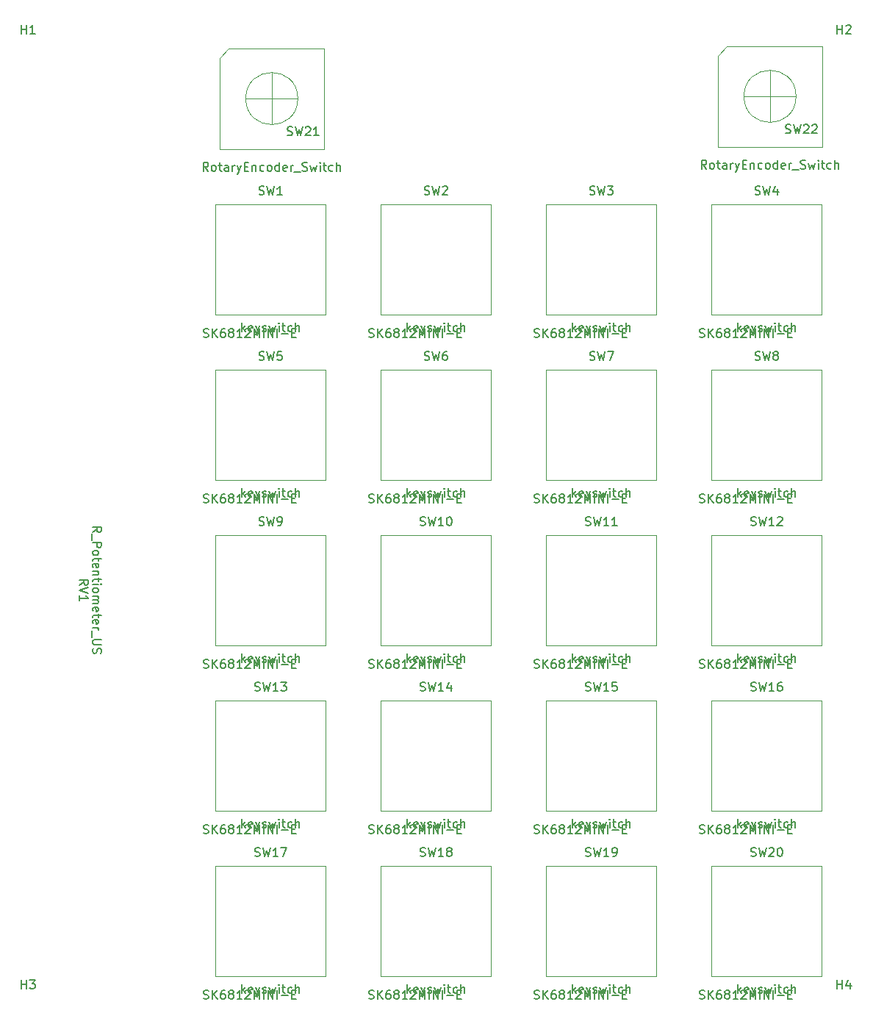
<source format=gbr>
%TF.GenerationSoftware,KiCad,Pcbnew,8.0.0*%
%TF.CreationDate,2024-11-26T10:36:05-05:00*%
%TF.ProjectId,macropad,6d616372-6f70-4616-942e-6b696361645f,v1.0*%
%TF.SameCoordinates,Original*%
%TF.FileFunction,AssemblyDrawing,Top*%
%FSLAX46Y46*%
G04 Gerber Fmt 4.6, Leading zero omitted, Abs format (unit mm)*
G04 Created by KiCad (PCBNEW 8.0.0) date 2024-11-26 10:36:05*
%MOMM*%
%LPD*%
G01*
G04 APERTURE LIST*
%ADD10C,0.150000*%
%ADD11C,0.100000*%
%ADD12C,0.120000*%
G04 APERTURE END LIST*
D10*
X117256667Y-129214602D02*
X117399524Y-129262221D01*
X117399524Y-129262221D02*
X117637619Y-129262221D01*
X117637619Y-129262221D02*
X117732857Y-129214602D01*
X117732857Y-129214602D02*
X117780476Y-129166982D01*
X117780476Y-129166982D02*
X117828095Y-129071744D01*
X117828095Y-129071744D02*
X117828095Y-128976506D01*
X117828095Y-128976506D02*
X117780476Y-128881268D01*
X117780476Y-128881268D02*
X117732857Y-128833649D01*
X117732857Y-128833649D02*
X117637619Y-128786030D01*
X117637619Y-128786030D02*
X117447143Y-128738411D01*
X117447143Y-128738411D02*
X117351905Y-128690792D01*
X117351905Y-128690792D02*
X117304286Y-128643173D01*
X117304286Y-128643173D02*
X117256667Y-128547935D01*
X117256667Y-128547935D02*
X117256667Y-128452697D01*
X117256667Y-128452697D02*
X117304286Y-128357459D01*
X117304286Y-128357459D02*
X117351905Y-128309840D01*
X117351905Y-128309840D02*
X117447143Y-128262221D01*
X117447143Y-128262221D02*
X117685238Y-128262221D01*
X117685238Y-128262221D02*
X117828095Y-128309840D01*
X118256667Y-129262221D02*
X118256667Y-128262221D01*
X118828095Y-129262221D02*
X118399524Y-128690792D01*
X118828095Y-128262221D02*
X118256667Y-128833649D01*
X119685238Y-128262221D02*
X119494762Y-128262221D01*
X119494762Y-128262221D02*
X119399524Y-128309840D01*
X119399524Y-128309840D02*
X119351905Y-128357459D01*
X119351905Y-128357459D02*
X119256667Y-128500316D01*
X119256667Y-128500316D02*
X119209048Y-128690792D01*
X119209048Y-128690792D02*
X119209048Y-129071744D01*
X119209048Y-129071744D02*
X119256667Y-129166982D01*
X119256667Y-129166982D02*
X119304286Y-129214602D01*
X119304286Y-129214602D02*
X119399524Y-129262221D01*
X119399524Y-129262221D02*
X119590000Y-129262221D01*
X119590000Y-129262221D02*
X119685238Y-129214602D01*
X119685238Y-129214602D02*
X119732857Y-129166982D01*
X119732857Y-129166982D02*
X119780476Y-129071744D01*
X119780476Y-129071744D02*
X119780476Y-128833649D01*
X119780476Y-128833649D02*
X119732857Y-128738411D01*
X119732857Y-128738411D02*
X119685238Y-128690792D01*
X119685238Y-128690792D02*
X119590000Y-128643173D01*
X119590000Y-128643173D02*
X119399524Y-128643173D01*
X119399524Y-128643173D02*
X119304286Y-128690792D01*
X119304286Y-128690792D02*
X119256667Y-128738411D01*
X119256667Y-128738411D02*
X119209048Y-128833649D01*
X120351905Y-128690792D02*
X120256667Y-128643173D01*
X120256667Y-128643173D02*
X120209048Y-128595554D01*
X120209048Y-128595554D02*
X120161429Y-128500316D01*
X120161429Y-128500316D02*
X120161429Y-128452697D01*
X120161429Y-128452697D02*
X120209048Y-128357459D01*
X120209048Y-128357459D02*
X120256667Y-128309840D01*
X120256667Y-128309840D02*
X120351905Y-128262221D01*
X120351905Y-128262221D02*
X120542381Y-128262221D01*
X120542381Y-128262221D02*
X120637619Y-128309840D01*
X120637619Y-128309840D02*
X120685238Y-128357459D01*
X120685238Y-128357459D02*
X120732857Y-128452697D01*
X120732857Y-128452697D02*
X120732857Y-128500316D01*
X120732857Y-128500316D02*
X120685238Y-128595554D01*
X120685238Y-128595554D02*
X120637619Y-128643173D01*
X120637619Y-128643173D02*
X120542381Y-128690792D01*
X120542381Y-128690792D02*
X120351905Y-128690792D01*
X120351905Y-128690792D02*
X120256667Y-128738411D01*
X120256667Y-128738411D02*
X120209048Y-128786030D01*
X120209048Y-128786030D02*
X120161429Y-128881268D01*
X120161429Y-128881268D02*
X120161429Y-129071744D01*
X120161429Y-129071744D02*
X120209048Y-129166982D01*
X120209048Y-129166982D02*
X120256667Y-129214602D01*
X120256667Y-129214602D02*
X120351905Y-129262221D01*
X120351905Y-129262221D02*
X120542381Y-129262221D01*
X120542381Y-129262221D02*
X120637619Y-129214602D01*
X120637619Y-129214602D02*
X120685238Y-129166982D01*
X120685238Y-129166982D02*
X120732857Y-129071744D01*
X120732857Y-129071744D02*
X120732857Y-128881268D01*
X120732857Y-128881268D02*
X120685238Y-128786030D01*
X120685238Y-128786030D02*
X120637619Y-128738411D01*
X120637619Y-128738411D02*
X120542381Y-128690792D01*
X121685238Y-129262221D02*
X121113810Y-129262221D01*
X121399524Y-129262221D02*
X121399524Y-128262221D01*
X121399524Y-128262221D02*
X121304286Y-128405078D01*
X121304286Y-128405078D02*
X121209048Y-128500316D01*
X121209048Y-128500316D02*
X121113810Y-128547935D01*
X122066191Y-128357459D02*
X122113810Y-128309840D01*
X122113810Y-128309840D02*
X122209048Y-128262221D01*
X122209048Y-128262221D02*
X122447143Y-128262221D01*
X122447143Y-128262221D02*
X122542381Y-128309840D01*
X122542381Y-128309840D02*
X122590000Y-128357459D01*
X122590000Y-128357459D02*
X122637619Y-128452697D01*
X122637619Y-128452697D02*
X122637619Y-128547935D01*
X122637619Y-128547935D02*
X122590000Y-128690792D01*
X122590000Y-128690792D02*
X122018572Y-129262221D01*
X122018572Y-129262221D02*
X122637619Y-129262221D01*
X123066191Y-129262221D02*
X123066191Y-128262221D01*
X123066191Y-128262221D02*
X123399524Y-128976506D01*
X123399524Y-128976506D02*
X123732857Y-128262221D01*
X123732857Y-128262221D02*
X123732857Y-129262221D01*
X124209048Y-129262221D02*
X124209048Y-128262221D01*
X124685238Y-129262221D02*
X124685238Y-128262221D01*
X124685238Y-128262221D02*
X125256666Y-129262221D01*
X125256666Y-129262221D02*
X125256666Y-128262221D01*
X125732857Y-129262221D02*
X125732857Y-128262221D01*
X126209047Y-128881268D02*
X126970952Y-128881268D01*
X127447142Y-128738411D02*
X127780475Y-128738411D01*
X127923332Y-129262221D02*
X127447142Y-129262221D01*
X127447142Y-129262221D02*
X127447142Y-128262221D01*
X127447142Y-128262221D02*
X127923332Y-128262221D01*
X83580476Y-128586221D02*
X83580476Y-127586221D01*
X83675714Y-128205268D02*
X83961428Y-128586221D01*
X83961428Y-127919554D02*
X83580476Y-128300506D01*
X84770952Y-128538602D02*
X84675714Y-128586221D01*
X84675714Y-128586221D02*
X84485238Y-128586221D01*
X84485238Y-128586221D02*
X84390000Y-128538602D01*
X84390000Y-128538602D02*
X84342381Y-128443363D01*
X84342381Y-128443363D02*
X84342381Y-128062411D01*
X84342381Y-128062411D02*
X84390000Y-127967173D01*
X84390000Y-127967173D02*
X84485238Y-127919554D01*
X84485238Y-127919554D02*
X84675714Y-127919554D01*
X84675714Y-127919554D02*
X84770952Y-127967173D01*
X84770952Y-127967173D02*
X84818571Y-128062411D01*
X84818571Y-128062411D02*
X84818571Y-128157649D01*
X84818571Y-128157649D02*
X84342381Y-128252887D01*
X85151905Y-127919554D02*
X85390000Y-128586221D01*
X85628095Y-127919554D02*
X85390000Y-128586221D01*
X85390000Y-128586221D02*
X85294762Y-128824316D01*
X85294762Y-128824316D02*
X85247143Y-128871935D01*
X85247143Y-128871935D02*
X85151905Y-128919554D01*
X85961429Y-128538602D02*
X86056667Y-128586221D01*
X86056667Y-128586221D02*
X86247143Y-128586221D01*
X86247143Y-128586221D02*
X86342381Y-128538602D01*
X86342381Y-128538602D02*
X86390000Y-128443363D01*
X86390000Y-128443363D02*
X86390000Y-128395744D01*
X86390000Y-128395744D02*
X86342381Y-128300506D01*
X86342381Y-128300506D02*
X86247143Y-128252887D01*
X86247143Y-128252887D02*
X86104286Y-128252887D01*
X86104286Y-128252887D02*
X86009048Y-128205268D01*
X86009048Y-128205268D02*
X85961429Y-128110030D01*
X85961429Y-128110030D02*
X85961429Y-128062411D01*
X85961429Y-128062411D02*
X86009048Y-127967173D01*
X86009048Y-127967173D02*
X86104286Y-127919554D01*
X86104286Y-127919554D02*
X86247143Y-127919554D01*
X86247143Y-127919554D02*
X86342381Y-127967173D01*
X86723334Y-127919554D02*
X86913810Y-128586221D01*
X86913810Y-128586221D02*
X87104286Y-128110030D01*
X87104286Y-128110030D02*
X87294762Y-128586221D01*
X87294762Y-128586221D02*
X87485238Y-127919554D01*
X87866191Y-128586221D02*
X87866191Y-127919554D01*
X87866191Y-127586221D02*
X87818572Y-127633840D01*
X87818572Y-127633840D02*
X87866191Y-127681459D01*
X87866191Y-127681459D02*
X87913810Y-127633840D01*
X87913810Y-127633840D02*
X87866191Y-127586221D01*
X87866191Y-127586221D02*
X87866191Y-127681459D01*
X88199524Y-127919554D02*
X88580476Y-127919554D01*
X88342381Y-127586221D02*
X88342381Y-128443363D01*
X88342381Y-128443363D02*
X88390000Y-128538602D01*
X88390000Y-128538602D02*
X88485238Y-128586221D01*
X88485238Y-128586221D02*
X88580476Y-128586221D01*
X89342381Y-128538602D02*
X89247143Y-128586221D01*
X89247143Y-128586221D02*
X89056667Y-128586221D01*
X89056667Y-128586221D02*
X88961429Y-128538602D01*
X88961429Y-128538602D02*
X88913810Y-128490982D01*
X88913810Y-128490982D02*
X88866191Y-128395744D01*
X88866191Y-128395744D02*
X88866191Y-128110030D01*
X88866191Y-128110030D02*
X88913810Y-128014792D01*
X88913810Y-128014792D02*
X88961429Y-127967173D01*
X88961429Y-127967173D02*
X89056667Y-127919554D01*
X89056667Y-127919554D02*
X89247143Y-127919554D01*
X89247143Y-127919554D02*
X89342381Y-127967173D01*
X89770953Y-128586221D02*
X89770953Y-127586221D01*
X90199524Y-128586221D02*
X90199524Y-128062411D01*
X90199524Y-128062411D02*
X90151905Y-127967173D01*
X90151905Y-127967173D02*
X90056667Y-127919554D01*
X90056667Y-127919554D02*
X89913810Y-127919554D01*
X89913810Y-127919554D02*
X89818572Y-127967173D01*
X89818572Y-127967173D02*
X89770953Y-128014792D01*
X85080476Y-112790602D02*
X85223333Y-112838221D01*
X85223333Y-112838221D02*
X85461428Y-112838221D01*
X85461428Y-112838221D02*
X85556666Y-112790602D01*
X85556666Y-112790602D02*
X85604285Y-112742982D01*
X85604285Y-112742982D02*
X85651904Y-112647744D01*
X85651904Y-112647744D02*
X85651904Y-112552506D01*
X85651904Y-112552506D02*
X85604285Y-112457268D01*
X85604285Y-112457268D02*
X85556666Y-112409649D01*
X85556666Y-112409649D02*
X85461428Y-112362030D01*
X85461428Y-112362030D02*
X85270952Y-112314411D01*
X85270952Y-112314411D02*
X85175714Y-112266792D01*
X85175714Y-112266792D02*
X85128095Y-112219173D01*
X85128095Y-112219173D02*
X85080476Y-112123935D01*
X85080476Y-112123935D02*
X85080476Y-112028697D01*
X85080476Y-112028697D02*
X85128095Y-111933459D01*
X85128095Y-111933459D02*
X85175714Y-111885840D01*
X85175714Y-111885840D02*
X85270952Y-111838221D01*
X85270952Y-111838221D02*
X85509047Y-111838221D01*
X85509047Y-111838221D02*
X85651904Y-111885840D01*
X85985238Y-111838221D02*
X86223333Y-112838221D01*
X86223333Y-112838221D02*
X86413809Y-112123935D01*
X86413809Y-112123935D02*
X86604285Y-112838221D01*
X86604285Y-112838221D02*
X86842381Y-111838221D01*
X87747142Y-112838221D02*
X87175714Y-112838221D01*
X87461428Y-112838221D02*
X87461428Y-111838221D01*
X87461428Y-111838221D02*
X87366190Y-111981078D01*
X87366190Y-111981078D02*
X87270952Y-112076316D01*
X87270952Y-112076316D02*
X87175714Y-112123935D01*
X88080476Y-111838221D02*
X88699523Y-111838221D01*
X88699523Y-111838221D02*
X88366190Y-112219173D01*
X88366190Y-112219173D02*
X88509047Y-112219173D01*
X88509047Y-112219173D02*
X88604285Y-112266792D01*
X88604285Y-112266792D02*
X88651904Y-112314411D01*
X88651904Y-112314411D02*
X88699523Y-112409649D01*
X88699523Y-112409649D02*
X88699523Y-112647744D01*
X88699523Y-112647744D02*
X88651904Y-112742982D01*
X88651904Y-112742982D02*
X88604285Y-112790602D01*
X88604285Y-112790602D02*
X88509047Y-112838221D01*
X88509047Y-112838221D02*
X88223333Y-112838221D01*
X88223333Y-112838221D02*
X88128095Y-112790602D01*
X88128095Y-112790602D02*
X88080476Y-112742982D01*
X79156667Y-110164602D02*
X79299524Y-110212221D01*
X79299524Y-110212221D02*
X79537619Y-110212221D01*
X79537619Y-110212221D02*
X79632857Y-110164602D01*
X79632857Y-110164602D02*
X79680476Y-110116982D01*
X79680476Y-110116982D02*
X79728095Y-110021744D01*
X79728095Y-110021744D02*
X79728095Y-109926506D01*
X79728095Y-109926506D02*
X79680476Y-109831268D01*
X79680476Y-109831268D02*
X79632857Y-109783649D01*
X79632857Y-109783649D02*
X79537619Y-109736030D01*
X79537619Y-109736030D02*
X79347143Y-109688411D01*
X79347143Y-109688411D02*
X79251905Y-109640792D01*
X79251905Y-109640792D02*
X79204286Y-109593173D01*
X79204286Y-109593173D02*
X79156667Y-109497935D01*
X79156667Y-109497935D02*
X79156667Y-109402697D01*
X79156667Y-109402697D02*
X79204286Y-109307459D01*
X79204286Y-109307459D02*
X79251905Y-109259840D01*
X79251905Y-109259840D02*
X79347143Y-109212221D01*
X79347143Y-109212221D02*
X79585238Y-109212221D01*
X79585238Y-109212221D02*
X79728095Y-109259840D01*
X80156667Y-110212221D02*
X80156667Y-109212221D01*
X80728095Y-110212221D02*
X80299524Y-109640792D01*
X80728095Y-109212221D02*
X80156667Y-109783649D01*
X81585238Y-109212221D02*
X81394762Y-109212221D01*
X81394762Y-109212221D02*
X81299524Y-109259840D01*
X81299524Y-109259840D02*
X81251905Y-109307459D01*
X81251905Y-109307459D02*
X81156667Y-109450316D01*
X81156667Y-109450316D02*
X81109048Y-109640792D01*
X81109048Y-109640792D02*
X81109048Y-110021744D01*
X81109048Y-110021744D02*
X81156667Y-110116982D01*
X81156667Y-110116982D02*
X81204286Y-110164602D01*
X81204286Y-110164602D02*
X81299524Y-110212221D01*
X81299524Y-110212221D02*
X81490000Y-110212221D01*
X81490000Y-110212221D02*
X81585238Y-110164602D01*
X81585238Y-110164602D02*
X81632857Y-110116982D01*
X81632857Y-110116982D02*
X81680476Y-110021744D01*
X81680476Y-110021744D02*
X81680476Y-109783649D01*
X81680476Y-109783649D02*
X81632857Y-109688411D01*
X81632857Y-109688411D02*
X81585238Y-109640792D01*
X81585238Y-109640792D02*
X81490000Y-109593173D01*
X81490000Y-109593173D02*
X81299524Y-109593173D01*
X81299524Y-109593173D02*
X81204286Y-109640792D01*
X81204286Y-109640792D02*
X81156667Y-109688411D01*
X81156667Y-109688411D02*
X81109048Y-109783649D01*
X82251905Y-109640792D02*
X82156667Y-109593173D01*
X82156667Y-109593173D02*
X82109048Y-109545554D01*
X82109048Y-109545554D02*
X82061429Y-109450316D01*
X82061429Y-109450316D02*
X82061429Y-109402697D01*
X82061429Y-109402697D02*
X82109048Y-109307459D01*
X82109048Y-109307459D02*
X82156667Y-109259840D01*
X82156667Y-109259840D02*
X82251905Y-109212221D01*
X82251905Y-109212221D02*
X82442381Y-109212221D01*
X82442381Y-109212221D02*
X82537619Y-109259840D01*
X82537619Y-109259840D02*
X82585238Y-109307459D01*
X82585238Y-109307459D02*
X82632857Y-109402697D01*
X82632857Y-109402697D02*
X82632857Y-109450316D01*
X82632857Y-109450316D02*
X82585238Y-109545554D01*
X82585238Y-109545554D02*
X82537619Y-109593173D01*
X82537619Y-109593173D02*
X82442381Y-109640792D01*
X82442381Y-109640792D02*
X82251905Y-109640792D01*
X82251905Y-109640792D02*
X82156667Y-109688411D01*
X82156667Y-109688411D02*
X82109048Y-109736030D01*
X82109048Y-109736030D02*
X82061429Y-109831268D01*
X82061429Y-109831268D02*
X82061429Y-110021744D01*
X82061429Y-110021744D02*
X82109048Y-110116982D01*
X82109048Y-110116982D02*
X82156667Y-110164602D01*
X82156667Y-110164602D02*
X82251905Y-110212221D01*
X82251905Y-110212221D02*
X82442381Y-110212221D01*
X82442381Y-110212221D02*
X82537619Y-110164602D01*
X82537619Y-110164602D02*
X82585238Y-110116982D01*
X82585238Y-110116982D02*
X82632857Y-110021744D01*
X82632857Y-110021744D02*
X82632857Y-109831268D01*
X82632857Y-109831268D02*
X82585238Y-109736030D01*
X82585238Y-109736030D02*
X82537619Y-109688411D01*
X82537619Y-109688411D02*
X82442381Y-109640792D01*
X83585238Y-110212221D02*
X83013810Y-110212221D01*
X83299524Y-110212221D02*
X83299524Y-109212221D01*
X83299524Y-109212221D02*
X83204286Y-109355078D01*
X83204286Y-109355078D02*
X83109048Y-109450316D01*
X83109048Y-109450316D02*
X83013810Y-109497935D01*
X83966191Y-109307459D02*
X84013810Y-109259840D01*
X84013810Y-109259840D02*
X84109048Y-109212221D01*
X84109048Y-109212221D02*
X84347143Y-109212221D01*
X84347143Y-109212221D02*
X84442381Y-109259840D01*
X84442381Y-109259840D02*
X84490000Y-109307459D01*
X84490000Y-109307459D02*
X84537619Y-109402697D01*
X84537619Y-109402697D02*
X84537619Y-109497935D01*
X84537619Y-109497935D02*
X84490000Y-109640792D01*
X84490000Y-109640792D02*
X83918572Y-110212221D01*
X83918572Y-110212221D02*
X84537619Y-110212221D01*
X84966191Y-110212221D02*
X84966191Y-109212221D01*
X84966191Y-109212221D02*
X85299524Y-109926506D01*
X85299524Y-109926506D02*
X85632857Y-109212221D01*
X85632857Y-109212221D02*
X85632857Y-110212221D01*
X86109048Y-110212221D02*
X86109048Y-109212221D01*
X86585238Y-110212221D02*
X86585238Y-109212221D01*
X86585238Y-109212221D02*
X87156666Y-110212221D01*
X87156666Y-110212221D02*
X87156666Y-109212221D01*
X87632857Y-110212221D02*
X87632857Y-109212221D01*
X88109047Y-109831268D02*
X88870952Y-109831268D01*
X89347142Y-109688411D02*
X89680475Y-109688411D01*
X89823332Y-110212221D02*
X89347142Y-110212221D01*
X89347142Y-110212221D02*
X89347142Y-109212221D01*
X89347142Y-109212221D02*
X89823332Y-109212221D01*
X79690665Y-52960221D02*
X79357332Y-52484030D01*
X79119237Y-52960221D02*
X79119237Y-51960221D01*
X79119237Y-51960221D02*
X79500189Y-51960221D01*
X79500189Y-51960221D02*
X79595427Y-52007840D01*
X79595427Y-52007840D02*
X79643046Y-52055459D01*
X79643046Y-52055459D02*
X79690665Y-52150697D01*
X79690665Y-52150697D02*
X79690665Y-52293554D01*
X79690665Y-52293554D02*
X79643046Y-52388792D01*
X79643046Y-52388792D02*
X79595427Y-52436411D01*
X79595427Y-52436411D02*
X79500189Y-52484030D01*
X79500189Y-52484030D02*
X79119237Y-52484030D01*
X80262094Y-52960221D02*
X80166856Y-52912602D01*
X80166856Y-52912602D02*
X80119237Y-52864982D01*
X80119237Y-52864982D02*
X80071618Y-52769744D01*
X80071618Y-52769744D02*
X80071618Y-52484030D01*
X80071618Y-52484030D02*
X80119237Y-52388792D01*
X80119237Y-52388792D02*
X80166856Y-52341173D01*
X80166856Y-52341173D02*
X80262094Y-52293554D01*
X80262094Y-52293554D02*
X80404951Y-52293554D01*
X80404951Y-52293554D02*
X80500189Y-52341173D01*
X80500189Y-52341173D02*
X80547808Y-52388792D01*
X80547808Y-52388792D02*
X80595427Y-52484030D01*
X80595427Y-52484030D02*
X80595427Y-52769744D01*
X80595427Y-52769744D02*
X80547808Y-52864982D01*
X80547808Y-52864982D02*
X80500189Y-52912602D01*
X80500189Y-52912602D02*
X80404951Y-52960221D01*
X80404951Y-52960221D02*
X80262094Y-52960221D01*
X80881142Y-52293554D02*
X81262094Y-52293554D01*
X81023999Y-51960221D02*
X81023999Y-52817363D01*
X81023999Y-52817363D02*
X81071618Y-52912602D01*
X81071618Y-52912602D02*
X81166856Y-52960221D01*
X81166856Y-52960221D02*
X81262094Y-52960221D01*
X82023999Y-52960221D02*
X82023999Y-52436411D01*
X82023999Y-52436411D02*
X81976380Y-52341173D01*
X81976380Y-52341173D02*
X81881142Y-52293554D01*
X81881142Y-52293554D02*
X81690666Y-52293554D01*
X81690666Y-52293554D02*
X81595428Y-52341173D01*
X82023999Y-52912602D02*
X81928761Y-52960221D01*
X81928761Y-52960221D02*
X81690666Y-52960221D01*
X81690666Y-52960221D02*
X81595428Y-52912602D01*
X81595428Y-52912602D02*
X81547809Y-52817363D01*
X81547809Y-52817363D02*
X81547809Y-52722125D01*
X81547809Y-52722125D02*
X81595428Y-52626887D01*
X81595428Y-52626887D02*
X81690666Y-52579268D01*
X81690666Y-52579268D02*
X81928761Y-52579268D01*
X81928761Y-52579268D02*
X82023999Y-52531649D01*
X82500190Y-52960221D02*
X82500190Y-52293554D01*
X82500190Y-52484030D02*
X82547809Y-52388792D01*
X82547809Y-52388792D02*
X82595428Y-52341173D01*
X82595428Y-52341173D02*
X82690666Y-52293554D01*
X82690666Y-52293554D02*
X82785904Y-52293554D01*
X83024000Y-52293554D02*
X83262095Y-52960221D01*
X83500190Y-52293554D02*
X83262095Y-52960221D01*
X83262095Y-52960221D02*
X83166857Y-53198316D01*
X83166857Y-53198316D02*
X83119238Y-53245935D01*
X83119238Y-53245935D02*
X83024000Y-53293554D01*
X83881143Y-52436411D02*
X84214476Y-52436411D01*
X84357333Y-52960221D02*
X83881143Y-52960221D01*
X83881143Y-52960221D02*
X83881143Y-51960221D01*
X83881143Y-51960221D02*
X84357333Y-51960221D01*
X84785905Y-52293554D02*
X84785905Y-52960221D01*
X84785905Y-52388792D02*
X84833524Y-52341173D01*
X84833524Y-52341173D02*
X84928762Y-52293554D01*
X84928762Y-52293554D02*
X85071619Y-52293554D01*
X85071619Y-52293554D02*
X85166857Y-52341173D01*
X85166857Y-52341173D02*
X85214476Y-52436411D01*
X85214476Y-52436411D02*
X85214476Y-52960221D01*
X86119238Y-52912602D02*
X86024000Y-52960221D01*
X86024000Y-52960221D02*
X85833524Y-52960221D01*
X85833524Y-52960221D02*
X85738286Y-52912602D01*
X85738286Y-52912602D02*
X85690667Y-52864982D01*
X85690667Y-52864982D02*
X85643048Y-52769744D01*
X85643048Y-52769744D02*
X85643048Y-52484030D01*
X85643048Y-52484030D02*
X85690667Y-52388792D01*
X85690667Y-52388792D02*
X85738286Y-52341173D01*
X85738286Y-52341173D02*
X85833524Y-52293554D01*
X85833524Y-52293554D02*
X86024000Y-52293554D01*
X86024000Y-52293554D02*
X86119238Y-52341173D01*
X86690667Y-52960221D02*
X86595429Y-52912602D01*
X86595429Y-52912602D02*
X86547810Y-52864982D01*
X86547810Y-52864982D02*
X86500191Y-52769744D01*
X86500191Y-52769744D02*
X86500191Y-52484030D01*
X86500191Y-52484030D02*
X86547810Y-52388792D01*
X86547810Y-52388792D02*
X86595429Y-52341173D01*
X86595429Y-52341173D02*
X86690667Y-52293554D01*
X86690667Y-52293554D02*
X86833524Y-52293554D01*
X86833524Y-52293554D02*
X86928762Y-52341173D01*
X86928762Y-52341173D02*
X86976381Y-52388792D01*
X86976381Y-52388792D02*
X87024000Y-52484030D01*
X87024000Y-52484030D02*
X87024000Y-52769744D01*
X87024000Y-52769744D02*
X86976381Y-52864982D01*
X86976381Y-52864982D02*
X86928762Y-52912602D01*
X86928762Y-52912602D02*
X86833524Y-52960221D01*
X86833524Y-52960221D02*
X86690667Y-52960221D01*
X87881143Y-52960221D02*
X87881143Y-51960221D01*
X87881143Y-52912602D02*
X87785905Y-52960221D01*
X87785905Y-52960221D02*
X87595429Y-52960221D01*
X87595429Y-52960221D02*
X87500191Y-52912602D01*
X87500191Y-52912602D02*
X87452572Y-52864982D01*
X87452572Y-52864982D02*
X87404953Y-52769744D01*
X87404953Y-52769744D02*
X87404953Y-52484030D01*
X87404953Y-52484030D02*
X87452572Y-52388792D01*
X87452572Y-52388792D02*
X87500191Y-52341173D01*
X87500191Y-52341173D02*
X87595429Y-52293554D01*
X87595429Y-52293554D02*
X87785905Y-52293554D01*
X87785905Y-52293554D02*
X87881143Y-52341173D01*
X88738286Y-52912602D02*
X88643048Y-52960221D01*
X88643048Y-52960221D02*
X88452572Y-52960221D01*
X88452572Y-52960221D02*
X88357334Y-52912602D01*
X88357334Y-52912602D02*
X88309715Y-52817363D01*
X88309715Y-52817363D02*
X88309715Y-52436411D01*
X88309715Y-52436411D02*
X88357334Y-52341173D01*
X88357334Y-52341173D02*
X88452572Y-52293554D01*
X88452572Y-52293554D02*
X88643048Y-52293554D01*
X88643048Y-52293554D02*
X88738286Y-52341173D01*
X88738286Y-52341173D02*
X88785905Y-52436411D01*
X88785905Y-52436411D02*
X88785905Y-52531649D01*
X88785905Y-52531649D02*
X88309715Y-52626887D01*
X89214477Y-52960221D02*
X89214477Y-52293554D01*
X89214477Y-52484030D02*
X89262096Y-52388792D01*
X89262096Y-52388792D02*
X89309715Y-52341173D01*
X89309715Y-52341173D02*
X89404953Y-52293554D01*
X89404953Y-52293554D02*
X89500191Y-52293554D01*
X89595430Y-53055459D02*
X90357334Y-53055459D01*
X90547811Y-52912602D02*
X90690668Y-52960221D01*
X90690668Y-52960221D02*
X90928763Y-52960221D01*
X90928763Y-52960221D02*
X91024001Y-52912602D01*
X91024001Y-52912602D02*
X91071620Y-52864982D01*
X91071620Y-52864982D02*
X91119239Y-52769744D01*
X91119239Y-52769744D02*
X91119239Y-52674506D01*
X91119239Y-52674506D02*
X91071620Y-52579268D01*
X91071620Y-52579268D02*
X91024001Y-52531649D01*
X91024001Y-52531649D02*
X90928763Y-52484030D01*
X90928763Y-52484030D02*
X90738287Y-52436411D01*
X90738287Y-52436411D02*
X90643049Y-52388792D01*
X90643049Y-52388792D02*
X90595430Y-52341173D01*
X90595430Y-52341173D02*
X90547811Y-52245935D01*
X90547811Y-52245935D02*
X90547811Y-52150697D01*
X90547811Y-52150697D02*
X90595430Y-52055459D01*
X90595430Y-52055459D02*
X90643049Y-52007840D01*
X90643049Y-52007840D02*
X90738287Y-51960221D01*
X90738287Y-51960221D02*
X90976382Y-51960221D01*
X90976382Y-51960221D02*
X91119239Y-52007840D01*
X91452573Y-52293554D02*
X91643049Y-52960221D01*
X91643049Y-52960221D02*
X91833525Y-52484030D01*
X91833525Y-52484030D02*
X92024001Y-52960221D01*
X92024001Y-52960221D02*
X92214477Y-52293554D01*
X92595430Y-52960221D02*
X92595430Y-52293554D01*
X92595430Y-51960221D02*
X92547811Y-52007840D01*
X92547811Y-52007840D02*
X92595430Y-52055459D01*
X92595430Y-52055459D02*
X92643049Y-52007840D01*
X92643049Y-52007840D02*
X92595430Y-51960221D01*
X92595430Y-51960221D02*
X92595430Y-52055459D01*
X92928763Y-52293554D02*
X93309715Y-52293554D01*
X93071620Y-51960221D02*
X93071620Y-52817363D01*
X93071620Y-52817363D02*
X93119239Y-52912602D01*
X93119239Y-52912602D02*
X93214477Y-52960221D01*
X93214477Y-52960221D02*
X93309715Y-52960221D01*
X94071620Y-52912602D02*
X93976382Y-52960221D01*
X93976382Y-52960221D02*
X93785906Y-52960221D01*
X93785906Y-52960221D02*
X93690668Y-52912602D01*
X93690668Y-52912602D02*
X93643049Y-52864982D01*
X93643049Y-52864982D02*
X93595430Y-52769744D01*
X93595430Y-52769744D02*
X93595430Y-52484030D01*
X93595430Y-52484030D02*
X93643049Y-52388792D01*
X93643049Y-52388792D02*
X93690668Y-52341173D01*
X93690668Y-52341173D02*
X93785906Y-52293554D01*
X93785906Y-52293554D02*
X93976382Y-52293554D01*
X93976382Y-52293554D02*
X94071620Y-52341173D01*
X94500192Y-52960221D02*
X94500192Y-51960221D01*
X94928763Y-52960221D02*
X94928763Y-52436411D01*
X94928763Y-52436411D02*
X94881144Y-52341173D01*
X94881144Y-52341173D02*
X94785906Y-52293554D01*
X94785906Y-52293554D02*
X94643049Y-52293554D01*
X94643049Y-52293554D02*
X94547811Y-52341173D01*
X94547811Y-52341173D02*
X94500192Y-52388792D01*
X88814476Y-48812602D02*
X88957333Y-48860221D01*
X88957333Y-48860221D02*
X89195428Y-48860221D01*
X89195428Y-48860221D02*
X89290666Y-48812602D01*
X89290666Y-48812602D02*
X89338285Y-48764982D01*
X89338285Y-48764982D02*
X89385904Y-48669744D01*
X89385904Y-48669744D02*
X89385904Y-48574506D01*
X89385904Y-48574506D02*
X89338285Y-48479268D01*
X89338285Y-48479268D02*
X89290666Y-48431649D01*
X89290666Y-48431649D02*
X89195428Y-48384030D01*
X89195428Y-48384030D02*
X89004952Y-48336411D01*
X89004952Y-48336411D02*
X88909714Y-48288792D01*
X88909714Y-48288792D02*
X88862095Y-48241173D01*
X88862095Y-48241173D02*
X88814476Y-48145935D01*
X88814476Y-48145935D02*
X88814476Y-48050697D01*
X88814476Y-48050697D02*
X88862095Y-47955459D01*
X88862095Y-47955459D02*
X88909714Y-47907840D01*
X88909714Y-47907840D02*
X89004952Y-47860221D01*
X89004952Y-47860221D02*
X89243047Y-47860221D01*
X89243047Y-47860221D02*
X89385904Y-47907840D01*
X89719238Y-47860221D02*
X89957333Y-48860221D01*
X89957333Y-48860221D02*
X90147809Y-48145935D01*
X90147809Y-48145935D02*
X90338285Y-48860221D01*
X90338285Y-48860221D02*
X90576381Y-47860221D01*
X90909714Y-47955459D02*
X90957333Y-47907840D01*
X90957333Y-47907840D02*
X91052571Y-47860221D01*
X91052571Y-47860221D02*
X91290666Y-47860221D01*
X91290666Y-47860221D02*
X91385904Y-47907840D01*
X91385904Y-47907840D02*
X91433523Y-47955459D01*
X91433523Y-47955459D02*
X91481142Y-48050697D01*
X91481142Y-48050697D02*
X91481142Y-48145935D01*
X91481142Y-48145935D02*
X91433523Y-48288792D01*
X91433523Y-48288792D02*
X90862095Y-48860221D01*
X90862095Y-48860221D02*
X91481142Y-48860221D01*
X92433523Y-48860221D02*
X91862095Y-48860221D01*
X92147809Y-48860221D02*
X92147809Y-47860221D01*
X92147809Y-47860221D02*
X92052571Y-48003078D01*
X92052571Y-48003078D02*
X91957333Y-48098316D01*
X91957333Y-48098316D02*
X91862095Y-48145935D01*
X140730476Y-109536221D02*
X140730476Y-108536221D01*
X140825714Y-109155268D02*
X141111428Y-109536221D01*
X141111428Y-108869554D02*
X140730476Y-109250506D01*
X141920952Y-109488602D02*
X141825714Y-109536221D01*
X141825714Y-109536221D02*
X141635238Y-109536221D01*
X141635238Y-109536221D02*
X141540000Y-109488602D01*
X141540000Y-109488602D02*
X141492381Y-109393363D01*
X141492381Y-109393363D02*
X141492381Y-109012411D01*
X141492381Y-109012411D02*
X141540000Y-108917173D01*
X141540000Y-108917173D02*
X141635238Y-108869554D01*
X141635238Y-108869554D02*
X141825714Y-108869554D01*
X141825714Y-108869554D02*
X141920952Y-108917173D01*
X141920952Y-108917173D02*
X141968571Y-109012411D01*
X141968571Y-109012411D02*
X141968571Y-109107649D01*
X141968571Y-109107649D02*
X141492381Y-109202887D01*
X142301905Y-108869554D02*
X142540000Y-109536221D01*
X142778095Y-108869554D02*
X142540000Y-109536221D01*
X142540000Y-109536221D02*
X142444762Y-109774316D01*
X142444762Y-109774316D02*
X142397143Y-109821935D01*
X142397143Y-109821935D02*
X142301905Y-109869554D01*
X143111429Y-109488602D02*
X143206667Y-109536221D01*
X143206667Y-109536221D02*
X143397143Y-109536221D01*
X143397143Y-109536221D02*
X143492381Y-109488602D01*
X143492381Y-109488602D02*
X143540000Y-109393363D01*
X143540000Y-109393363D02*
X143540000Y-109345744D01*
X143540000Y-109345744D02*
X143492381Y-109250506D01*
X143492381Y-109250506D02*
X143397143Y-109202887D01*
X143397143Y-109202887D02*
X143254286Y-109202887D01*
X143254286Y-109202887D02*
X143159048Y-109155268D01*
X143159048Y-109155268D02*
X143111429Y-109060030D01*
X143111429Y-109060030D02*
X143111429Y-109012411D01*
X143111429Y-109012411D02*
X143159048Y-108917173D01*
X143159048Y-108917173D02*
X143254286Y-108869554D01*
X143254286Y-108869554D02*
X143397143Y-108869554D01*
X143397143Y-108869554D02*
X143492381Y-108917173D01*
X143873334Y-108869554D02*
X144063810Y-109536221D01*
X144063810Y-109536221D02*
X144254286Y-109060030D01*
X144254286Y-109060030D02*
X144444762Y-109536221D01*
X144444762Y-109536221D02*
X144635238Y-108869554D01*
X145016191Y-109536221D02*
X145016191Y-108869554D01*
X145016191Y-108536221D02*
X144968572Y-108583840D01*
X144968572Y-108583840D02*
X145016191Y-108631459D01*
X145016191Y-108631459D02*
X145063810Y-108583840D01*
X145063810Y-108583840D02*
X145016191Y-108536221D01*
X145016191Y-108536221D02*
X145016191Y-108631459D01*
X145349524Y-108869554D02*
X145730476Y-108869554D01*
X145492381Y-108536221D02*
X145492381Y-109393363D01*
X145492381Y-109393363D02*
X145540000Y-109488602D01*
X145540000Y-109488602D02*
X145635238Y-109536221D01*
X145635238Y-109536221D02*
X145730476Y-109536221D01*
X146492381Y-109488602D02*
X146397143Y-109536221D01*
X146397143Y-109536221D02*
X146206667Y-109536221D01*
X146206667Y-109536221D02*
X146111429Y-109488602D01*
X146111429Y-109488602D02*
X146063810Y-109440982D01*
X146063810Y-109440982D02*
X146016191Y-109345744D01*
X146016191Y-109345744D02*
X146016191Y-109060030D01*
X146016191Y-109060030D02*
X146063810Y-108964792D01*
X146063810Y-108964792D02*
X146111429Y-108917173D01*
X146111429Y-108917173D02*
X146206667Y-108869554D01*
X146206667Y-108869554D02*
X146397143Y-108869554D01*
X146397143Y-108869554D02*
X146492381Y-108917173D01*
X146920953Y-109536221D02*
X146920953Y-108536221D01*
X147349524Y-109536221D02*
X147349524Y-109012411D01*
X147349524Y-109012411D02*
X147301905Y-108917173D01*
X147301905Y-108917173D02*
X147206667Y-108869554D01*
X147206667Y-108869554D02*
X147063810Y-108869554D01*
X147063810Y-108869554D02*
X146968572Y-108917173D01*
X146968572Y-108917173D02*
X146920953Y-108964792D01*
X142230476Y-93740602D02*
X142373333Y-93788221D01*
X142373333Y-93788221D02*
X142611428Y-93788221D01*
X142611428Y-93788221D02*
X142706666Y-93740602D01*
X142706666Y-93740602D02*
X142754285Y-93692982D01*
X142754285Y-93692982D02*
X142801904Y-93597744D01*
X142801904Y-93597744D02*
X142801904Y-93502506D01*
X142801904Y-93502506D02*
X142754285Y-93407268D01*
X142754285Y-93407268D02*
X142706666Y-93359649D01*
X142706666Y-93359649D02*
X142611428Y-93312030D01*
X142611428Y-93312030D02*
X142420952Y-93264411D01*
X142420952Y-93264411D02*
X142325714Y-93216792D01*
X142325714Y-93216792D02*
X142278095Y-93169173D01*
X142278095Y-93169173D02*
X142230476Y-93073935D01*
X142230476Y-93073935D02*
X142230476Y-92978697D01*
X142230476Y-92978697D02*
X142278095Y-92883459D01*
X142278095Y-92883459D02*
X142325714Y-92835840D01*
X142325714Y-92835840D02*
X142420952Y-92788221D01*
X142420952Y-92788221D02*
X142659047Y-92788221D01*
X142659047Y-92788221D02*
X142801904Y-92835840D01*
X143135238Y-92788221D02*
X143373333Y-93788221D01*
X143373333Y-93788221D02*
X143563809Y-93073935D01*
X143563809Y-93073935D02*
X143754285Y-93788221D01*
X143754285Y-93788221D02*
X143992381Y-92788221D01*
X144897142Y-93788221D02*
X144325714Y-93788221D01*
X144611428Y-93788221D02*
X144611428Y-92788221D01*
X144611428Y-92788221D02*
X144516190Y-92931078D01*
X144516190Y-92931078D02*
X144420952Y-93026316D01*
X144420952Y-93026316D02*
X144325714Y-93073935D01*
X145278095Y-92883459D02*
X145325714Y-92835840D01*
X145325714Y-92835840D02*
X145420952Y-92788221D01*
X145420952Y-92788221D02*
X145659047Y-92788221D01*
X145659047Y-92788221D02*
X145754285Y-92835840D01*
X145754285Y-92835840D02*
X145801904Y-92883459D01*
X145801904Y-92883459D02*
X145849523Y-92978697D01*
X145849523Y-92978697D02*
X145849523Y-93073935D01*
X145849523Y-93073935D02*
X145801904Y-93216792D01*
X145801904Y-93216792D02*
X145230476Y-93788221D01*
X145230476Y-93788221D02*
X145849523Y-93788221D01*
X136306667Y-148264602D02*
X136449524Y-148312221D01*
X136449524Y-148312221D02*
X136687619Y-148312221D01*
X136687619Y-148312221D02*
X136782857Y-148264602D01*
X136782857Y-148264602D02*
X136830476Y-148216982D01*
X136830476Y-148216982D02*
X136878095Y-148121744D01*
X136878095Y-148121744D02*
X136878095Y-148026506D01*
X136878095Y-148026506D02*
X136830476Y-147931268D01*
X136830476Y-147931268D02*
X136782857Y-147883649D01*
X136782857Y-147883649D02*
X136687619Y-147836030D01*
X136687619Y-147836030D02*
X136497143Y-147788411D01*
X136497143Y-147788411D02*
X136401905Y-147740792D01*
X136401905Y-147740792D02*
X136354286Y-147693173D01*
X136354286Y-147693173D02*
X136306667Y-147597935D01*
X136306667Y-147597935D02*
X136306667Y-147502697D01*
X136306667Y-147502697D02*
X136354286Y-147407459D01*
X136354286Y-147407459D02*
X136401905Y-147359840D01*
X136401905Y-147359840D02*
X136497143Y-147312221D01*
X136497143Y-147312221D02*
X136735238Y-147312221D01*
X136735238Y-147312221D02*
X136878095Y-147359840D01*
X137306667Y-148312221D02*
X137306667Y-147312221D01*
X137878095Y-148312221D02*
X137449524Y-147740792D01*
X137878095Y-147312221D02*
X137306667Y-147883649D01*
X138735238Y-147312221D02*
X138544762Y-147312221D01*
X138544762Y-147312221D02*
X138449524Y-147359840D01*
X138449524Y-147359840D02*
X138401905Y-147407459D01*
X138401905Y-147407459D02*
X138306667Y-147550316D01*
X138306667Y-147550316D02*
X138259048Y-147740792D01*
X138259048Y-147740792D02*
X138259048Y-148121744D01*
X138259048Y-148121744D02*
X138306667Y-148216982D01*
X138306667Y-148216982D02*
X138354286Y-148264602D01*
X138354286Y-148264602D02*
X138449524Y-148312221D01*
X138449524Y-148312221D02*
X138640000Y-148312221D01*
X138640000Y-148312221D02*
X138735238Y-148264602D01*
X138735238Y-148264602D02*
X138782857Y-148216982D01*
X138782857Y-148216982D02*
X138830476Y-148121744D01*
X138830476Y-148121744D02*
X138830476Y-147883649D01*
X138830476Y-147883649D02*
X138782857Y-147788411D01*
X138782857Y-147788411D02*
X138735238Y-147740792D01*
X138735238Y-147740792D02*
X138640000Y-147693173D01*
X138640000Y-147693173D02*
X138449524Y-147693173D01*
X138449524Y-147693173D02*
X138354286Y-147740792D01*
X138354286Y-147740792D02*
X138306667Y-147788411D01*
X138306667Y-147788411D02*
X138259048Y-147883649D01*
X139401905Y-147740792D02*
X139306667Y-147693173D01*
X139306667Y-147693173D02*
X139259048Y-147645554D01*
X139259048Y-147645554D02*
X139211429Y-147550316D01*
X139211429Y-147550316D02*
X139211429Y-147502697D01*
X139211429Y-147502697D02*
X139259048Y-147407459D01*
X139259048Y-147407459D02*
X139306667Y-147359840D01*
X139306667Y-147359840D02*
X139401905Y-147312221D01*
X139401905Y-147312221D02*
X139592381Y-147312221D01*
X139592381Y-147312221D02*
X139687619Y-147359840D01*
X139687619Y-147359840D02*
X139735238Y-147407459D01*
X139735238Y-147407459D02*
X139782857Y-147502697D01*
X139782857Y-147502697D02*
X139782857Y-147550316D01*
X139782857Y-147550316D02*
X139735238Y-147645554D01*
X139735238Y-147645554D02*
X139687619Y-147693173D01*
X139687619Y-147693173D02*
X139592381Y-147740792D01*
X139592381Y-147740792D02*
X139401905Y-147740792D01*
X139401905Y-147740792D02*
X139306667Y-147788411D01*
X139306667Y-147788411D02*
X139259048Y-147836030D01*
X139259048Y-147836030D02*
X139211429Y-147931268D01*
X139211429Y-147931268D02*
X139211429Y-148121744D01*
X139211429Y-148121744D02*
X139259048Y-148216982D01*
X139259048Y-148216982D02*
X139306667Y-148264602D01*
X139306667Y-148264602D02*
X139401905Y-148312221D01*
X139401905Y-148312221D02*
X139592381Y-148312221D01*
X139592381Y-148312221D02*
X139687619Y-148264602D01*
X139687619Y-148264602D02*
X139735238Y-148216982D01*
X139735238Y-148216982D02*
X139782857Y-148121744D01*
X139782857Y-148121744D02*
X139782857Y-147931268D01*
X139782857Y-147931268D02*
X139735238Y-147836030D01*
X139735238Y-147836030D02*
X139687619Y-147788411D01*
X139687619Y-147788411D02*
X139592381Y-147740792D01*
X140735238Y-148312221D02*
X140163810Y-148312221D01*
X140449524Y-148312221D02*
X140449524Y-147312221D01*
X140449524Y-147312221D02*
X140354286Y-147455078D01*
X140354286Y-147455078D02*
X140259048Y-147550316D01*
X140259048Y-147550316D02*
X140163810Y-147597935D01*
X141116191Y-147407459D02*
X141163810Y-147359840D01*
X141163810Y-147359840D02*
X141259048Y-147312221D01*
X141259048Y-147312221D02*
X141497143Y-147312221D01*
X141497143Y-147312221D02*
X141592381Y-147359840D01*
X141592381Y-147359840D02*
X141640000Y-147407459D01*
X141640000Y-147407459D02*
X141687619Y-147502697D01*
X141687619Y-147502697D02*
X141687619Y-147597935D01*
X141687619Y-147597935D02*
X141640000Y-147740792D01*
X141640000Y-147740792D02*
X141068572Y-148312221D01*
X141068572Y-148312221D02*
X141687619Y-148312221D01*
X142116191Y-148312221D02*
X142116191Y-147312221D01*
X142116191Y-147312221D02*
X142449524Y-148026506D01*
X142449524Y-148026506D02*
X142782857Y-147312221D01*
X142782857Y-147312221D02*
X142782857Y-148312221D01*
X143259048Y-148312221D02*
X143259048Y-147312221D01*
X143735238Y-148312221D02*
X143735238Y-147312221D01*
X143735238Y-147312221D02*
X144306666Y-148312221D01*
X144306666Y-148312221D02*
X144306666Y-147312221D01*
X144782857Y-148312221D02*
X144782857Y-147312221D01*
X145259047Y-147931268D02*
X146020952Y-147931268D01*
X146497142Y-147788411D02*
X146830475Y-147788411D01*
X146973332Y-148312221D02*
X146497142Y-148312221D01*
X146497142Y-148312221D02*
X146497142Y-147312221D01*
X146497142Y-147312221D02*
X146973332Y-147312221D01*
X140730476Y-71436221D02*
X140730476Y-70436221D01*
X140825714Y-71055268D02*
X141111428Y-71436221D01*
X141111428Y-70769554D02*
X140730476Y-71150506D01*
X141920952Y-71388602D02*
X141825714Y-71436221D01*
X141825714Y-71436221D02*
X141635238Y-71436221D01*
X141635238Y-71436221D02*
X141540000Y-71388602D01*
X141540000Y-71388602D02*
X141492381Y-71293363D01*
X141492381Y-71293363D02*
X141492381Y-70912411D01*
X141492381Y-70912411D02*
X141540000Y-70817173D01*
X141540000Y-70817173D02*
X141635238Y-70769554D01*
X141635238Y-70769554D02*
X141825714Y-70769554D01*
X141825714Y-70769554D02*
X141920952Y-70817173D01*
X141920952Y-70817173D02*
X141968571Y-70912411D01*
X141968571Y-70912411D02*
X141968571Y-71007649D01*
X141968571Y-71007649D02*
X141492381Y-71102887D01*
X142301905Y-70769554D02*
X142540000Y-71436221D01*
X142778095Y-70769554D02*
X142540000Y-71436221D01*
X142540000Y-71436221D02*
X142444762Y-71674316D01*
X142444762Y-71674316D02*
X142397143Y-71721935D01*
X142397143Y-71721935D02*
X142301905Y-71769554D01*
X143111429Y-71388602D02*
X143206667Y-71436221D01*
X143206667Y-71436221D02*
X143397143Y-71436221D01*
X143397143Y-71436221D02*
X143492381Y-71388602D01*
X143492381Y-71388602D02*
X143540000Y-71293363D01*
X143540000Y-71293363D02*
X143540000Y-71245744D01*
X143540000Y-71245744D02*
X143492381Y-71150506D01*
X143492381Y-71150506D02*
X143397143Y-71102887D01*
X143397143Y-71102887D02*
X143254286Y-71102887D01*
X143254286Y-71102887D02*
X143159048Y-71055268D01*
X143159048Y-71055268D02*
X143111429Y-70960030D01*
X143111429Y-70960030D02*
X143111429Y-70912411D01*
X143111429Y-70912411D02*
X143159048Y-70817173D01*
X143159048Y-70817173D02*
X143254286Y-70769554D01*
X143254286Y-70769554D02*
X143397143Y-70769554D01*
X143397143Y-70769554D02*
X143492381Y-70817173D01*
X143873334Y-70769554D02*
X144063810Y-71436221D01*
X144063810Y-71436221D02*
X144254286Y-70960030D01*
X144254286Y-70960030D02*
X144444762Y-71436221D01*
X144444762Y-71436221D02*
X144635238Y-70769554D01*
X145016191Y-71436221D02*
X145016191Y-70769554D01*
X145016191Y-70436221D02*
X144968572Y-70483840D01*
X144968572Y-70483840D02*
X145016191Y-70531459D01*
X145016191Y-70531459D02*
X145063810Y-70483840D01*
X145063810Y-70483840D02*
X145016191Y-70436221D01*
X145016191Y-70436221D02*
X145016191Y-70531459D01*
X145349524Y-70769554D02*
X145730476Y-70769554D01*
X145492381Y-70436221D02*
X145492381Y-71293363D01*
X145492381Y-71293363D02*
X145540000Y-71388602D01*
X145540000Y-71388602D02*
X145635238Y-71436221D01*
X145635238Y-71436221D02*
X145730476Y-71436221D01*
X146492381Y-71388602D02*
X146397143Y-71436221D01*
X146397143Y-71436221D02*
X146206667Y-71436221D01*
X146206667Y-71436221D02*
X146111429Y-71388602D01*
X146111429Y-71388602D02*
X146063810Y-71340982D01*
X146063810Y-71340982D02*
X146016191Y-71245744D01*
X146016191Y-71245744D02*
X146016191Y-70960030D01*
X146016191Y-70960030D02*
X146063810Y-70864792D01*
X146063810Y-70864792D02*
X146111429Y-70817173D01*
X146111429Y-70817173D02*
X146206667Y-70769554D01*
X146206667Y-70769554D02*
X146397143Y-70769554D01*
X146397143Y-70769554D02*
X146492381Y-70817173D01*
X146920953Y-71436221D02*
X146920953Y-70436221D01*
X147349524Y-71436221D02*
X147349524Y-70912411D01*
X147349524Y-70912411D02*
X147301905Y-70817173D01*
X147301905Y-70817173D02*
X147206667Y-70769554D01*
X147206667Y-70769554D02*
X147063810Y-70769554D01*
X147063810Y-70769554D02*
X146968572Y-70817173D01*
X146968572Y-70817173D02*
X146920953Y-70864792D01*
X142706667Y-55640602D02*
X142849524Y-55688221D01*
X142849524Y-55688221D02*
X143087619Y-55688221D01*
X143087619Y-55688221D02*
X143182857Y-55640602D01*
X143182857Y-55640602D02*
X143230476Y-55592982D01*
X143230476Y-55592982D02*
X143278095Y-55497744D01*
X143278095Y-55497744D02*
X143278095Y-55402506D01*
X143278095Y-55402506D02*
X143230476Y-55307268D01*
X143230476Y-55307268D02*
X143182857Y-55259649D01*
X143182857Y-55259649D02*
X143087619Y-55212030D01*
X143087619Y-55212030D02*
X142897143Y-55164411D01*
X142897143Y-55164411D02*
X142801905Y-55116792D01*
X142801905Y-55116792D02*
X142754286Y-55069173D01*
X142754286Y-55069173D02*
X142706667Y-54973935D01*
X142706667Y-54973935D02*
X142706667Y-54878697D01*
X142706667Y-54878697D02*
X142754286Y-54783459D01*
X142754286Y-54783459D02*
X142801905Y-54735840D01*
X142801905Y-54735840D02*
X142897143Y-54688221D01*
X142897143Y-54688221D02*
X143135238Y-54688221D01*
X143135238Y-54688221D02*
X143278095Y-54735840D01*
X143611429Y-54688221D02*
X143849524Y-55688221D01*
X143849524Y-55688221D02*
X144040000Y-54973935D01*
X144040000Y-54973935D02*
X144230476Y-55688221D01*
X144230476Y-55688221D02*
X144468572Y-54688221D01*
X145278095Y-55021554D02*
X145278095Y-55688221D01*
X145040000Y-54640602D02*
X144801905Y-55354887D01*
X144801905Y-55354887D02*
X145420952Y-55354887D01*
X121680476Y-128586221D02*
X121680476Y-127586221D01*
X121775714Y-128205268D02*
X122061428Y-128586221D01*
X122061428Y-127919554D02*
X121680476Y-128300506D01*
X122870952Y-128538602D02*
X122775714Y-128586221D01*
X122775714Y-128586221D02*
X122585238Y-128586221D01*
X122585238Y-128586221D02*
X122490000Y-128538602D01*
X122490000Y-128538602D02*
X122442381Y-128443363D01*
X122442381Y-128443363D02*
X122442381Y-128062411D01*
X122442381Y-128062411D02*
X122490000Y-127967173D01*
X122490000Y-127967173D02*
X122585238Y-127919554D01*
X122585238Y-127919554D02*
X122775714Y-127919554D01*
X122775714Y-127919554D02*
X122870952Y-127967173D01*
X122870952Y-127967173D02*
X122918571Y-128062411D01*
X122918571Y-128062411D02*
X122918571Y-128157649D01*
X122918571Y-128157649D02*
X122442381Y-128252887D01*
X123251905Y-127919554D02*
X123490000Y-128586221D01*
X123728095Y-127919554D02*
X123490000Y-128586221D01*
X123490000Y-128586221D02*
X123394762Y-128824316D01*
X123394762Y-128824316D02*
X123347143Y-128871935D01*
X123347143Y-128871935D02*
X123251905Y-128919554D01*
X124061429Y-128538602D02*
X124156667Y-128586221D01*
X124156667Y-128586221D02*
X124347143Y-128586221D01*
X124347143Y-128586221D02*
X124442381Y-128538602D01*
X124442381Y-128538602D02*
X124490000Y-128443363D01*
X124490000Y-128443363D02*
X124490000Y-128395744D01*
X124490000Y-128395744D02*
X124442381Y-128300506D01*
X124442381Y-128300506D02*
X124347143Y-128252887D01*
X124347143Y-128252887D02*
X124204286Y-128252887D01*
X124204286Y-128252887D02*
X124109048Y-128205268D01*
X124109048Y-128205268D02*
X124061429Y-128110030D01*
X124061429Y-128110030D02*
X124061429Y-128062411D01*
X124061429Y-128062411D02*
X124109048Y-127967173D01*
X124109048Y-127967173D02*
X124204286Y-127919554D01*
X124204286Y-127919554D02*
X124347143Y-127919554D01*
X124347143Y-127919554D02*
X124442381Y-127967173D01*
X124823334Y-127919554D02*
X125013810Y-128586221D01*
X125013810Y-128586221D02*
X125204286Y-128110030D01*
X125204286Y-128110030D02*
X125394762Y-128586221D01*
X125394762Y-128586221D02*
X125585238Y-127919554D01*
X125966191Y-128586221D02*
X125966191Y-127919554D01*
X125966191Y-127586221D02*
X125918572Y-127633840D01*
X125918572Y-127633840D02*
X125966191Y-127681459D01*
X125966191Y-127681459D02*
X126013810Y-127633840D01*
X126013810Y-127633840D02*
X125966191Y-127586221D01*
X125966191Y-127586221D02*
X125966191Y-127681459D01*
X126299524Y-127919554D02*
X126680476Y-127919554D01*
X126442381Y-127586221D02*
X126442381Y-128443363D01*
X126442381Y-128443363D02*
X126490000Y-128538602D01*
X126490000Y-128538602D02*
X126585238Y-128586221D01*
X126585238Y-128586221D02*
X126680476Y-128586221D01*
X127442381Y-128538602D02*
X127347143Y-128586221D01*
X127347143Y-128586221D02*
X127156667Y-128586221D01*
X127156667Y-128586221D02*
X127061429Y-128538602D01*
X127061429Y-128538602D02*
X127013810Y-128490982D01*
X127013810Y-128490982D02*
X126966191Y-128395744D01*
X126966191Y-128395744D02*
X126966191Y-128110030D01*
X126966191Y-128110030D02*
X127013810Y-128014792D01*
X127013810Y-128014792D02*
X127061429Y-127967173D01*
X127061429Y-127967173D02*
X127156667Y-127919554D01*
X127156667Y-127919554D02*
X127347143Y-127919554D01*
X127347143Y-127919554D02*
X127442381Y-127967173D01*
X127870953Y-128586221D02*
X127870953Y-127586221D01*
X128299524Y-128586221D02*
X128299524Y-128062411D01*
X128299524Y-128062411D02*
X128251905Y-127967173D01*
X128251905Y-127967173D02*
X128156667Y-127919554D01*
X128156667Y-127919554D02*
X128013810Y-127919554D01*
X128013810Y-127919554D02*
X127918572Y-127967173D01*
X127918572Y-127967173D02*
X127870953Y-128014792D01*
X123180476Y-112790602D02*
X123323333Y-112838221D01*
X123323333Y-112838221D02*
X123561428Y-112838221D01*
X123561428Y-112838221D02*
X123656666Y-112790602D01*
X123656666Y-112790602D02*
X123704285Y-112742982D01*
X123704285Y-112742982D02*
X123751904Y-112647744D01*
X123751904Y-112647744D02*
X123751904Y-112552506D01*
X123751904Y-112552506D02*
X123704285Y-112457268D01*
X123704285Y-112457268D02*
X123656666Y-112409649D01*
X123656666Y-112409649D02*
X123561428Y-112362030D01*
X123561428Y-112362030D02*
X123370952Y-112314411D01*
X123370952Y-112314411D02*
X123275714Y-112266792D01*
X123275714Y-112266792D02*
X123228095Y-112219173D01*
X123228095Y-112219173D02*
X123180476Y-112123935D01*
X123180476Y-112123935D02*
X123180476Y-112028697D01*
X123180476Y-112028697D02*
X123228095Y-111933459D01*
X123228095Y-111933459D02*
X123275714Y-111885840D01*
X123275714Y-111885840D02*
X123370952Y-111838221D01*
X123370952Y-111838221D02*
X123609047Y-111838221D01*
X123609047Y-111838221D02*
X123751904Y-111885840D01*
X124085238Y-111838221D02*
X124323333Y-112838221D01*
X124323333Y-112838221D02*
X124513809Y-112123935D01*
X124513809Y-112123935D02*
X124704285Y-112838221D01*
X124704285Y-112838221D02*
X124942381Y-111838221D01*
X125847142Y-112838221D02*
X125275714Y-112838221D01*
X125561428Y-112838221D02*
X125561428Y-111838221D01*
X125561428Y-111838221D02*
X125466190Y-111981078D01*
X125466190Y-111981078D02*
X125370952Y-112076316D01*
X125370952Y-112076316D02*
X125275714Y-112123935D01*
X126751904Y-111838221D02*
X126275714Y-111838221D01*
X126275714Y-111838221D02*
X126228095Y-112314411D01*
X126228095Y-112314411D02*
X126275714Y-112266792D01*
X126275714Y-112266792D02*
X126370952Y-112219173D01*
X126370952Y-112219173D02*
X126609047Y-112219173D01*
X126609047Y-112219173D02*
X126704285Y-112266792D01*
X126704285Y-112266792D02*
X126751904Y-112314411D01*
X126751904Y-112314411D02*
X126799523Y-112409649D01*
X126799523Y-112409649D02*
X126799523Y-112647744D01*
X126799523Y-112647744D02*
X126751904Y-112742982D01*
X126751904Y-112742982D02*
X126704285Y-112790602D01*
X126704285Y-112790602D02*
X126609047Y-112838221D01*
X126609047Y-112838221D02*
X126370952Y-112838221D01*
X126370952Y-112838221D02*
X126275714Y-112790602D01*
X126275714Y-112790602D02*
X126228095Y-112742982D01*
X152178095Y-37137221D02*
X152178095Y-36137221D01*
X152178095Y-36613411D02*
X152749523Y-36613411D01*
X152749523Y-37137221D02*
X152749523Y-36137221D01*
X153178095Y-36232459D02*
X153225714Y-36184840D01*
X153225714Y-36184840D02*
X153320952Y-36137221D01*
X153320952Y-36137221D02*
X153559047Y-36137221D01*
X153559047Y-36137221D02*
X153654285Y-36184840D01*
X153654285Y-36184840D02*
X153701904Y-36232459D01*
X153701904Y-36232459D02*
X153749523Y-36327697D01*
X153749523Y-36327697D02*
X153749523Y-36422935D01*
X153749523Y-36422935D02*
X153701904Y-36565792D01*
X153701904Y-36565792D02*
X153130476Y-37137221D01*
X153130476Y-37137221D02*
X153749523Y-37137221D01*
X102630476Y-147636221D02*
X102630476Y-146636221D01*
X102725714Y-147255268D02*
X103011428Y-147636221D01*
X103011428Y-146969554D02*
X102630476Y-147350506D01*
X103820952Y-147588602D02*
X103725714Y-147636221D01*
X103725714Y-147636221D02*
X103535238Y-147636221D01*
X103535238Y-147636221D02*
X103440000Y-147588602D01*
X103440000Y-147588602D02*
X103392381Y-147493363D01*
X103392381Y-147493363D02*
X103392381Y-147112411D01*
X103392381Y-147112411D02*
X103440000Y-147017173D01*
X103440000Y-147017173D02*
X103535238Y-146969554D01*
X103535238Y-146969554D02*
X103725714Y-146969554D01*
X103725714Y-146969554D02*
X103820952Y-147017173D01*
X103820952Y-147017173D02*
X103868571Y-147112411D01*
X103868571Y-147112411D02*
X103868571Y-147207649D01*
X103868571Y-147207649D02*
X103392381Y-147302887D01*
X104201905Y-146969554D02*
X104440000Y-147636221D01*
X104678095Y-146969554D02*
X104440000Y-147636221D01*
X104440000Y-147636221D02*
X104344762Y-147874316D01*
X104344762Y-147874316D02*
X104297143Y-147921935D01*
X104297143Y-147921935D02*
X104201905Y-147969554D01*
X105011429Y-147588602D02*
X105106667Y-147636221D01*
X105106667Y-147636221D02*
X105297143Y-147636221D01*
X105297143Y-147636221D02*
X105392381Y-147588602D01*
X105392381Y-147588602D02*
X105440000Y-147493363D01*
X105440000Y-147493363D02*
X105440000Y-147445744D01*
X105440000Y-147445744D02*
X105392381Y-147350506D01*
X105392381Y-147350506D02*
X105297143Y-147302887D01*
X105297143Y-147302887D02*
X105154286Y-147302887D01*
X105154286Y-147302887D02*
X105059048Y-147255268D01*
X105059048Y-147255268D02*
X105011429Y-147160030D01*
X105011429Y-147160030D02*
X105011429Y-147112411D01*
X105011429Y-147112411D02*
X105059048Y-147017173D01*
X105059048Y-147017173D02*
X105154286Y-146969554D01*
X105154286Y-146969554D02*
X105297143Y-146969554D01*
X105297143Y-146969554D02*
X105392381Y-147017173D01*
X105773334Y-146969554D02*
X105963810Y-147636221D01*
X105963810Y-147636221D02*
X106154286Y-147160030D01*
X106154286Y-147160030D02*
X106344762Y-147636221D01*
X106344762Y-147636221D02*
X106535238Y-146969554D01*
X106916191Y-147636221D02*
X106916191Y-146969554D01*
X106916191Y-146636221D02*
X106868572Y-146683840D01*
X106868572Y-146683840D02*
X106916191Y-146731459D01*
X106916191Y-146731459D02*
X106963810Y-146683840D01*
X106963810Y-146683840D02*
X106916191Y-146636221D01*
X106916191Y-146636221D02*
X106916191Y-146731459D01*
X107249524Y-146969554D02*
X107630476Y-146969554D01*
X107392381Y-146636221D02*
X107392381Y-147493363D01*
X107392381Y-147493363D02*
X107440000Y-147588602D01*
X107440000Y-147588602D02*
X107535238Y-147636221D01*
X107535238Y-147636221D02*
X107630476Y-147636221D01*
X108392381Y-147588602D02*
X108297143Y-147636221D01*
X108297143Y-147636221D02*
X108106667Y-147636221D01*
X108106667Y-147636221D02*
X108011429Y-147588602D01*
X108011429Y-147588602D02*
X107963810Y-147540982D01*
X107963810Y-147540982D02*
X107916191Y-147445744D01*
X107916191Y-147445744D02*
X107916191Y-147160030D01*
X107916191Y-147160030D02*
X107963810Y-147064792D01*
X107963810Y-147064792D02*
X108011429Y-147017173D01*
X108011429Y-147017173D02*
X108106667Y-146969554D01*
X108106667Y-146969554D02*
X108297143Y-146969554D01*
X108297143Y-146969554D02*
X108392381Y-147017173D01*
X108820953Y-147636221D02*
X108820953Y-146636221D01*
X109249524Y-147636221D02*
X109249524Y-147112411D01*
X109249524Y-147112411D02*
X109201905Y-147017173D01*
X109201905Y-147017173D02*
X109106667Y-146969554D01*
X109106667Y-146969554D02*
X108963810Y-146969554D01*
X108963810Y-146969554D02*
X108868572Y-147017173D01*
X108868572Y-147017173D02*
X108820953Y-147064792D01*
X104130476Y-131840602D02*
X104273333Y-131888221D01*
X104273333Y-131888221D02*
X104511428Y-131888221D01*
X104511428Y-131888221D02*
X104606666Y-131840602D01*
X104606666Y-131840602D02*
X104654285Y-131792982D01*
X104654285Y-131792982D02*
X104701904Y-131697744D01*
X104701904Y-131697744D02*
X104701904Y-131602506D01*
X104701904Y-131602506D02*
X104654285Y-131507268D01*
X104654285Y-131507268D02*
X104606666Y-131459649D01*
X104606666Y-131459649D02*
X104511428Y-131412030D01*
X104511428Y-131412030D02*
X104320952Y-131364411D01*
X104320952Y-131364411D02*
X104225714Y-131316792D01*
X104225714Y-131316792D02*
X104178095Y-131269173D01*
X104178095Y-131269173D02*
X104130476Y-131173935D01*
X104130476Y-131173935D02*
X104130476Y-131078697D01*
X104130476Y-131078697D02*
X104178095Y-130983459D01*
X104178095Y-130983459D02*
X104225714Y-130935840D01*
X104225714Y-130935840D02*
X104320952Y-130888221D01*
X104320952Y-130888221D02*
X104559047Y-130888221D01*
X104559047Y-130888221D02*
X104701904Y-130935840D01*
X105035238Y-130888221D02*
X105273333Y-131888221D01*
X105273333Y-131888221D02*
X105463809Y-131173935D01*
X105463809Y-131173935D02*
X105654285Y-131888221D01*
X105654285Y-131888221D02*
X105892381Y-130888221D01*
X106797142Y-131888221D02*
X106225714Y-131888221D01*
X106511428Y-131888221D02*
X106511428Y-130888221D01*
X106511428Y-130888221D02*
X106416190Y-131031078D01*
X106416190Y-131031078D02*
X106320952Y-131126316D01*
X106320952Y-131126316D02*
X106225714Y-131173935D01*
X107368571Y-131316792D02*
X107273333Y-131269173D01*
X107273333Y-131269173D02*
X107225714Y-131221554D01*
X107225714Y-131221554D02*
X107178095Y-131126316D01*
X107178095Y-131126316D02*
X107178095Y-131078697D01*
X107178095Y-131078697D02*
X107225714Y-130983459D01*
X107225714Y-130983459D02*
X107273333Y-130935840D01*
X107273333Y-130935840D02*
X107368571Y-130888221D01*
X107368571Y-130888221D02*
X107559047Y-130888221D01*
X107559047Y-130888221D02*
X107654285Y-130935840D01*
X107654285Y-130935840D02*
X107701904Y-130983459D01*
X107701904Y-130983459D02*
X107749523Y-131078697D01*
X107749523Y-131078697D02*
X107749523Y-131126316D01*
X107749523Y-131126316D02*
X107701904Y-131221554D01*
X107701904Y-131221554D02*
X107654285Y-131269173D01*
X107654285Y-131269173D02*
X107559047Y-131316792D01*
X107559047Y-131316792D02*
X107368571Y-131316792D01*
X107368571Y-131316792D02*
X107273333Y-131364411D01*
X107273333Y-131364411D02*
X107225714Y-131412030D01*
X107225714Y-131412030D02*
X107178095Y-131507268D01*
X107178095Y-131507268D02*
X107178095Y-131697744D01*
X107178095Y-131697744D02*
X107225714Y-131792982D01*
X107225714Y-131792982D02*
X107273333Y-131840602D01*
X107273333Y-131840602D02*
X107368571Y-131888221D01*
X107368571Y-131888221D02*
X107559047Y-131888221D01*
X107559047Y-131888221D02*
X107654285Y-131840602D01*
X107654285Y-131840602D02*
X107701904Y-131792982D01*
X107701904Y-131792982D02*
X107749523Y-131697744D01*
X107749523Y-131697744D02*
X107749523Y-131507268D01*
X107749523Y-131507268D02*
X107701904Y-131412030D01*
X107701904Y-131412030D02*
X107654285Y-131364411D01*
X107654285Y-131364411D02*
X107559047Y-131316792D01*
X117256667Y-72064602D02*
X117399524Y-72112221D01*
X117399524Y-72112221D02*
X117637619Y-72112221D01*
X117637619Y-72112221D02*
X117732857Y-72064602D01*
X117732857Y-72064602D02*
X117780476Y-72016982D01*
X117780476Y-72016982D02*
X117828095Y-71921744D01*
X117828095Y-71921744D02*
X117828095Y-71826506D01*
X117828095Y-71826506D02*
X117780476Y-71731268D01*
X117780476Y-71731268D02*
X117732857Y-71683649D01*
X117732857Y-71683649D02*
X117637619Y-71636030D01*
X117637619Y-71636030D02*
X117447143Y-71588411D01*
X117447143Y-71588411D02*
X117351905Y-71540792D01*
X117351905Y-71540792D02*
X117304286Y-71493173D01*
X117304286Y-71493173D02*
X117256667Y-71397935D01*
X117256667Y-71397935D02*
X117256667Y-71302697D01*
X117256667Y-71302697D02*
X117304286Y-71207459D01*
X117304286Y-71207459D02*
X117351905Y-71159840D01*
X117351905Y-71159840D02*
X117447143Y-71112221D01*
X117447143Y-71112221D02*
X117685238Y-71112221D01*
X117685238Y-71112221D02*
X117828095Y-71159840D01*
X118256667Y-72112221D02*
X118256667Y-71112221D01*
X118828095Y-72112221D02*
X118399524Y-71540792D01*
X118828095Y-71112221D02*
X118256667Y-71683649D01*
X119685238Y-71112221D02*
X119494762Y-71112221D01*
X119494762Y-71112221D02*
X119399524Y-71159840D01*
X119399524Y-71159840D02*
X119351905Y-71207459D01*
X119351905Y-71207459D02*
X119256667Y-71350316D01*
X119256667Y-71350316D02*
X119209048Y-71540792D01*
X119209048Y-71540792D02*
X119209048Y-71921744D01*
X119209048Y-71921744D02*
X119256667Y-72016982D01*
X119256667Y-72016982D02*
X119304286Y-72064602D01*
X119304286Y-72064602D02*
X119399524Y-72112221D01*
X119399524Y-72112221D02*
X119590000Y-72112221D01*
X119590000Y-72112221D02*
X119685238Y-72064602D01*
X119685238Y-72064602D02*
X119732857Y-72016982D01*
X119732857Y-72016982D02*
X119780476Y-71921744D01*
X119780476Y-71921744D02*
X119780476Y-71683649D01*
X119780476Y-71683649D02*
X119732857Y-71588411D01*
X119732857Y-71588411D02*
X119685238Y-71540792D01*
X119685238Y-71540792D02*
X119590000Y-71493173D01*
X119590000Y-71493173D02*
X119399524Y-71493173D01*
X119399524Y-71493173D02*
X119304286Y-71540792D01*
X119304286Y-71540792D02*
X119256667Y-71588411D01*
X119256667Y-71588411D02*
X119209048Y-71683649D01*
X120351905Y-71540792D02*
X120256667Y-71493173D01*
X120256667Y-71493173D02*
X120209048Y-71445554D01*
X120209048Y-71445554D02*
X120161429Y-71350316D01*
X120161429Y-71350316D02*
X120161429Y-71302697D01*
X120161429Y-71302697D02*
X120209048Y-71207459D01*
X120209048Y-71207459D02*
X120256667Y-71159840D01*
X120256667Y-71159840D02*
X120351905Y-71112221D01*
X120351905Y-71112221D02*
X120542381Y-71112221D01*
X120542381Y-71112221D02*
X120637619Y-71159840D01*
X120637619Y-71159840D02*
X120685238Y-71207459D01*
X120685238Y-71207459D02*
X120732857Y-71302697D01*
X120732857Y-71302697D02*
X120732857Y-71350316D01*
X120732857Y-71350316D02*
X120685238Y-71445554D01*
X120685238Y-71445554D02*
X120637619Y-71493173D01*
X120637619Y-71493173D02*
X120542381Y-71540792D01*
X120542381Y-71540792D02*
X120351905Y-71540792D01*
X120351905Y-71540792D02*
X120256667Y-71588411D01*
X120256667Y-71588411D02*
X120209048Y-71636030D01*
X120209048Y-71636030D02*
X120161429Y-71731268D01*
X120161429Y-71731268D02*
X120161429Y-71921744D01*
X120161429Y-71921744D02*
X120209048Y-72016982D01*
X120209048Y-72016982D02*
X120256667Y-72064602D01*
X120256667Y-72064602D02*
X120351905Y-72112221D01*
X120351905Y-72112221D02*
X120542381Y-72112221D01*
X120542381Y-72112221D02*
X120637619Y-72064602D01*
X120637619Y-72064602D02*
X120685238Y-72016982D01*
X120685238Y-72016982D02*
X120732857Y-71921744D01*
X120732857Y-71921744D02*
X120732857Y-71731268D01*
X120732857Y-71731268D02*
X120685238Y-71636030D01*
X120685238Y-71636030D02*
X120637619Y-71588411D01*
X120637619Y-71588411D02*
X120542381Y-71540792D01*
X121685238Y-72112221D02*
X121113810Y-72112221D01*
X121399524Y-72112221D02*
X121399524Y-71112221D01*
X121399524Y-71112221D02*
X121304286Y-71255078D01*
X121304286Y-71255078D02*
X121209048Y-71350316D01*
X121209048Y-71350316D02*
X121113810Y-71397935D01*
X122066191Y-71207459D02*
X122113810Y-71159840D01*
X122113810Y-71159840D02*
X122209048Y-71112221D01*
X122209048Y-71112221D02*
X122447143Y-71112221D01*
X122447143Y-71112221D02*
X122542381Y-71159840D01*
X122542381Y-71159840D02*
X122590000Y-71207459D01*
X122590000Y-71207459D02*
X122637619Y-71302697D01*
X122637619Y-71302697D02*
X122637619Y-71397935D01*
X122637619Y-71397935D02*
X122590000Y-71540792D01*
X122590000Y-71540792D02*
X122018572Y-72112221D01*
X122018572Y-72112221D02*
X122637619Y-72112221D01*
X123066191Y-72112221D02*
X123066191Y-71112221D01*
X123066191Y-71112221D02*
X123399524Y-71826506D01*
X123399524Y-71826506D02*
X123732857Y-71112221D01*
X123732857Y-71112221D02*
X123732857Y-72112221D01*
X124209048Y-72112221D02*
X124209048Y-71112221D01*
X124685238Y-72112221D02*
X124685238Y-71112221D01*
X124685238Y-71112221D02*
X125256666Y-72112221D01*
X125256666Y-72112221D02*
X125256666Y-71112221D01*
X125732857Y-72112221D02*
X125732857Y-71112221D01*
X126209047Y-71731268D02*
X126970952Y-71731268D01*
X127447142Y-71588411D02*
X127780475Y-71588411D01*
X127923332Y-72112221D02*
X127447142Y-72112221D01*
X127447142Y-72112221D02*
X127447142Y-71112221D01*
X127447142Y-71112221D02*
X127923332Y-71112221D01*
X102630476Y-128586221D02*
X102630476Y-127586221D01*
X102725714Y-128205268D02*
X103011428Y-128586221D01*
X103011428Y-127919554D02*
X102630476Y-128300506D01*
X103820952Y-128538602D02*
X103725714Y-128586221D01*
X103725714Y-128586221D02*
X103535238Y-128586221D01*
X103535238Y-128586221D02*
X103440000Y-128538602D01*
X103440000Y-128538602D02*
X103392381Y-128443363D01*
X103392381Y-128443363D02*
X103392381Y-128062411D01*
X103392381Y-128062411D02*
X103440000Y-127967173D01*
X103440000Y-127967173D02*
X103535238Y-127919554D01*
X103535238Y-127919554D02*
X103725714Y-127919554D01*
X103725714Y-127919554D02*
X103820952Y-127967173D01*
X103820952Y-127967173D02*
X103868571Y-128062411D01*
X103868571Y-128062411D02*
X103868571Y-128157649D01*
X103868571Y-128157649D02*
X103392381Y-128252887D01*
X104201905Y-127919554D02*
X104440000Y-128586221D01*
X104678095Y-127919554D02*
X104440000Y-128586221D01*
X104440000Y-128586221D02*
X104344762Y-128824316D01*
X104344762Y-128824316D02*
X104297143Y-128871935D01*
X104297143Y-128871935D02*
X104201905Y-128919554D01*
X105011429Y-128538602D02*
X105106667Y-128586221D01*
X105106667Y-128586221D02*
X105297143Y-128586221D01*
X105297143Y-128586221D02*
X105392381Y-128538602D01*
X105392381Y-128538602D02*
X105440000Y-128443363D01*
X105440000Y-128443363D02*
X105440000Y-128395744D01*
X105440000Y-128395744D02*
X105392381Y-128300506D01*
X105392381Y-128300506D02*
X105297143Y-128252887D01*
X105297143Y-128252887D02*
X105154286Y-128252887D01*
X105154286Y-128252887D02*
X105059048Y-128205268D01*
X105059048Y-128205268D02*
X105011429Y-128110030D01*
X105011429Y-128110030D02*
X105011429Y-128062411D01*
X105011429Y-128062411D02*
X105059048Y-127967173D01*
X105059048Y-127967173D02*
X105154286Y-127919554D01*
X105154286Y-127919554D02*
X105297143Y-127919554D01*
X105297143Y-127919554D02*
X105392381Y-127967173D01*
X105773334Y-127919554D02*
X105963810Y-128586221D01*
X105963810Y-128586221D02*
X106154286Y-128110030D01*
X106154286Y-128110030D02*
X106344762Y-128586221D01*
X106344762Y-128586221D02*
X106535238Y-127919554D01*
X106916191Y-128586221D02*
X106916191Y-127919554D01*
X106916191Y-127586221D02*
X106868572Y-127633840D01*
X106868572Y-127633840D02*
X106916191Y-127681459D01*
X106916191Y-127681459D02*
X106963810Y-127633840D01*
X106963810Y-127633840D02*
X106916191Y-127586221D01*
X106916191Y-127586221D02*
X106916191Y-127681459D01*
X107249524Y-127919554D02*
X107630476Y-127919554D01*
X107392381Y-127586221D02*
X107392381Y-128443363D01*
X107392381Y-128443363D02*
X107440000Y-128538602D01*
X107440000Y-128538602D02*
X107535238Y-128586221D01*
X107535238Y-128586221D02*
X107630476Y-128586221D01*
X108392381Y-128538602D02*
X108297143Y-128586221D01*
X108297143Y-128586221D02*
X108106667Y-128586221D01*
X108106667Y-128586221D02*
X108011429Y-128538602D01*
X108011429Y-128538602D02*
X107963810Y-128490982D01*
X107963810Y-128490982D02*
X107916191Y-128395744D01*
X107916191Y-128395744D02*
X107916191Y-128110030D01*
X107916191Y-128110030D02*
X107963810Y-128014792D01*
X107963810Y-128014792D02*
X108011429Y-127967173D01*
X108011429Y-127967173D02*
X108106667Y-127919554D01*
X108106667Y-127919554D02*
X108297143Y-127919554D01*
X108297143Y-127919554D02*
X108392381Y-127967173D01*
X108820953Y-128586221D02*
X108820953Y-127586221D01*
X109249524Y-128586221D02*
X109249524Y-128062411D01*
X109249524Y-128062411D02*
X109201905Y-127967173D01*
X109201905Y-127967173D02*
X109106667Y-127919554D01*
X109106667Y-127919554D02*
X108963810Y-127919554D01*
X108963810Y-127919554D02*
X108868572Y-127967173D01*
X108868572Y-127967173D02*
X108820953Y-128014792D01*
X104130476Y-112790602D02*
X104273333Y-112838221D01*
X104273333Y-112838221D02*
X104511428Y-112838221D01*
X104511428Y-112838221D02*
X104606666Y-112790602D01*
X104606666Y-112790602D02*
X104654285Y-112742982D01*
X104654285Y-112742982D02*
X104701904Y-112647744D01*
X104701904Y-112647744D02*
X104701904Y-112552506D01*
X104701904Y-112552506D02*
X104654285Y-112457268D01*
X104654285Y-112457268D02*
X104606666Y-112409649D01*
X104606666Y-112409649D02*
X104511428Y-112362030D01*
X104511428Y-112362030D02*
X104320952Y-112314411D01*
X104320952Y-112314411D02*
X104225714Y-112266792D01*
X104225714Y-112266792D02*
X104178095Y-112219173D01*
X104178095Y-112219173D02*
X104130476Y-112123935D01*
X104130476Y-112123935D02*
X104130476Y-112028697D01*
X104130476Y-112028697D02*
X104178095Y-111933459D01*
X104178095Y-111933459D02*
X104225714Y-111885840D01*
X104225714Y-111885840D02*
X104320952Y-111838221D01*
X104320952Y-111838221D02*
X104559047Y-111838221D01*
X104559047Y-111838221D02*
X104701904Y-111885840D01*
X105035238Y-111838221D02*
X105273333Y-112838221D01*
X105273333Y-112838221D02*
X105463809Y-112123935D01*
X105463809Y-112123935D02*
X105654285Y-112838221D01*
X105654285Y-112838221D02*
X105892381Y-111838221D01*
X106797142Y-112838221D02*
X106225714Y-112838221D01*
X106511428Y-112838221D02*
X106511428Y-111838221D01*
X106511428Y-111838221D02*
X106416190Y-111981078D01*
X106416190Y-111981078D02*
X106320952Y-112076316D01*
X106320952Y-112076316D02*
X106225714Y-112123935D01*
X107654285Y-112171554D02*
X107654285Y-112838221D01*
X107416190Y-111790602D02*
X107178095Y-112504887D01*
X107178095Y-112504887D02*
X107797142Y-112504887D01*
X117256667Y-91114602D02*
X117399524Y-91162221D01*
X117399524Y-91162221D02*
X117637619Y-91162221D01*
X117637619Y-91162221D02*
X117732857Y-91114602D01*
X117732857Y-91114602D02*
X117780476Y-91066982D01*
X117780476Y-91066982D02*
X117828095Y-90971744D01*
X117828095Y-90971744D02*
X117828095Y-90876506D01*
X117828095Y-90876506D02*
X117780476Y-90781268D01*
X117780476Y-90781268D02*
X117732857Y-90733649D01*
X117732857Y-90733649D02*
X117637619Y-90686030D01*
X117637619Y-90686030D02*
X117447143Y-90638411D01*
X117447143Y-90638411D02*
X117351905Y-90590792D01*
X117351905Y-90590792D02*
X117304286Y-90543173D01*
X117304286Y-90543173D02*
X117256667Y-90447935D01*
X117256667Y-90447935D02*
X117256667Y-90352697D01*
X117256667Y-90352697D02*
X117304286Y-90257459D01*
X117304286Y-90257459D02*
X117351905Y-90209840D01*
X117351905Y-90209840D02*
X117447143Y-90162221D01*
X117447143Y-90162221D02*
X117685238Y-90162221D01*
X117685238Y-90162221D02*
X117828095Y-90209840D01*
X118256667Y-91162221D02*
X118256667Y-90162221D01*
X118828095Y-91162221D02*
X118399524Y-90590792D01*
X118828095Y-90162221D02*
X118256667Y-90733649D01*
X119685238Y-90162221D02*
X119494762Y-90162221D01*
X119494762Y-90162221D02*
X119399524Y-90209840D01*
X119399524Y-90209840D02*
X119351905Y-90257459D01*
X119351905Y-90257459D02*
X119256667Y-90400316D01*
X119256667Y-90400316D02*
X119209048Y-90590792D01*
X119209048Y-90590792D02*
X119209048Y-90971744D01*
X119209048Y-90971744D02*
X119256667Y-91066982D01*
X119256667Y-91066982D02*
X119304286Y-91114602D01*
X119304286Y-91114602D02*
X119399524Y-91162221D01*
X119399524Y-91162221D02*
X119590000Y-91162221D01*
X119590000Y-91162221D02*
X119685238Y-91114602D01*
X119685238Y-91114602D02*
X119732857Y-91066982D01*
X119732857Y-91066982D02*
X119780476Y-90971744D01*
X119780476Y-90971744D02*
X119780476Y-90733649D01*
X119780476Y-90733649D02*
X119732857Y-90638411D01*
X119732857Y-90638411D02*
X119685238Y-90590792D01*
X119685238Y-90590792D02*
X119590000Y-90543173D01*
X119590000Y-90543173D02*
X119399524Y-90543173D01*
X119399524Y-90543173D02*
X119304286Y-90590792D01*
X119304286Y-90590792D02*
X119256667Y-90638411D01*
X119256667Y-90638411D02*
X119209048Y-90733649D01*
X120351905Y-90590792D02*
X120256667Y-90543173D01*
X120256667Y-90543173D02*
X120209048Y-90495554D01*
X120209048Y-90495554D02*
X120161429Y-90400316D01*
X120161429Y-90400316D02*
X120161429Y-90352697D01*
X120161429Y-90352697D02*
X120209048Y-90257459D01*
X120209048Y-90257459D02*
X120256667Y-90209840D01*
X120256667Y-90209840D02*
X120351905Y-90162221D01*
X120351905Y-90162221D02*
X120542381Y-90162221D01*
X120542381Y-90162221D02*
X120637619Y-90209840D01*
X120637619Y-90209840D02*
X120685238Y-90257459D01*
X120685238Y-90257459D02*
X120732857Y-90352697D01*
X120732857Y-90352697D02*
X120732857Y-90400316D01*
X120732857Y-90400316D02*
X120685238Y-90495554D01*
X120685238Y-90495554D02*
X120637619Y-90543173D01*
X120637619Y-90543173D02*
X120542381Y-90590792D01*
X120542381Y-90590792D02*
X120351905Y-90590792D01*
X120351905Y-90590792D02*
X120256667Y-90638411D01*
X120256667Y-90638411D02*
X120209048Y-90686030D01*
X120209048Y-90686030D02*
X120161429Y-90781268D01*
X120161429Y-90781268D02*
X120161429Y-90971744D01*
X120161429Y-90971744D02*
X120209048Y-91066982D01*
X120209048Y-91066982D02*
X120256667Y-91114602D01*
X120256667Y-91114602D02*
X120351905Y-91162221D01*
X120351905Y-91162221D02*
X120542381Y-91162221D01*
X120542381Y-91162221D02*
X120637619Y-91114602D01*
X120637619Y-91114602D02*
X120685238Y-91066982D01*
X120685238Y-91066982D02*
X120732857Y-90971744D01*
X120732857Y-90971744D02*
X120732857Y-90781268D01*
X120732857Y-90781268D02*
X120685238Y-90686030D01*
X120685238Y-90686030D02*
X120637619Y-90638411D01*
X120637619Y-90638411D02*
X120542381Y-90590792D01*
X121685238Y-91162221D02*
X121113810Y-91162221D01*
X121399524Y-91162221D02*
X121399524Y-90162221D01*
X121399524Y-90162221D02*
X121304286Y-90305078D01*
X121304286Y-90305078D02*
X121209048Y-90400316D01*
X121209048Y-90400316D02*
X121113810Y-90447935D01*
X122066191Y-90257459D02*
X122113810Y-90209840D01*
X122113810Y-90209840D02*
X122209048Y-90162221D01*
X122209048Y-90162221D02*
X122447143Y-90162221D01*
X122447143Y-90162221D02*
X122542381Y-90209840D01*
X122542381Y-90209840D02*
X122590000Y-90257459D01*
X122590000Y-90257459D02*
X122637619Y-90352697D01*
X122637619Y-90352697D02*
X122637619Y-90447935D01*
X122637619Y-90447935D02*
X122590000Y-90590792D01*
X122590000Y-90590792D02*
X122018572Y-91162221D01*
X122018572Y-91162221D02*
X122637619Y-91162221D01*
X123066191Y-91162221D02*
X123066191Y-90162221D01*
X123066191Y-90162221D02*
X123399524Y-90876506D01*
X123399524Y-90876506D02*
X123732857Y-90162221D01*
X123732857Y-90162221D02*
X123732857Y-91162221D01*
X124209048Y-91162221D02*
X124209048Y-90162221D01*
X124685238Y-91162221D02*
X124685238Y-90162221D01*
X124685238Y-90162221D02*
X125256666Y-91162221D01*
X125256666Y-91162221D02*
X125256666Y-90162221D01*
X125732857Y-91162221D02*
X125732857Y-90162221D01*
X126209047Y-90781268D02*
X126970952Y-90781268D01*
X127447142Y-90638411D02*
X127780475Y-90638411D01*
X127923332Y-91162221D02*
X127447142Y-91162221D01*
X127447142Y-91162221D02*
X127447142Y-90162221D01*
X127447142Y-90162221D02*
X127923332Y-90162221D01*
X117256667Y-110164602D02*
X117399524Y-110212221D01*
X117399524Y-110212221D02*
X117637619Y-110212221D01*
X117637619Y-110212221D02*
X117732857Y-110164602D01*
X117732857Y-110164602D02*
X117780476Y-110116982D01*
X117780476Y-110116982D02*
X117828095Y-110021744D01*
X117828095Y-110021744D02*
X117828095Y-109926506D01*
X117828095Y-109926506D02*
X117780476Y-109831268D01*
X117780476Y-109831268D02*
X117732857Y-109783649D01*
X117732857Y-109783649D02*
X117637619Y-109736030D01*
X117637619Y-109736030D02*
X117447143Y-109688411D01*
X117447143Y-109688411D02*
X117351905Y-109640792D01*
X117351905Y-109640792D02*
X117304286Y-109593173D01*
X117304286Y-109593173D02*
X117256667Y-109497935D01*
X117256667Y-109497935D02*
X117256667Y-109402697D01*
X117256667Y-109402697D02*
X117304286Y-109307459D01*
X117304286Y-109307459D02*
X117351905Y-109259840D01*
X117351905Y-109259840D02*
X117447143Y-109212221D01*
X117447143Y-109212221D02*
X117685238Y-109212221D01*
X117685238Y-109212221D02*
X117828095Y-109259840D01*
X118256667Y-110212221D02*
X118256667Y-109212221D01*
X118828095Y-110212221D02*
X118399524Y-109640792D01*
X118828095Y-109212221D02*
X118256667Y-109783649D01*
X119685238Y-109212221D02*
X119494762Y-109212221D01*
X119494762Y-109212221D02*
X119399524Y-109259840D01*
X119399524Y-109259840D02*
X119351905Y-109307459D01*
X119351905Y-109307459D02*
X119256667Y-109450316D01*
X119256667Y-109450316D02*
X119209048Y-109640792D01*
X119209048Y-109640792D02*
X119209048Y-110021744D01*
X119209048Y-110021744D02*
X119256667Y-110116982D01*
X119256667Y-110116982D02*
X119304286Y-110164602D01*
X119304286Y-110164602D02*
X119399524Y-110212221D01*
X119399524Y-110212221D02*
X119590000Y-110212221D01*
X119590000Y-110212221D02*
X119685238Y-110164602D01*
X119685238Y-110164602D02*
X119732857Y-110116982D01*
X119732857Y-110116982D02*
X119780476Y-110021744D01*
X119780476Y-110021744D02*
X119780476Y-109783649D01*
X119780476Y-109783649D02*
X119732857Y-109688411D01*
X119732857Y-109688411D02*
X119685238Y-109640792D01*
X119685238Y-109640792D02*
X119590000Y-109593173D01*
X119590000Y-109593173D02*
X119399524Y-109593173D01*
X119399524Y-109593173D02*
X119304286Y-109640792D01*
X119304286Y-109640792D02*
X119256667Y-109688411D01*
X119256667Y-109688411D02*
X119209048Y-109783649D01*
X120351905Y-109640792D02*
X120256667Y-109593173D01*
X120256667Y-109593173D02*
X120209048Y-109545554D01*
X120209048Y-109545554D02*
X120161429Y-109450316D01*
X120161429Y-109450316D02*
X120161429Y-109402697D01*
X120161429Y-109402697D02*
X120209048Y-109307459D01*
X120209048Y-109307459D02*
X120256667Y-109259840D01*
X120256667Y-109259840D02*
X120351905Y-109212221D01*
X120351905Y-109212221D02*
X120542381Y-109212221D01*
X120542381Y-109212221D02*
X120637619Y-109259840D01*
X120637619Y-109259840D02*
X120685238Y-109307459D01*
X120685238Y-109307459D02*
X120732857Y-109402697D01*
X120732857Y-109402697D02*
X120732857Y-109450316D01*
X120732857Y-109450316D02*
X120685238Y-109545554D01*
X120685238Y-109545554D02*
X120637619Y-109593173D01*
X120637619Y-109593173D02*
X120542381Y-109640792D01*
X120542381Y-109640792D02*
X120351905Y-109640792D01*
X120351905Y-109640792D02*
X120256667Y-109688411D01*
X120256667Y-109688411D02*
X120209048Y-109736030D01*
X120209048Y-109736030D02*
X120161429Y-109831268D01*
X120161429Y-109831268D02*
X120161429Y-110021744D01*
X120161429Y-110021744D02*
X120209048Y-110116982D01*
X120209048Y-110116982D02*
X120256667Y-110164602D01*
X120256667Y-110164602D02*
X120351905Y-110212221D01*
X120351905Y-110212221D02*
X120542381Y-110212221D01*
X120542381Y-110212221D02*
X120637619Y-110164602D01*
X120637619Y-110164602D02*
X120685238Y-110116982D01*
X120685238Y-110116982D02*
X120732857Y-110021744D01*
X120732857Y-110021744D02*
X120732857Y-109831268D01*
X120732857Y-109831268D02*
X120685238Y-109736030D01*
X120685238Y-109736030D02*
X120637619Y-109688411D01*
X120637619Y-109688411D02*
X120542381Y-109640792D01*
X121685238Y-110212221D02*
X121113810Y-110212221D01*
X121399524Y-110212221D02*
X121399524Y-109212221D01*
X121399524Y-109212221D02*
X121304286Y-109355078D01*
X121304286Y-109355078D02*
X121209048Y-109450316D01*
X121209048Y-109450316D02*
X121113810Y-109497935D01*
X122066191Y-109307459D02*
X122113810Y-109259840D01*
X122113810Y-109259840D02*
X122209048Y-109212221D01*
X122209048Y-109212221D02*
X122447143Y-109212221D01*
X122447143Y-109212221D02*
X122542381Y-109259840D01*
X122542381Y-109259840D02*
X122590000Y-109307459D01*
X122590000Y-109307459D02*
X122637619Y-109402697D01*
X122637619Y-109402697D02*
X122637619Y-109497935D01*
X122637619Y-109497935D02*
X122590000Y-109640792D01*
X122590000Y-109640792D02*
X122018572Y-110212221D01*
X122018572Y-110212221D02*
X122637619Y-110212221D01*
X123066191Y-110212221D02*
X123066191Y-109212221D01*
X123066191Y-109212221D02*
X123399524Y-109926506D01*
X123399524Y-109926506D02*
X123732857Y-109212221D01*
X123732857Y-109212221D02*
X123732857Y-110212221D01*
X124209048Y-110212221D02*
X124209048Y-109212221D01*
X124685238Y-110212221D02*
X124685238Y-109212221D01*
X124685238Y-109212221D02*
X125256666Y-110212221D01*
X125256666Y-110212221D02*
X125256666Y-109212221D01*
X125732857Y-110212221D02*
X125732857Y-109212221D01*
X126209047Y-109831268D02*
X126970952Y-109831268D01*
X127447142Y-109688411D02*
X127780475Y-109688411D01*
X127923332Y-110212221D02*
X127447142Y-110212221D01*
X127447142Y-110212221D02*
X127447142Y-109212221D01*
X127447142Y-109212221D02*
X127923332Y-109212221D01*
X102630476Y-71436221D02*
X102630476Y-70436221D01*
X102725714Y-71055268D02*
X103011428Y-71436221D01*
X103011428Y-70769554D02*
X102630476Y-71150506D01*
X103820952Y-71388602D02*
X103725714Y-71436221D01*
X103725714Y-71436221D02*
X103535238Y-71436221D01*
X103535238Y-71436221D02*
X103440000Y-71388602D01*
X103440000Y-71388602D02*
X103392381Y-71293363D01*
X103392381Y-71293363D02*
X103392381Y-70912411D01*
X103392381Y-70912411D02*
X103440000Y-70817173D01*
X103440000Y-70817173D02*
X103535238Y-70769554D01*
X103535238Y-70769554D02*
X103725714Y-70769554D01*
X103725714Y-70769554D02*
X103820952Y-70817173D01*
X103820952Y-70817173D02*
X103868571Y-70912411D01*
X103868571Y-70912411D02*
X103868571Y-71007649D01*
X103868571Y-71007649D02*
X103392381Y-71102887D01*
X104201905Y-70769554D02*
X104440000Y-71436221D01*
X104678095Y-70769554D02*
X104440000Y-71436221D01*
X104440000Y-71436221D02*
X104344762Y-71674316D01*
X104344762Y-71674316D02*
X104297143Y-71721935D01*
X104297143Y-71721935D02*
X104201905Y-71769554D01*
X105011429Y-71388602D02*
X105106667Y-71436221D01*
X105106667Y-71436221D02*
X105297143Y-71436221D01*
X105297143Y-71436221D02*
X105392381Y-71388602D01*
X105392381Y-71388602D02*
X105440000Y-71293363D01*
X105440000Y-71293363D02*
X105440000Y-71245744D01*
X105440000Y-71245744D02*
X105392381Y-71150506D01*
X105392381Y-71150506D02*
X105297143Y-71102887D01*
X105297143Y-71102887D02*
X105154286Y-71102887D01*
X105154286Y-71102887D02*
X105059048Y-71055268D01*
X105059048Y-71055268D02*
X105011429Y-70960030D01*
X105011429Y-70960030D02*
X105011429Y-70912411D01*
X105011429Y-70912411D02*
X105059048Y-70817173D01*
X105059048Y-70817173D02*
X105154286Y-70769554D01*
X105154286Y-70769554D02*
X105297143Y-70769554D01*
X105297143Y-70769554D02*
X105392381Y-70817173D01*
X105773334Y-70769554D02*
X105963810Y-71436221D01*
X105963810Y-71436221D02*
X106154286Y-70960030D01*
X106154286Y-70960030D02*
X106344762Y-71436221D01*
X106344762Y-71436221D02*
X106535238Y-70769554D01*
X106916191Y-71436221D02*
X106916191Y-70769554D01*
X106916191Y-70436221D02*
X106868572Y-70483840D01*
X106868572Y-70483840D02*
X106916191Y-70531459D01*
X106916191Y-70531459D02*
X106963810Y-70483840D01*
X106963810Y-70483840D02*
X106916191Y-70436221D01*
X106916191Y-70436221D02*
X106916191Y-70531459D01*
X107249524Y-70769554D02*
X107630476Y-70769554D01*
X107392381Y-70436221D02*
X107392381Y-71293363D01*
X107392381Y-71293363D02*
X107440000Y-71388602D01*
X107440000Y-71388602D02*
X107535238Y-71436221D01*
X107535238Y-71436221D02*
X107630476Y-71436221D01*
X108392381Y-71388602D02*
X108297143Y-71436221D01*
X108297143Y-71436221D02*
X108106667Y-71436221D01*
X108106667Y-71436221D02*
X108011429Y-71388602D01*
X108011429Y-71388602D02*
X107963810Y-71340982D01*
X107963810Y-71340982D02*
X107916191Y-71245744D01*
X107916191Y-71245744D02*
X107916191Y-70960030D01*
X107916191Y-70960030D02*
X107963810Y-70864792D01*
X107963810Y-70864792D02*
X108011429Y-70817173D01*
X108011429Y-70817173D02*
X108106667Y-70769554D01*
X108106667Y-70769554D02*
X108297143Y-70769554D01*
X108297143Y-70769554D02*
X108392381Y-70817173D01*
X108820953Y-71436221D02*
X108820953Y-70436221D01*
X109249524Y-71436221D02*
X109249524Y-70912411D01*
X109249524Y-70912411D02*
X109201905Y-70817173D01*
X109201905Y-70817173D02*
X109106667Y-70769554D01*
X109106667Y-70769554D02*
X108963810Y-70769554D01*
X108963810Y-70769554D02*
X108868572Y-70817173D01*
X108868572Y-70817173D02*
X108820953Y-70864792D01*
X104606667Y-55640602D02*
X104749524Y-55688221D01*
X104749524Y-55688221D02*
X104987619Y-55688221D01*
X104987619Y-55688221D02*
X105082857Y-55640602D01*
X105082857Y-55640602D02*
X105130476Y-55592982D01*
X105130476Y-55592982D02*
X105178095Y-55497744D01*
X105178095Y-55497744D02*
X105178095Y-55402506D01*
X105178095Y-55402506D02*
X105130476Y-55307268D01*
X105130476Y-55307268D02*
X105082857Y-55259649D01*
X105082857Y-55259649D02*
X104987619Y-55212030D01*
X104987619Y-55212030D02*
X104797143Y-55164411D01*
X104797143Y-55164411D02*
X104701905Y-55116792D01*
X104701905Y-55116792D02*
X104654286Y-55069173D01*
X104654286Y-55069173D02*
X104606667Y-54973935D01*
X104606667Y-54973935D02*
X104606667Y-54878697D01*
X104606667Y-54878697D02*
X104654286Y-54783459D01*
X104654286Y-54783459D02*
X104701905Y-54735840D01*
X104701905Y-54735840D02*
X104797143Y-54688221D01*
X104797143Y-54688221D02*
X105035238Y-54688221D01*
X105035238Y-54688221D02*
X105178095Y-54735840D01*
X105511429Y-54688221D02*
X105749524Y-55688221D01*
X105749524Y-55688221D02*
X105940000Y-54973935D01*
X105940000Y-54973935D02*
X106130476Y-55688221D01*
X106130476Y-55688221D02*
X106368572Y-54688221D01*
X106701905Y-54783459D02*
X106749524Y-54735840D01*
X106749524Y-54735840D02*
X106844762Y-54688221D01*
X106844762Y-54688221D02*
X107082857Y-54688221D01*
X107082857Y-54688221D02*
X107178095Y-54735840D01*
X107178095Y-54735840D02*
X107225714Y-54783459D01*
X107225714Y-54783459D02*
X107273333Y-54878697D01*
X107273333Y-54878697D02*
X107273333Y-54973935D01*
X107273333Y-54973935D02*
X107225714Y-55116792D01*
X107225714Y-55116792D02*
X106654286Y-55688221D01*
X106654286Y-55688221D02*
X107273333Y-55688221D01*
X136306667Y-91114602D02*
X136449524Y-91162221D01*
X136449524Y-91162221D02*
X136687619Y-91162221D01*
X136687619Y-91162221D02*
X136782857Y-91114602D01*
X136782857Y-91114602D02*
X136830476Y-91066982D01*
X136830476Y-91066982D02*
X136878095Y-90971744D01*
X136878095Y-90971744D02*
X136878095Y-90876506D01*
X136878095Y-90876506D02*
X136830476Y-90781268D01*
X136830476Y-90781268D02*
X136782857Y-90733649D01*
X136782857Y-90733649D02*
X136687619Y-90686030D01*
X136687619Y-90686030D02*
X136497143Y-90638411D01*
X136497143Y-90638411D02*
X136401905Y-90590792D01*
X136401905Y-90590792D02*
X136354286Y-90543173D01*
X136354286Y-90543173D02*
X136306667Y-90447935D01*
X136306667Y-90447935D02*
X136306667Y-90352697D01*
X136306667Y-90352697D02*
X136354286Y-90257459D01*
X136354286Y-90257459D02*
X136401905Y-90209840D01*
X136401905Y-90209840D02*
X136497143Y-90162221D01*
X136497143Y-90162221D02*
X136735238Y-90162221D01*
X136735238Y-90162221D02*
X136878095Y-90209840D01*
X137306667Y-91162221D02*
X137306667Y-90162221D01*
X137878095Y-91162221D02*
X137449524Y-90590792D01*
X137878095Y-90162221D02*
X137306667Y-90733649D01*
X138735238Y-90162221D02*
X138544762Y-90162221D01*
X138544762Y-90162221D02*
X138449524Y-90209840D01*
X138449524Y-90209840D02*
X138401905Y-90257459D01*
X138401905Y-90257459D02*
X138306667Y-90400316D01*
X138306667Y-90400316D02*
X138259048Y-90590792D01*
X138259048Y-90590792D02*
X138259048Y-90971744D01*
X138259048Y-90971744D02*
X138306667Y-91066982D01*
X138306667Y-91066982D02*
X138354286Y-91114602D01*
X138354286Y-91114602D02*
X138449524Y-91162221D01*
X138449524Y-91162221D02*
X138640000Y-91162221D01*
X138640000Y-91162221D02*
X138735238Y-91114602D01*
X138735238Y-91114602D02*
X138782857Y-91066982D01*
X138782857Y-91066982D02*
X138830476Y-90971744D01*
X138830476Y-90971744D02*
X138830476Y-90733649D01*
X138830476Y-90733649D02*
X138782857Y-90638411D01*
X138782857Y-90638411D02*
X138735238Y-90590792D01*
X138735238Y-90590792D02*
X138640000Y-90543173D01*
X138640000Y-90543173D02*
X138449524Y-90543173D01*
X138449524Y-90543173D02*
X138354286Y-90590792D01*
X138354286Y-90590792D02*
X138306667Y-90638411D01*
X138306667Y-90638411D02*
X138259048Y-90733649D01*
X139401905Y-90590792D02*
X139306667Y-90543173D01*
X139306667Y-90543173D02*
X139259048Y-90495554D01*
X139259048Y-90495554D02*
X139211429Y-90400316D01*
X139211429Y-90400316D02*
X139211429Y-90352697D01*
X139211429Y-90352697D02*
X139259048Y-90257459D01*
X139259048Y-90257459D02*
X139306667Y-90209840D01*
X139306667Y-90209840D02*
X139401905Y-90162221D01*
X139401905Y-90162221D02*
X139592381Y-90162221D01*
X139592381Y-90162221D02*
X139687619Y-90209840D01*
X139687619Y-90209840D02*
X139735238Y-90257459D01*
X139735238Y-90257459D02*
X139782857Y-90352697D01*
X139782857Y-90352697D02*
X139782857Y-90400316D01*
X139782857Y-90400316D02*
X139735238Y-90495554D01*
X139735238Y-90495554D02*
X139687619Y-90543173D01*
X139687619Y-90543173D02*
X139592381Y-90590792D01*
X139592381Y-90590792D02*
X139401905Y-90590792D01*
X139401905Y-90590792D02*
X139306667Y-90638411D01*
X139306667Y-90638411D02*
X139259048Y-90686030D01*
X139259048Y-90686030D02*
X139211429Y-90781268D01*
X139211429Y-90781268D02*
X139211429Y-90971744D01*
X139211429Y-90971744D02*
X139259048Y-91066982D01*
X139259048Y-91066982D02*
X139306667Y-91114602D01*
X139306667Y-91114602D02*
X139401905Y-91162221D01*
X139401905Y-91162221D02*
X139592381Y-91162221D01*
X139592381Y-91162221D02*
X139687619Y-91114602D01*
X139687619Y-91114602D02*
X139735238Y-91066982D01*
X139735238Y-91066982D02*
X139782857Y-90971744D01*
X139782857Y-90971744D02*
X139782857Y-90781268D01*
X139782857Y-90781268D02*
X139735238Y-90686030D01*
X139735238Y-90686030D02*
X139687619Y-90638411D01*
X139687619Y-90638411D02*
X139592381Y-90590792D01*
X140735238Y-91162221D02*
X140163810Y-91162221D01*
X140449524Y-91162221D02*
X140449524Y-90162221D01*
X140449524Y-90162221D02*
X140354286Y-90305078D01*
X140354286Y-90305078D02*
X140259048Y-90400316D01*
X140259048Y-90400316D02*
X140163810Y-90447935D01*
X141116191Y-90257459D02*
X141163810Y-90209840D01*
X141163810Y-90209840D02*
X141259048Y-90162221D01*
X141259048Y-90162221D02*
X141497143Y-90162221D01*
X141497143Y-90162221D02*
X141592381Y-90209840D01*
X141592381Y-90209840D02*
X141640000Y-90257459D01*
X141640000Y-90257459D02*
X141687619Y-90352697D01*
X141687619Y-90352697D02*
X141687619Y-90447935D01*
X141687619Y-90447935D02*
X141640000Y-90590792D01*
X141640000Y-90590792D02*
X141068572Y-91162221D01*
X141068572Y-91162221D02*
X141687619Y-91162221D01*
X142116191Y-91162221D02*
X142116191Y-90162221D01*
X142116191Y-90162221D02*
X142449524Y-90876506D01*
X142449524Y-90876506D02*
X142782857Y-90162221D01*
X142782857Y-90162221D02*
X142782857Y-91162221D01*
X143259048Y-91162221D02*
X143259048Y-90162221D01*
X143735238Y-91162221D02*
X143735238Y-90162221D01*
X143735238Y-90162221D02*
X144306666Y-91162221D01*
X144306666Y-91162221D02*
X144306666Y-90162221D01*
X144782857Y-91162221D02*
X144782857Y-90162221D01*
X145259047Y-90781268D02*
X146020952Y-90781268D01*
X146497142Y-90638411D02*
X146830475Y-90638411D01*
X146973332Y-91162221D02*
X146497142Y-91162221D01*
X146497142Y-91162221D02*
X146497142Y-90162221D01*
X146497142Y-90162221D02*
X146973332Y-90162221D01*
X137094665Y-52706221D02*
X136761332Y-52230030D01*
X136523237Y-52706221D02*
X136523237Y-51706221D01*
X136523237Y-51706221D02*
X136904189Y-51706221D01*
X136904189Y-51706221D02*
X136999427Y-51753840D01*
X136999427Y-51753840D02*
X137047046Y-51801459D01*
X137047046Y-51801459D02*
X137094665Y-51896697D01*
X137094665Y-51896697D02*
X137094665Y-52039554D01*
X137094665Y-52039554D02*
X137047046Y-52134792D01*
X137047046Y-52134792D02*
X136999427Y-52182411D01*
X136999427Y-52182411D02*
X136904189Y-52230030D01*
X136904189Y-52230030D02*
X136523237Y-52230030D01*
X137666094Y-52706221D02*
X137570856Y-52658602D01*
X137570856Y-52658602D02*
X137523237Y-52610982D01*
X137523237Y-52610982D02*
X137475618Y-52515744D01*
X137475618Y-52515744D02*
X137475618Y-52230030D01*
X137475618Y-52230030D02*
X137523237Y-52134792D01*
X137523237Y-52134792D02*
X137570856Y-52087173D01*
X137570856Y-52087173D02*
X137666094Y-52039554D01*
X137666094Y-52039554D02*
X137808951Y-52039554D01*
X137808951Y-52039554D02*
X137904189Y-52087173D01*
X137904189Y-52087173D02*
X137951808Y-52134792D01*
X137951808Y-52134792D02*
X137999427Y-52230030D01*
X137999427Y-52230030D02*
X137999427Y-52515744D01*
X137999427Y-52515744D02*
X137951808Y-52610982D01*
X137951808Y-52610982D02*
X137904189Y-52658602D01*
X137904189Y-52658602D02*
X137808951Y-52706221D01*
X137808951Y-52706221D02*
X137666094Y-52706221D01*
X138285142Y-52039554D02*
X138666094Y-52039554D01*
X138427999Y-51706221D02*
X138427999Y-52563363D01*
X138427999Y-52563363D02*
X138475618Y-52658602D01*
X138475618Y-52658602D02*
X138570856Y-52706221D01*
X138570856Y-52706221D02*
X138666094Y-52706221D01*
X139427999Y-52706221D02*
X139427999Y-52182411D01*
X139427999Y-52182411D02*
X139380380Y-52087173D01*
X139380380Y-52087173D02*
X139285142Y-52039554D01*
X139285142Y-52039554D02*
X139094666Y-52039554D01*
X139094666Y-52039554D02*
X138999428Y-52087173D01*
X139427999Y-52658602D02*
X139332761Y-52706221D01*
X139332761Y-52706221D02*
X139094666Y-52706221D01*
X139094666Y-52706221D02*
X138999428Y-52658602D01*
X138999428Y-52658602D02*
X138951809Y-52563363D01*
X138951809Y-52563363D02*
X138951809Y-52468125D01*
X138951809Y-52468125D02*
X138999428Y-52372887D01*
X138999428Y-52372887D02*
X139094666Y-52325268D01*
X139094666Y-52325268D02*
X139332761Y-52325268D01*
X139332761Y-52325268D02*
X139427999Y-52277649D01*
X139904190Y-52706221D02*
X139904190Y-52039554D01*
X139904190Y-52230030D02*
X139951809Y-52134792D01*
X139951809Y-52134792D02*
X139999428Y-52087173D01*
X139999428Y-52087173D02*
X140094666Y-52039554D01*
X140094666Y-52039554D02*
X140189904Y-52039554D01*
X140428000Y-52039554D02*
X140666095Y-52706221D01*
X140904190Y-52039554D02*
X140666095Y-52706221D01*
X140666095Y-52706221D02*
X140570857Y-52944316D01*
X140570857Y-52944316D02*
X140523238Y-52991935D01*
X140523238Y-52991935D02*
X140428000Y-53039554D01*
X141285143Y-52182411D02*
X141618476Y-52182411D01*
X141761333Y-52706221D02*
X141285143Y-52706221D01*
X141285143Y-52706221D02*
X141285143Y-51706221D01*
X141285143Y-51706221D02*
X141761333Y-51706221D01*
X142189905Y-52039554D02*
X142189905Y-52706221D01*
X142189905Y-52134792D02*
X142237524Y-52087173D01*
X142237524Y-52087173D02*
X142332762Y-52039554D01*
X142332762Y-52039554D02*
X142475619Y-52039554D01*
X142475619Y-52039554D02*
X142570857Y-52087173D01*
X142570857Y-52087173D02*
X142618476Y-52182411D01*
X142618476Y-52182411D02*
X142618476Y-52706221D01*
X143523238Y-52658602D02*
X143428000Y-52706221D01*
X143428000Y-52706221D02*
X143237524Y-52706221D01*
X143237524Y-52706221D02*
X143142286Y-52658602D01*
X143142286Y-52658602D02*
X143094667Y-52610982D01*
X143094667Y-52610982D02*
X143047048Y-52515744D01*
X143047048Y-52515744D02*
X143047048Y-52230030D01*
X143047048Y-52230030D02*
X143094667Y-52134792D01*
X143094667Y-52134792D02*
X143142286Y-52087173D01*
X143142286Y-52087173D02*
X143237524Y-52039554D01*
X143237524Y-52039554D02*
X143428000Y-52039554D01*
X143428000Y-52039554D02*
X143523238Y-52087173D01*
X144094667Y-52706221D02*
X143999429Y-52658602D01*
X143999429Y-52658602D02*
X143951810Y-52610982D01*
X143951810Y-52610982D02*
X143904191Y-52515744D01*
X143904191Y-52515744D02*
X143904191Y-52230030D01*
X143904191Y-52230030D02*
X143951810Y-52134792D01*
X143951810Y-52134792D02*
X143999429Y-52087173D01*
X143999429Y-52087173D02*
X144094667Y-52039554D01*
X144094667Y-52039554D02*
X144237524Y-52039554D01*
X144237524Y-52039554D02*
X144332762Y-52087173D01*
X144332762Y-52087173D02*
X144380381Y-52134792D01*
X144380381Y-52134792D02*
X144428000Y-52230030D01*
X144428000Y-52230030D02*
X144428000Y-52515744D01*
X144428000Y-52515744D02*
X144380381Y-52610982D01*
X144380381Y-52610982D02*
X144332762Y-52658602D01*
X144332762Y-52658602D02*
X144237524Y-52706221D01*
X144237524Y-52706221D02*
X144094667Y-52706221D01*
X145285143Y-52706221D02*
X145285143Y-51706221D01*
X145285143Y-52658602D02*
X145189905Y-52706221D01*
X145189905Y-52706221D02*
X144999429Y-52706221D01*
X144999429Y-52706221D02*
X144904191Y-52658602D01*
X144904191Y-52658602D02*
X144856572Y-52610982D01*
X144856572Y-52610982D02*
X144808953Y-52515744D01*
X144808953Y-52515744D02*
X144808953Y-52230030D01*
X144808953Y-52230030D02*
X144856572Y-52134792D01*
X144856572Y-52134792D02*
X144904191Y-52087173D01*
X144904191Y-52087173D02*
X144999429Y-52039554D01*
X144999429Y-52039554D02*
X145189905Y-52039554D01*
X145189905Y-52039554D02*
X145285143Y-52087173D01*
X146142286Y-52658602D02*
X146047048Y-52706221D01*
X146047048Y-52706221D02*
X145856572Y-52706221D01*
X145856572Y-52706221D02*
X145761334Y-52658602D01*
X145761334Y-52658602D02*
X145713715Y-52563363D01*
X145713715Y-52563363D02*
X145713715Y-52182411D01*
X145713715Y-52182411D02*
X145761334Y-52087173D01*
X145761334Y-52087173D02*
X145856572Y-52039554D01*
X145856572Y-52039554D02*
X146047048Y-52039554D01*
X146047048Y-52039554D02*
X146142286Y-52087173D01*
X146142286Y-52087173D02*
X146189905Y-52182411D01*
X146189905Y-52182411D02*
X146189905Y-52277649D01*
X146189905Y-52277649D02*
X145713715Y-52372887D01*
X146618477Y-52706221D02*
X146618477Y-52039554D01*
X146618477Y-52230030D02*
X146666096Y-52134792D01*
X146666096Y-52134792D02*
X146713715Y-52087173D01*
X146713715Y-52087173D02*
X146808953Y-52039554D01*
X146808953Y-52039554D02*
X146904191Y-52039554D01*
X146999430Y-52801459D02*
X147761334Y-52801459D01*
X147951811Y-52658602D02*
X148094668Y-52706221D01*
X148094668Y-52706221D02*
X148332763Y-52706221D01*
X148332763Y-52706221D02*
X148428001Y-52658602D01*
X148428001Y-52658602D02*
X148475620Y-52610982D01*
X148475620Y-52610982D02*
X148523239Y-52515744D01*
X148523239Y-52515744D02*
X148523239Y-52420506D01*
X148523239Y-52420506D02*
X148475620Y-52325268D01*
X148475620Y-52325268D02*
X148428001Y-52277649D01*
X148428001Y-52277649D02*
X148332763Y-52230030D01*
X148332763Y-52230030D02*
X148142287Y-52182411D01*
X148142287Y-52182411D02*
X148047049Y-52134792D01*
X148047049Y-52134792D02*
X147999430Y-52087173D01*
X147999430Y-52087173D02*
X147951811Y-51991935D01*
X147951811Y-51991935D02*
X147951811Y-51896697D01*
X147951811Y-51896697D02*
X147999430Y-51801459D01*
X147999430Y-51801459D02*
X148047049Y-51753840D01*
X148047049Y-51753840D02*
X148142287Y-51706221D01*
X148142287Y-51706221D02*
X148380382Y-51706221D01*
X148380382Y-51706221D02*
X148523239Y-51753840D01*
X148856573Y-52039554D02*
X149047049Y-52706221D01*
X149047049Y-52706221D02*
X149237525Y-52230030D01*
X149237525Y-52230030D02*
X149428001Y-52706221D01*
X149428001Y-52706221D02*
X149618477Y-52039554D01*
X149999430Y-52706221D02*
X149999430Y-52039554D01*
X149999430Y-51706221D02*
X149951811Y-51753840D01*
X149951811Y-51753840D02*
X149999430Y-51801459D01*
X149999430Y-51801459D02*
X150047049Y-51753840D01*
X150047049Y-51753840D02*
X149999430Y-51706221D01*
X149999430Y-51706221D02*
X149999430Y-51801459D01*
X150332763Y-52039554D02*
X150713715Y-52039554D01*
X150475620Y-51706221D02*
X150475620Y-52563363D01*
X150475620Y-52563363D02*
X150523239Y-52658602D01*
X150523239Y-52658602D02*
X150618477Y-52706221D01*
X150618477Y-52706221D02*
X150713715Y-52706221D01*
X151475620Y-52658602D02*
X151380382Y-52706221D01*
X151380382Y-52706221D02*
X151189906Y-52706221D01*
X151189906Y-52706221D02*
X151094668Y-52658602D01*
X151094668Y-52658602D02*
X151047049Y-52610982D01*
X151047049Y-52610982D02*
X150999430Y-52515744D01*
X150999430Y-52515744D02*
X150999430Y-52230030D01*
X150999430Y-52230030D02*
X151047049Y-52134792D01*
X151047049Y-52134792D02*
X151094668Y-52087173D01*
X151094668Y-52087173D02*
X151189906Y-52039554D01*
X151189906Y-52039554D02*
X151380382Y-52039554D01*
X151380382Y-52039554D02*
X151475620Y-52087173D01*
X151904192Y-52706221D02*
X151904192Y-51706221D01*
X152332763Y-52706221D02*
X152332763Y-52182411D01*
X152332763Y-52182411D02*
X152285144Y-52087173D01*
X152285144Y-52087173D02*
X152189906Y-52039554D01*
X152189906Y-52039554D02*
X152047049Y-52039554D01*
X152047049Y-52039554D02*
X151951811Y-52087173D01*
X151951811Y-52087173D02*
X151904192Y-52134792D01*
X146218476Y-48558602D02*
X146361333Y-48606221D01*
X146361333Y-48606221D02*
X146599428Y-48606221D01*
X146599428Y-48606221D02*
X146694666Y-48558602D01*
X146694666Y-48558602D02*
X146742285Y-48510982D01*
X146742285Y-48510982D02*
X146789904Y-48415744D01*
X146789904Y-48415744D02*
X146789904Y-48320506D01*
X146789904Y-48320506D02*
X146742285Y-48225268D01*
X146742285Y-48225268D02*
X146694666Y-48177649D01*
X146694666Y-48177649D02*
X146599428Y-48130030D01*
X146599428Y-48130030D02*
X146408952Y-48082411D01*
X146408952Y-48082411D02*
X146313714Y-48034792D01*
X146313714Y-48034792D02*
X146266095Y-47987173D01*
X146266095Y-47987173D02*
X146218476Y-47891935D01*
X146218476Y-47891935D02*
X146218476Y-47796697D01*
X146218476Y-47796697D02*
X146266095Y-47701459D01*
X146266095Y-47701459D02*
X146313714Y-47653840D01*
X146313714Y-47653840D02*
X146408952Y-47606221D01*
X146408952Y-47606221D02*
X146647047Y-47606221D01*
X146647047Y-47606221D02*
X146789904Y-47653840D01*
X147123238Y-47606221D02*
X147361333Y-48606221D01*
X147361333Y-48606221D02*
X147551809Y-47891935D01*
X147551809Y-47891935D02*
X147742285Y-48606221D01*
X147742285Y-48606221D02*
X147980381Y-47606221D01*
X148313714Y-47701459D02*
X148361333Y-47653840D01*
X148361333Y-47653840D02*
X148456571Y-47606221D01*
X148456571Y-47606221D02*
X148694666Y-47606221D01*
X148694666Y-47606221D02*
X148789904Y-47653840D01*
X148789904Y-47653840D02*
X148837523Y-47701459D01*
X148837523Y-47701459D02*
X148885142Y-47796697D01*
X148885142Y-47796697D02*
X148885142Y-47891935D01*
X148885142Y-47891935D02*
X148837523Y-48034792D01*
X148837523Y-48034792D02*
X148266095Y-48606221D01*
X148266095Y-48606221D02*
X148885142Y-48606221D01*
X149266095Y-47701459D02*
X149313714Y-47653840D01*
X149313714Y-47653840D02*
X149408952Y-47606221D01*
X149408952Y-47606221D02*
X149647047Y-47606221D01*
X149647047Y-47606221D02*
X149742285Y-47653840D01*
X149742285Y-47653840D02*
X149789904Y-47701459D01*
X149789904Y-47701459D02*
X149837523Y-47796697D01*
X149837523Y-47796697D02*
X149837523Y-47891935D01*
X149837523Y-47891935D02*
X149789904Y-48034792D01*
X149789904Y-48034792D02*
X149218476Y-48606221D01*
X149218476Y-48606221D02*
X149837523Y-48606221D01*
X102630476Y-90486221D02*
X102630476Y-89486221D01*
X102725714Y-90105268D02*
X103011428Y-90486221D01*
X103011428Y-89819554D02*
X102630476Y-90200506D01*
X103820952Y-90438602D02*
X103725714Y-90486221D01*
X103725714Y-90486221D02*
X103535238Y-90486221D01*
X103535238Y-90486221D02*
X103440000Y-90438602D01*
X103440000Y-90438602D02*
X103392381Y-90343363D01*
X103392381Y-90343363D02*
X103392381Y-89962411D01*
X103392381Y-89962411D02*
X103440000Y-89867173D01*
X103440000Y-89867173D02*
X103535238Y-89819554D01*
X103535238Y-89819554D02*
X103725714Y-89819554D01*
X103725714Y-89819554D02*
X103820952Y-89867173D01*
X103820952Y-89867173D02*
X103868571Y-89962411D01*
X103868571Y-89962411D02*
X103868571Y-90057649D01*
X103868571Y-90057649D02*
X103392381Y-90152887D01*
X104201905Y-89819554D02*
X104440000Y-90486221D01*
X104678095Y-89819554D02*
X104440000Y-90486221D01*
X104440000Y-90486221D02*
X104344762Y-90724316D01*
X104344762Y-90724316D02*
X104297143Y-90771935D01*
X104297143Y-90771935D02*
X104201905Y-90819554D01*
X105011429Y-90438602D02*
X105106667Y-90486221D01*
X105106667Y-90486221D02*
X105297143Y-90486221D01*
X105297143Y-90486221D02*
X105392381Y-90438602D01*
X105392381Y-90438602D02*
X105440000Y-90343363D01*
X105440000Y-90343363D02*
X105440000Y-90295744D01*
X105440000Y-90295744D02*
X105392381Y-90200506D01*
X105392381Y-90200506D02*
X105297143Y-90152887D01*
X105297143Y-90152887D02*
X105154286Y-90152887D01*
X105154286Y-90152887D02*
X105059048Y-90105268D01*
X105059048Y-90105268D02*
X105011429Y-90010030D01*
X105011429Y-90010030D02*
X105011429Y-89962411D01*
X105011429Y-89962411D02*
X105059048Y-89867173D01*
X105059048Y-89867173D02*
X105154286Y-89819554D01*
X105154286Y-89819554D02*
X105297143Y-89819554D01*
X105297143Y-89819554D02*
X105392381Y-89867173D01*
X105773334Y-89819554D02*
X105963810Y-90486221D01*
X105963810Y-90486221D02*
X106154286Y-90010030D01*
X106154286Y-90010030D02*
X106344762Y-90486221D01*
X106344762Y-90486221D02*
X106535238Y-89819554D01*
X106916191Y-90486221D02*
X106916191Y-89819554D01*
X106916191Y-89486221D02*
X106868572Y-89533840D01*
X106868572Y-89533840D02*
X106916191Y-89581459D01*
X106916191Y-89581459D02*
X106963810Y-89533840D01*
X106963810Y-89533840D02*
X106916191Y-89486221D01*
X106916191Y-89486221D02*
X106916191Y-89581459D01*
X107249524Y-89819554D02*
X107630476Y-89819554D01*
X107392381Y-89486221D02*
X107392381Y-90343363D01*
X107392381Y-90343363D02*
X107440000Y-90438602D01*
X107440000Y-90438602D02*
X107535238Y-90486221D01*
X107535238Y-90486221D02*
X107630476Y-90486221D01*
X108392381Y-90438602D02*
X108297143Y-90486221D01*
X108297143Y-90486221D02*
X108106667Y-90486221D01*
X108106667Y-90486221D02*
X108011429Y-90438602D01*
X108011429Y-90438602D02*
X107963810Y-90390982D01*
X107963810Y-90390982D02*
X107916191Y-90295744D01*
X107916191Y-90295744D02*
X107916191Y-90010030D01*
X107916191Y-90010030D02*
X107963810Y-89914792D01*
X107963810Y-89914792D02*
X108011429Y-89867173D01*
X108011429Y-89867173D02*
X108106667Y-89819554D01*
X108106667Y-89819554D02*
X108297143Y-89819554D01*
X108297143Y-89819554D02*
X108392381Y-89867173D01*
X108820953Y-90486221D02*
X108820953Y-89486221D01*
X109249524Y-90486221D02*
X109249524Y-89962411D01*
X109249524Y-89962411D02*
X109201905Y-89867173D01*
X109201905Y-89867173D02*
X109106667Y-89819554D01*
X109106667Y-89819554D02*
X108963810Y-89819554D01*
X108963810Y-89819554D02*
X108868572Y-89867173D01*
X108868572Y-89867173D02*
X108820953Y-89914792D01*
X104606667Y-74690602D02*
X104749524Y-74738221D01*
X104749524Y-74738221D02*
X104987619Y-74738221D01*
X104987619Y-74738221D02*
X105082857Y-74690602D01*
X105082857Y-74690602D02*
X105130476Y-74642982D01*
X105130476Y-74642982D02*
X105178095Y-74547744D01*
X105178095Y-74547744D02*
X105178095Y-74452506D01*
X105178095Y-74452506D02*
X105130476Y-74357268D01*
X105130476Y-74357268D02*
X105082857Y-74309649D01*
X105082857Y-74309649D02*
X104987619Y-74262030D01*
X104987619Y-74262030D02*
X104797143Y-74214411D01*
X104797143Y-74214411D02*
X104701905Y-74166792D01*
X104701905Y-74166792D02*
X104654286Y-74119173D01*
X104654286Y-74119173D02*
X104606667Y-74023935D01*
X104606667Y-74023935D02*
X104606667Y-73928697D01*
X104606667Y-73928697D02*
X104654286Y-73833459D01*
X104654286Y-73833459D02*
X104701905Y-73785840D01*
X104701905Y-73785840D02*
X104797143Y-73738221D01*
X104797143Y-73738221D02*
X105035238Y-73738221D01*
X105035238Y-73738221D02*
X105178095Y-73785840D01*
X105511429Y-73738221D02*
X105749524Y-74738221D01*
X105749524Y-74738221D02*
X105940000Y-74023935D01*
X105940000Y-74023935D02*
X106130476Y-74738221D01*
X106130476Y-74738221D02*
X106368572Y-73738221D01*
X107178095Y-73738221D02*
X106987619Y-73738221D01*
X106987619Y-73738221D02*
X106892381Y-73785840D01*
X106892381Y-73785840D02*
X106844762Y-73833459D01*
X106844762Y-73833459D02*
X106749524Y-73976316D01*
X106749524Y-73976316D02*
X106701905Y-74166792D01*
X106701905Y-74166792D02*
X106701905Y-74547744D01*
X106701905Y-74547744D02*
X106749524Y-74642982D01*
X106749524Y-74642982D02*
X106797143Y-74690602D01*
X106797143Y-74690602D02*
X106892381Y-74738221D01*
X106892381Y-74738221D02*
X107082857Y-74738221D01*
X107082857Y-74738221D02*
X107178095Y-74690602D01*
X107178095Y-74690602D02*
X107225714Y-74642982D01*
X107225714Y-74642982D02*
X107273333Y-74547744D01*
X107273333Y-74547744D02*
X107273333Y-74309649D01*
X107273333Y-74309649D02*
X107225714Y-74214411D01*
X107225714Y-74214411D02*
X107178095Y-74166792D01*
X107178095Y-74166792D02*
X107082857Y-74119173D01*
X107082857Y-74119173D02*
X106892381Y-74119173D01*
X106892381Y-74119173D02*
X106797143Y-74166792D01*
X106797143Y-74166792D02*
X106749524Y-74214411D01*
X106749524Y-74214411D02*
X106701905Y-74309649D01*
X121680476Y-90486221D02*
X121680476Y-89486221D01*
X121775714Y-90105268D02*
X122061428Y-90486221D01*
X122061428Y-89819554D02*
X121680476Y-90200506D01*
X122870952Y-90438602D02*
X122775714Y-90486221D01*
X122775714Y-90486221D02*
X122585238Y-90486221D01*
X122585238Y-90486221D02*
X122490000Y-90438602D01*
X122490000Y-90438602D02*
X122442381Y-90343363D01*
X122442381Y-90343363D02*
X122442381Y-89962411D01*
X122442381Y-89962411D02*
X122490000Y-89867173D01*
X122490000Y-89867173D02*
X122585238Y-89819554D01*
X122585238Y-89819554D02*
X122775714Y-89819554D01*
X122775714Y-89819554D02*
X122870952Y-89867173D01*
X122870952Y-89867173D02*
X122918571Y-89962411D01*
X122918571Y-89962411D02*
X122918571Y-90057649D01*
X122918571Y-90057649D02*
X122442381Y-90152887D01*
X123251905Y-89819554D02*
X123490000Y-90486221D01*
X123728095Y-89819554D02*
X123490000Y-90486221D01*
X123490000Y-90486221D02*
X123394762Y-90724316D01*
X123394762Y-90724316D02*
X123347143Y-90771935D01*
X123347143Y-90771935D02*
X123251905Y-90819554D01*
X124061429Y-90438602D02*
X124156667Y-90486221D01*
X124156667Y-90486221D02*
X124347143Y-90486221D01*
X124347143Y-90486221D02*
X124442381Y-90438602D01*
X124442381Y-90438602D02*
X124490000Y-90343363D01*
X124490000Y-90343363D02*
X124490000Y-90295744D01*
X124490000Y-90295744D02*
X124442381Y-90200506D01*
X124442381Y-90200506D02*
X124347143Y-90152887D01*
X124347143Y-90152887D02*
X124204286Y-90152887D01*
X124204286Y-90152887D02*
X124109048Y-90105268D01*
X124109048Y-90105268D02*
X124061429Y-90010030D01*
X124061429Y-90010030D02*
X124061429Y-89962411D01*
X124061429Y-89962411D02*
X124109048Y-89867173D01*
X124109048Y-89867173D02*
X124204286Y-89819554D01*
X124204286Y-89819554D02*
X124347143Y-89819554D01*
X124347143Y-89819554D02*
X124442381Y-89867173D01*
X124823334Y-89819554D02*
X125013810Y-90486221D01*
X125013810Y-90486221D02*
X125204286Y-90010030D01*
X125204286Y-90010030D02*
X125394762Y-90486221D01*
X125394762Y-90486221D02*
X125585238Y-89819554D01*
X125966191Y-90486221D02*
X125966191Y-89819554D01*
X125966191Y-89486221D02*
X125918572Y-89533840D01*
X125918572Y-89533840D02*
X125966191Y-89581459D01*
X125966191Y-89581459D02*
X126013810Y-89533840D01*
X126013810Y-89533840D02*
X125966191Y-89486221D01*
X125966191Y-89486221D02*
X125966191Y-89581459D01*
X126299524Y-89819554D02*
X126680476Y-89819554D01*
X126442381Y-89486221D02*
X126442381Y-90343363D01*
X126442381Y-90343363D02*
X126490000Y-90438602D01*
X126490000Y-90438602D02*
X126585238Y-90486221D01*
X126585238Y-90486221D02*
X126680476Y-90486221D01*
X127442381Y-90438602D02*
X127347143Y-90486221D01*
X127347143Y-90486221D02*
X127156667Y-90486221D01*
X127156667Y-90486221D02*
X127061429Y-90438602D01*
X127061429Y-90438602D02*
X127013810Y-90390982D01*
X127013810Y-90390982D02*
X126966191Y-90295744D01*
X126966191Y-90295744D02*
X126966191Y-90010030D01*
X126966191Y-90010030D02*
X127013810Y-89914792D01*
X127013810Y-89914792D02*
X127061429Y-89867173D01*
X127061429Y-89867173D02*
X127156667Y-89819554D01*
X127156667Y-89819554D02*
X127347143Y-89819554D01*
X127347143Y-89819554D02*
X127442381Y-89867173D01*
X127870953Y-90486221D02*
X127870953Y-89486221D01*
X128299524Y-90486221D02*
X128299524Y-89962411D01*
X128299524Y-89962411D02*
X128251905Y-89867173D01*
X128251905Y-89867173D02*
X128156667Y-89819554D01*
X128156667Y-89819554D02*
X128013810Y-89819554D01*
X128013810Y-89819554D02*
X127918572Y-89867173D01*
X127918572Y-89867173D02*
X127870953Y-89914792D01*
X123656667Y-74690602D02*
X123799524Y-74738221D01*
X123799524Y-74738221D02*
X124037619Y-74738221D01*
X124037619Y-74738221D02*
X124132857Y-74690602D01*
X124132857Y-74690602D02*
X124180476Y-74642982D01*
X124180476Y-74642982D02*
X124228095Y-74547744D01*
X124228095Y-74547744D02*
X124228095Y-74452506D01*
X124228095Y-74452506D02*
X124180476Y-74357268D01*
X124180476Y-74357268D02*
X124132857Y-74309649D01*
X124132857Y-74309649D02*
X124037619Y-74262030D01*
X124037619Y-74262030D02*
X123847143Y-74214411D01*
X123847143Y-74214411D02*
X123751905Y-74166792D01*
X123751905Y-74166792D02*
X123704286Y-74119173D01*
X123704286Y-74119173D02*
X123656667Y-74023935D01*
X123656667Y-74023935D02*
X123656667Y-73928697D01*
X123656667Y-73928697D02*
X123704286Y-73833459D01*
X123704286Y-73833459D02*
X123751905Y-73785840D01*
X123751905Y-73785840D02*
X123847143Y-73738221D01*
X123847143Y-73738221D02*
X124085238Y-73738221D01*
X124085238Y-73738221D02*
X124228095Y-73785840D01*
X124561429Y-73738221D02*
X124799524Y-74738221D01*
X124799524Y-74738221D02*
X124990000Y-74023935D01*
X124990000Y-74023935D02*
X125180476Y-74738221D01*
X125180476Y-74738221D02*
X125418572Y-73738221D01*
X125704286Y-73738221D02*
X126370952Y-73738221D01*
X126370952Y-73738221D02*
X125942381Y-74738221D01*
X79156667Y-148264602D02*
X79299524Y-148312221D01*
X79299524Y-148312221D02*
X79537619Y-148312221D01*
X79537619Y-148312221D02*
X79632857Y-148264602D01*
X79632857Y-148264602D02*
X79680476Y-148216982D01*
X79680476Y-148216982D02*
X79728095Y-148121744D01*
X79728095Y-148121744D02*
X79728095Y-148026506D01*
X79728095Y-148026506D02*
X79680476Y-147931268D01*
X79680476Y-147931268D02*
X79632857Y-147883649D01*
X79632857Y-147883649D02*
X79537619Y-147836030D01*
X79537619Y-147836030D02*
X79347143Y-147788411D01*
X79347143Y-147788411D02*
X79251905Y-147740792D01*
X79251905Y-147740792D02*
X79204286Y-147693173D01*
X79204286Y-147693173D02*
X79156667Y-147597935D01*
X79156667Y-147597935D02*
X79156667Y-147502697D01*
X79156667Y-147502697D02*
X79204286Y-147407459D01*
X79204286Y-147407459D02*
X79251905Y-147359840D01*
X79251905Y-147359840D02*
X79347143Y-147312221D01*
X79347143Y-147312221D02*
X79585238Y-147312221D01*
X79585238Y-147312221D02*
X79728095Y-147359840D01*
X80156667Y-148312221D02*
X80156667Y-147312221D01*
X80728095Y-148312221D02*
X80299524Y-147740792D01*
X80728095Y-147312221D02*
X80156667Y-147883649D01*
X81585238Y-147312221D02*
X81394762Y-147312221D01*
X81394762Y-147312221D02*
X81299524Y-147359840D01*
X81299524Y-147359840D02*
X81251905Y-147407459D01*
X81251905Y-147407459D02*
X81156667Y-147550316D01*
X81156667Y-147550316D02*
X81109048Y-147740792D01*
X81109048Y-147740792D02*
X81109048Y-148121744D01*
X81109048Y-148121744D02*
X81156667Y-148216982D01*
X81156667Y-148216982D02*
X81204286Y-148264602D01*
X81204286Y-148264602D02*
X81299524Y-148312221D01*
X81299524Y-148312221D02*
X81490000Y-148312221D01*
X81490000Y-148312221D02*
X81585238Y-148264602D01*
X81585238Y-148264602D02*
X81632857Y-148216982D01*
X81632857Y-148216982D02*
X81680476Y-148121744D01*
X81680476Y-148121744D02*
X81680476Y-147883649D01*
X81680476Y-147883649D02*
X81632857Y-147788411D01*
X81632857Y-147788411D02*
X81585238Y-147740792D01*
X81585238Y-147740792D02*
X81490000Y-147693173D01*
X81490000Y-147693173D02*
X81299524Y-147693173D01*
X81299524Y-147693173D02*
X81204286Y-147740792D01*
X81204286Y-147740792D02*
X81156667Y-147788411D01*
X81156667Y-147788411D02*
X81109048Y-147883649D01*
X82251905Y-147740792D02*
X82156667Y-147693173D01*
X82156667Y-147693173D02*
X82109048Y-147645554D01*
X82109048Y-147645554D02*
X82061429Y-147550316D01*
X82061429Y-147550316D02*
X82061429Y-147502697D01*
X82061429Y-147502697D02*
X82109048Y-147407459D01*
X82109048Y-147407459D02*
X82156667Y-147359840D01*
X82156667Y-147359840D02*
X82251905Y-147312221D01*
X82251905Y-147312221D02*
X82442381Y-147312221D01*
X82442381Y-147312221D02*
X82537619Y-147359840D01*
X82537619Y-147359840D02*
X82585238Y-147407459D01*
X82585238Y-147407459D02*
X82632857Y-147502697D01*
X82632857Y-147502697D02*
X82632857Y-147550316D01*
X82632857Y-147550316D02*
X82585238Y-147645554D01*
X82585238Y-147645554D02*
X82537619Y-147693173D01*
X82537619Y-147693173D02*
X82442381Y-147740792D01*
X82442381Y-147740792D02*
X82251905Y-147740792D01*
X82251905Y-147740792D02*
X82156667Y-147788411D01*
X82156667Y-147788411D02*
X82109048Y-147836030D01*
X82109048Y-147836030D02*
X82061429Y-147931268D01*
X82061429Y-147931268D02*
X82061429Y-148121744D01*
X82061429Y-148121744D02*
X82109048Y-148216982D01*
X82109048Y-148216982D02*
X82156667Y-148264602D01*
X82156667Y-148264602D02*
X82251905Y-148312221D01*
X82251905Y-148312221D02*
X82442381Y-148312221D01*
X82442381Y-148312221D02*
X82537619Y-148264602D01*
X82537619Y-148264602D02*
X82585238Y-148216982D01*
X82585238Y-148216982D02*
X82632857Y-148121744D01*
X82632857Y-148121744D02*
X82632857Y-147931268D01*
X82632857Y-147931268D02*
X82585238Y-147836030D01*
X82585238Y-147836030D02*
X82537619Y-147788411D01*
X82537619Y-147788411D02*
X82442381Y-147740792D01*
X83585238Y-148312221D02*
X83013810Y-148312221D01*
X83299524Y-148312221D02*
X83299524Y-147312221D01*
X83299524Y-147312221D02*
X83204286Y-147455078D01*
X83204286Y-147455078D02*
X83109048Y-147550316D01*
X83109048Y-147550316D02*
X83013810Y-147597935D01*
X83966191Y-147407459D02*
X84013810Y-147359840D01*
X84013810Y-147359840D02*
X84109048Y-147312221D01*
X84109048Y-147312221D02*
X84347143Y-147312221D01*
X84347143Y-147312221D02*
X84442381Y-147359840D01*
X84442381Y-147359840D02*
X84490000Y-147407459D01*
X84490000Y-147407459D02*
X84537619Y-147502697D01*
X84537619Y-147502697D02*
X84537619Y-147597935D01*
X84537619Y-147597935D02*
X84490000Y-147740792D01*
X84490000Y-147740792D02*
X83918572Y-148312221D01*
X83918572Y-148312221D02*
X84537619Y-148312221D01*
X84966191Y-148312221D02*
X84966191Y-147312221D01*
X84966191Y-147312221D02*
X85299524Y-148026506D01*
X85299524Y-148026506D02*
X85632857Y-147312221D01*
X85632857Y-147312221D02*
X85632857Y-148312221D01*
X86109048Y-148312221D02*
X86109048Y-147312221D01*
X86585238Y-148312221D02*
X86585238Y-147312221D01*
X86585238Y-147312221D02*
X87156666Y-148312221D01*
X87156666Y-148312221D02*
X87156666Y-147312221D01*
X87632857Y-148312221D02*
X87632857Y-147312221D01*
X88109047Y-147931268D02*
X88870952Y-147931268D01*
X89347142Y-147788411D02*
X89680475Y-147788411D01*
X89823332Y-148312221D02*
X89347142Y-148312221D01*
X89347142Y-148312221D02*
X89347142Y-147312221D01*
X89347142Y-147312221D02*
X89823332Y-147312221D01*
X79156667Y-129214602D02*
X79299524Y-129262221D01*
X79299524Y-129262221D02*
X79537619Y-129262221D01*
X79537619Y-129262221D02*
X79632857Y-129214602D01*
X79632857Y-129214602D02*
X79680476Y-129166982D01*
X79680476Y-129166982D02*
X79728095Y-129071744D01*
X79728095Y-129071744D02*
X79728095Y-128976506D01*
X79728095Y-128976506D02*
X79680476Y-128881268D01*
X79680476Y-128881268D02*
X79632857Y-128833649D01*
X79632857Y-128833649D02*
X79537619Y-128786030D01*
X79537619Y-128786030D02*
X79347143Y-128738411D01*
X79347143Y-128738411D02*
X79251905Y-128690792D01*
X79251905Y-128690792D02*
X79204286Y-128643173D01*
X79204286Y-128643173D02*
X79156667Y-128547935D01*
X79156667Y-128547935D02*
X79156667Y-128452697D01*
X79156667Y-128452697D02*
X79204286Y-128357459D01*
X79204286Y-128357459D02*
X79251905Y-128309840D01*
X79251905Y-128309840D02*
X79347143Y-128262221D01*
X79347143Y-128262221D02*
X79585238Y-128262221D01*
X79585238Y-128262221D02*
X79728095Y-128309840D01*
X80156667Y-129262221D02*
X80156667Y-128262221D01*
X80728095Y-129262221D02*
X80299524Y-128690792D01*
X80728095Y-128262221D02*
X80156667Y-128833649D01*
X81585238Y-128262221D02*
X81394762Y-128262221D01*
X81394762Y-128262221D02*
X81299524Y-128309840D01*
X81299524Y-128309840D02*
X81251905Y-128357459D01*
X81251905Y-128357459D02*
X81156667Y-128500316D01*
X81156667Y-128500316D02*
X81109048Y-128690792D01*
X81109048Y-128690792D02*
X81109048Y-129071744D01*
X81109048Y-129071744D02*
X81156667Y-129166982D01*
X81156667Y-129166982D02*
X81204286Y-129214602D01*
X81204286Y-129214602D02*
X81299524Y-129262221D01*
X81299524Y-129262221D02*
X81490000Y-129262221D01*
X81490000Y-129262221D02*
X81585238Y-129214602D01*
X81585238Y-129214602D02*
X81632857Y-129166982D01*
X81632857Y-129166982D02*
X81680476Y-129071744D01*
X81680476Y-129071744D02*
X81680476Y-128833649D01*
X81680476Y-128833649D02*
X81632857Y-128738411D01*
X81632857Y-128738411D02*
X81585238Y-128690792D01*
X81585238Y-128690792D02*
X81490000Y-128643173D01*
X81490000Y-128643173D02*
X81299524Y-128643173D01*
X81299524Y-128643173D02*
X81204286Y-128690792D01*
X81204286Y-128690792D02*
X81156667Y-128738411D01*
X81156667Y-128738411D02*
X81109048Y-128833649D01*
X82251905Y-128690792D02*
X82156667Y-128643173D01*
X82156667Y-128643173D02*
X82109048Y-128595554D01*
X82109048Y-128595554D02*
X82061429Y-128500316D01*
X82061429Y-128500316D02*
X82061429Y-128452697D01*
X82061429Y-128452697D02*
X82109048Y-128357459D01*
X82109048Y-128357459D02*
X82156667Y-128309840D01*
X82156667Y-128309840D02*
X82251905Y-128262221D01*
X82251905Y-128262221D02*
X82442381Y-128262221D01*
X82442381Y-128262221D02*
X82537619Y-128309840D01*
X82537619Y-128309840D02*
X82585238Y-128357459D01*
X82585238Y-128357459D02*
X82632857Y-128452697D01*
X82632857Y-128452697D02*
X82632857Y-128500316D01*
X82632857Y-128500316D02*
X82585238Y-128595554D01*
X82585238Y-128595554D02*
X82537619Y-128643173D01*
X82537619Y-128643173D02*
X82442381Y-128690792D01*
X82442381Y-128690792D02*
X82251905Y-128690792D01*
X82251905Y-128690792D02*
X82156667Y-128738411D01*
X82156667Y-128738411D02*
X82109048Y-128786030D01*
X82109048Y-128786030D02*
X82061429Y-128881268D01*
X82061429Y-128881268D02*
X82061429Y-129071744D01*
X82061429Y-129071744D02*
X82109048Y-129166982D01*
X82109048Y-129166982D02*
X82156667Y-129214602D01*
X82156667Y-129214602D02*
X82251905Y-129262221D01*
X82251905Y-129262221D02*
X82442381Y-129262221D01*
X82442381Y-129262221D02*
X82537619Y-129214602D01*
X82537619Y-129214602D02*
X82585238Y-129166982D01*
X82585238Y-129166982D02*
X82632857Y-129071744D01*
X82632857Y-129071744D02*
X82632857Y-128881268D01*
X82632857Y-128881268D02*
X82585238Y-128786030D01*
X82585238Y-128786030D02*
X82537619Y-128738411D01*
X82537619Y-128738411D02*
X82442381Y-128690792D01*
X83585238Y-129262221D02*
X83013810Y-129262221D01*
X83299524Y-129262221D02*
X83299524Y-128262221D01*
X83299524Y-128262221D02*
X83204286Y-128405078D01*
X83204286Y-128405078D02*
X83109048Y-128500316D01*
X83109048Y-128500316D02*
X83013810Y-128547935D01*
X83966191Y-128357459D02*
X84013810Y-128309840D01*
X84013810Y-128309840D02*
X84109048Y-128262221D01*
X84109048Y-128262221D02*
X84347143Y-128262221D01*
X84347143Y-128262221D02*
X84442381Y-128309840D01*
X84442381Y-128309840D02*
X84490000Y-128357459D01*
X84490000Y-128357459D02*
X84537619Y-128452697D01*
X84537619Y-128452697D02*
X84537619Y-128547935D01*
X84537619Y-128547935D02*
X84490000Y-128690792D01*
X84490000Y-128690792D02*
X83918572Y-129262221D01*
X83918572Y-129262221D02*
X84537619Y-129262221D01*
X84966191Y-129262221D02*
X84966191Y-128262221D01*
X84966191Y-128262221D02*
X85299524Y-128976506D01*
X85299524Y-128976506D02*
X85632857Y-128262221D01*
X85632857Y-128262221D02*
X85632857Y-129262221D01*
X86109048Y-129262221D02*
X86109048Y-128262221D01*
X86585238Y-129262221D02*
X86585238Y-128262221D01*
X86585238Y-128262221D02*
X87156666Y-129262221D01*
X87156666Y-129262221D02*
X87156666Y-128262221D01*
X87632857Y-129262221D02*
X87632857Y-128262221D01*
X88109047Y-128881268D02*
X88870952Y-128881268D01*
X89347142Y-128738411D02*
X89680475Y-128738411D01*
X89823332Y-129262221D02*
X89347142Y-129262221D01*
X89347142Y-129262221D02*
X89347142Y-128262221D01*
X89347142Y-128262221D02*
X89823332Y-128262221D01*
X136306667Y-129214602D02*
X136449524Y-129262221D01*
X136449524Y-129262221D02*
X136687619Y-129262221D01*
X136687619Y-129262221D02*
X136782857Y-129214602D01*
X136782857Y-129214602D02*
X136830476Y-129166982D01*
X136830476Y-129166982D02*
X136878095Y-129071744D01*
X136878095Y-129071744D02*
X136878095Y-128976506D01*
X136878095Y-128976506D02*
X136830476Y-128881268D01*
X136830476Y-128881268D02*
X136782857Y-128833649D01*
X136782857Y-128833649D02*
X136687619Y-128786030D01*
X136687619Y-128786030D02*
X136497143Y-128738411D01*
X136497143Y-128738411D02*
X136401905Y-128690792D01*
X136401905Y-128690792D02*
X136354286Y-128643173D01*
X136354286Y-128643173D02*
X136306667Y-128547935D01*
X136306667Y-128547935D02*
X136306667Y-128452697D01*
X136306667Y-128452697D02*
X136354286Y-128357459D01*
X136354286Y-128357459D02*
X136401905Y-128309840D01*
X136401905Y-128309840D02*
X136497143Y-128262221D01*
X136497143Y-128262221D02*
X136735238Y-128262221D01*
X136735238Y-128262221D02*
X136878095Y-128309840D01*
X137306667Y-129262221D02*
X137306667Y-128262221D01*
X137878095Y-129262221D02*
X137449524Y-128690792D01*
X137878095Y-128262221D02*
X137306667Y-128833649D01*
X138735238Y-128262221D02*
X138544762Y-128262221D01*
X138544762Y-128262221D02*
X138449524Y-128309840D01*
X138449524Y-128309840D02*
X138401905Y-128357459D01*
X138401905Y-128357459D02*
X138306667Y-128500316D01*
X138306667Y-128500316D02*
X138259048Y-128690792D01*
X138259048Y-128690792D02*
X138259048Y-129071744D01*
X138259048Y-129071744D02*
X138306667Y-129166982D01*
X138306667Y-129166982D02*
X138354286Y-129214602D01*
X138354286Y-129214602D02*
X138449524Y-129262221D01*
X138449524Y-129262221D02*
X138640000Y-129262221D01*
X138640000Y-129262221D02*
X138735238Y-129214602D01*
X138735238Y-129214602D02*
X138782857Y-129166982D01*
X138782857Y-129166982D02*
X138830476Y-129071744D01*
X138830476Y-129071744D02*
X138830476Y-128833649D01*
X138830476Y-128833649D02*
X138782857Y-128738411D01*
X138782857Y-128738411D02*
X138735238Y-128690792D01*
X138735238Y-128690792D02*
X138640000Y-128643173D01*
X138640000Y-128643173D02*
X138449524Y-128643173D01*
X138449524Y-128643173D02*
X138354286Y-128690792D01*
X138354286Y-128690792D02*
X138306667Y-128738411D01*
X138306667Y-128738411D02*
X138259048Y-128833649D01*
X139401905Y-128690792D02*
X139306667Y-128643173D01*
X139306667Y-128643173D02*
X139259048Y-128595554D01*
X139259048Y-128595554D02*
X139211429Y-128500316D01*
X139211429Y-128500316D02*
X139211429Y-128452697D01*
X139211429Y-128452697D02*
X139259048Y-128357459D01*
X139259048Y-128357459D02*
X139306667Y-128309840D01*
X139306667Y-128309840D02*
X139401905Y-128262221D01*
X139401905Y-128262221D02*
X139592381Y-128262221D01*
X139592381Y-128262221D02*
X139687619Y-128309840D01*
X139687619Y-128309840D02*
X139735238Y-128357459D01*
X139735238Y-128357459D02*
X139782857Y-128452697D01*
X139782857Y-128452697D02*
X139782857Y-128500316D01*
X139782857Y-128500316D02*
X139735238Y-128595554D01*
X139735238Y-128595554D02*
X139687619Y-128643173D01*
X139687619Y-128643173D02*
X139592381Y-128690792D01*
X139592381Y-128690792D02*
X139401905Y-128690792D01*
X139401905Y-128690792D02*
X139306667Y-128738411D01*
X139306667Y-128738411D02*
X139259048Y-128786030D01*
X139259048Y-128786030D02*
X139211429Y-128881268D01*
X139211429Y-128881268D02*
X139211429Y-129071744D01*
X139211429Y-129071744D02*
X139259048Y-129166982D01*
X139259048Y-129166982D02*
X139306667Y-129214602D01*
X139306667Y-129214602D02*
X139401905Y-129262221D01*
X139401905Y-129262221D02*
X139592381Y-129262221D01*
X139592381Y-129262221D02*
X139687619Y-129214602D01*
X139687619Y-129214602D02*
X139735238Y-129166982D01*
X139735238Y-129166982D02*
X139782857Y-129071744D01*
X139782857Y-129071744D02*
X139782857Y-128881268D01*
X139782857Y-128881268D02*
X139735238Y-128786030D01*
X139735238Y-128786030D02*
X139687619Y-128738411D01*
X139687619Y-128738411D02*
X139592381Y-128690792D01*
X140735238Y-129262221D02*
X140163810Y-129262221D01*
X140449524Y-129262221D02*
X140449524Y-128262221D01*
X140449524Y-128262221D02*
X140354286Y-128405078D01*
X140354286Y-128405078D02*
X140259048Y-128500316D01*
X140259048Y-128500316D02*
X140163810Y-128547935D01*
X141116191Y-128357459D02*
X141163810Y-128309840D01*
X141163810Y-128309840D02*
X141259048Y-128262221D01*
X141259048Y-128262221D02*
X141497143Y-128262221D01*
X141497143Y-128262221D02*
X141592381Y-128309840D01*
X141592381Y-128309840D02*
X141640000Y-128357459D01*
X141640000Y-128357459D02*
X141687619Y-128452697D01*
X141687619Y-128452697D02*
X141687619Y-128547935D01*
X141687619Y-128547935D02*
X141640000Y-128690792D01*
X141640000Y-128690792D02*
X141068572Y-129262221D01*
X141068572Y-129262221D02*
X141687619Y-129262221D01*
X142116191Y-129262221D02*
X142116191Y-128262221D01*
X142116191Y-128262221D02*
X142449524Y-128976506D01*
X142449524Y-128976506D02*
X142782857Y-128262221D01*
X142782857Y-128262221D02*
X142782857Y-129262221D01*
X143259048Y-129262221D02*
X143259048Y-128262221D01*
X143735238Y-129262221D02*
X143735238Y-128262221D01*
X143735238Y-128262221D02*
X144306666Y-129262221D01*
X144306666Y-129262221D02*
X144306666Y-128262221D01*
X144782857Y-129262221D02*
X144782857Y-128262221D01*
X145259047Y-128881268D02*
X146020952Y-128881268D01*
X146497142Y-128738411D02*
X146830475Y-128738411D01*
X146973332Y-129262221D02*
X146497142Y-129262221D01*
X146497142Y-129262221D02*
X146497142Y-128262221D01*
X146497142Y-128262221D02*
X146973332Y-128262221D01*
X79156667Y-72064602D02*
X79299524Y-72112221D01*
X79299524Y-72112221D02*
X79537619Y-72112221D01*
X79537619Y-72112221D02*
X79632857Y-72064602D01*
X79632857Y-72064602D02*
X79680476Y-72016982D01*
X79680476Y-72016982D02*
X79728095Y-71921744D01*
X79728095Y-71921744D02*
X79728095Y-71826506D01*
X79728095Y-71826506D02*
X79680476Y-71731268D01*
X79680476Y-71731268D02*
X79632857Y-71683649D01*
X79632857Y-71683649D02*
X79537619Y-71636030D01*
X79537619Y-71636030D02*
X79347143Y-71588411D01*
X79347143Y-71588411D02*
X79251905Y-71540792D01*
X79251905Y-71540792D02*
X79204286Y-71493173D01*
X79204286Y-71493173D02*
X79156667Y-71397935D01*
X79156667Y-71397935D02*
X79156667Y-71302697D01*
X79156667Y-71302697D02*
X79204286Y-71207459D01*
X79204286Y-71207459D02*
X79251905Y-71159840D01*
X79251905Y-71159840D02*
X79347143Y-71112221D01*
X79347143Y-71112221D02*
X79585238Y-71112221D01*
X79585238Y-71112221D02*
X79728095Y-71159840D01*
X80156667Y-72112221D02*
X80156667Y-71112221D01*
X80728095Y-72112221D02*
X80299524Y-71540792D01*
X80728095Y-71112221D02*
X80156667Y-71683649D01*
X81585238Y-71112221D02*
X81394762Y-71112221D01*
X81394762Y-71112221D02*
X81299524Y-71159840D01*
X81299524Y-71159840D02*
X81251905Y-71207459D01*
X81251905Y-71207459D02*
X81156667Y-71350316D01*
X81156667Y-71350316D02*
X81109048Y-71540792D01*
X81109048Y-71540792D02*
X81109048Y-71921744D01*
X81109048Y-71921744D02*
X81156667Y-72016982D01*
X81156667Y-72016982D02*
X81204286Y-72064602D01*
X81204286Y-72064602D02*
X81299524Y-72112221D01*
X81299524Y-72112221D02*
X81490000Y-72112221D01*
X81490000Y-72112221D02*
X81585238Y-72064602D01*
X81585238Y-72064602D02*
X81632857Y-72016982D01*
X81632857Y-72016982D02*
X81680476Y-71921744D01*
X81680476Y-71921744D02*
X81680476Y-71683649D01*
X81680476Y-71683649D02*
X81632857Y-71588411D01*
X81632857Y-71588411D02*
X81585238Y-71540792D01*
X81585238Y-71540792D02*
X81490000Y-71493173D01*
X81490000Y-71493173D02*
X81299524Y-71493173D01*
X81299524Y-71493173D02*
X81204286Y-71540792D01*
X81204286Y-71540792D02*
X81156667Y-71588411D01*
X81156667Y-71588411D02*
X81109048Y-71683649D01*
X82251905Y-71540792D02*
X82156667Y-71493173D01*
X82156667Y-71493173D02*
X82109048Y-71445554D01*
X82109048Y-71445554D02*
X82061429Y-71350316D01*
X82061429Y-71350316D02*
X82061429Y-71302697D01*
X82061429Y-71302697D02*
X82109048Y-71207459D01*
X82109048Y-71207459D02*
X82156667Y-71159840D01*
X82156667Y-71159840D02*
X82251905Y-71112221D01*
X82251905Y-71112221D02*
X82442381Y-71112221D01*
X82442381Y-71112221D02*
X82537619Y-71159840D01*
X82537619Y-71159840D02*
X82585238Y-71207459D01*
X82585238Y-71207459D02*
X82632857Y-71302697D01*
X82632857Y-71302697D02*
X82632857Y-71350316D01*
X82632857Y-71350316D02*
X82585238Y-71445554D01*
X82585238Y-71445554D02*
X82537619Y-71493173D01*
X82537619Y-71493173D02*
X82442381Y-71540792D01*
X82442381Y-71540792D02*
X82251905Y-71540792D01*
X82251905Y-71540792D02*
X82156667Y-71588411D01*
X82156667Y-71588411D02*
X82109048Y-71636030D01*
X82109048Y-71636030D02*
X82061429Y-71731268D01*
X82061429Y-71731268D02*
X82061429Y-71921744D01*
X82061429Y-71921744D02*
X82109048Y-72016982D01*
X82109048Y-72016982D02*
X82156667Y-72064602D01*
X82156667Y-72064602D02*
X82251905Y-72112221D01*
X82251905Y-72112221D02*
X82442381Y-72112221D01*
X82442381Y-72112221D02*
X82537619Y-72064602D01*
X82537619Y-72064602D02*
X82585238Y-72016982D01*
X82585238Y-72016982D02*
X82632857Y-71921744D01*
X82632857Y-71921744D02*
X82632857Y-71731268D01*
X82632857Y-71731268D02*
X82585238Y-71636030D01*
X82585238Y-71636030D02*
X82537619Y-71588411D01*
X82537619Y-71588411D02*
X82442381Y-71540792D01*
X83585238Y-72112221D02*
X83013810Y-72112221D01*
X83299524Y-72112221D02*
X83299524Y-71112221D01*
X83299524Y-71112221D02*
X83204286Y-71255078D01*
X83204286Y-71255078D02*
X83109048Y-71350316D01*
X83109048Y-71350316D02*
X83013810Y-71397935D01*
X83966191Y-71207459D02*
X84013810Y-71159840D01*
X84013810Y-71159840D02*
X84109048Y-71112221D01*
X84109048Y-71112221D02*
X84347143Y-71112221D01*
X84347143Y-71112221D02*
X84442381Y-71159840D01*
X84442381Y-71159840D02*
X84490000Y-71207459D01*
X84490000Y-71207459D02*
X84537619Y-71302697D01*
X84537619Y-71302697D02*
X84537619Y-71397935D01*
X84537619Y-71397935D02*
X84490000Y-71540792D01*
X84490000Y-71540792D02*
X83918572Y-72112221D01*
X83918572Y-72112221D02*
X84537619Y-72112221D01*
X84966191Y-72112221D02*
X84966191Y-71112221D01*
X84966191Y-71112221D02*
X85299524Y-71826506D01*
X85299524Y-71826506D02*
X85632857Y-71112221D01*
X85632857Y-71112221D02*
X85632857Y-72112221D01*
X86109048Y-72112221D02*
X86109048Y-71112221D01*
X86585238Y-72112221D02*
X86585238Y-71112221D01*
X86585238Y-71112221D02*
X87156666Y-72112221D01*
X87156666Y-72112221D02*
X87156666Y-71112221D01*
X87632857Y-72112221D02*
X87632857Y-71112221D01*
X88109047Y-71731268D02*
X88870952Y-71731268D01*
X89347142Y-71588411D02*
X89680475Y-71588411D01*
X89823332Y-72112221D02*
X89347142Y-72112221D01*
X89347142Y-72112221D02*
X89347142Y-71112221D01*
X89347142Y-71112221D02*
X89823332Y-71112221D01*
X98206667Y-72064602D02*
X98349524Y-72112221D01*
X98349524Y-72112221D02*
X98587619Y-72112221D01*
X98587619Y-72112221D02*
X98682857Y-72064602D01*
X98682857Y-72064602D02*
X98730476Y-72016982D01*
X98730476Y-72016982D02*
X98778095Y-71921744D01*
X98778095Y-71921744D02*
X98778095Y-71826506D01*
X98778095Y-71826506D02*
X98730476Y-71731268D01*
X98730476Y-71731268D02*
X98682857Y-71683649D01*
X98682857Y-71683649D02*
X98587619Y-71636030D01*
X98587619Y-71636030D02*
X98397143Y-71588411D01*
X98397143Y-71588411D02*
X98301905Y-71540792D01*
X98301905Y-71540792D02*
X98254286Y-71493173D01*
X98254286Y-71493173D02*
X98206667Y-71397935D01*
X98206667Y-71397935D02*
X98206667Y-71302697D01*
X98206667Y-71302697D02*
X98254286Y-71207459D01*
X98254286Y-71207459D02*
X98301905Y-71159840D01*
X98301905Y-71159840D02*
X98397143Y-71112221D01*
X98397143Y-71112221D02*
X98635238Y-71112221D01*
X98635238Y-71112221D02*
X98778095Y-71159840D01*
X99206667Y-72112221D02*
X99206667Y-71112221D01*
X99778095Y-72112221D02*
X99349524Y-71540792D01*
X99778095Y-71112221D02*
X99206667Y-71683649D01*
X100635238Y-71112221D02*
X100444762Y-71112221D01*
X100444762Y-71112221D02*
X100349524Y-71159840D01*
X100349524Y-71159840D02*
X100301905Y-71207459D01*
X100301905Y-71207459D02*
X100206667Y-71350316D01*
X100206667Y-71350316D02*
X100159048Y-71540792D01*
X100159048Y-71540792D02*
X100159048Y-71921744D01*
X100159048Y-71921744D02*
X100206667Y-72016982D01*
X100206667Y-72016982D02*
X100254286Y-72064602D01*
X100254286Y-72064602D02*
X100349524Y-72112221D01*
X100349524Y-72112221D02*
X100540000Y-72112221D01*
X100540000Y-72112221D02*
X100635238Y-72064602D01*
X100635238Y-72064602D02*
X100682857Y-72016982D01*
X100682857Y-72016982D02*
X100730476Y-71921744D01*
X100730476Y-71921744D02*
X100730476Y-71683649D01*
X100730476Y-71683649D02*
X100682857Y-71588411D01*
X100682857Y-71588411D02*
X100635238Y-71540792D01*
X100635238Y-71540792D02*
X100540000Y-71493173D01*
X100540000Y-71493173D02*
X100349524Y-71493173D01*
X100349524Y-71493173D02*
X100254286Y-71540792D01*
X100254286Y-71540792D02*
X100206667Y-71588411D01*
X100206667Y-71588411D02*
X100159048Y-71683649D01*
X101301905Y-71540792D02*
X101206667Y-71493173D01*
X101206667Y-71493173D02*
X101159048Y-71445554D01*
X101159048Y-71445554D02*
X101111429Y-71350316D01*
X101111429Y-71350316D02*
X101111429Y-71302697D01*
X101111429Y-71302697D02*
X101159048Y-71207459D01*
X101159048Y-71207459D02*
X101206667Y-71159840D01*
X101206667Y-71159840D02*
X101301905Y-71112221D01*
X101301905Y-71112221D02*
X101492381Y-71112221D01*
X101492381Y-71112221D02*
X101587619Y-71159840D01*
X101587619Y-71159840D02*
X101635238Y-71207459D01*
X101635238Y-71207459D02*
X101682857Y-71302697D01*
X101682857Y-71302697D02*
X101682857Y-71350316D01*
X101682857Y-71350316D02*
X101635238Y-71445554D01*
X101635238Y-71445554D02*
X101587619Y-71493173D01*
X101587619Y-71493173D02*
X101492381Y-71540792D01*
X101492381Y-71540792D02*
X101301905Y-71540792D01*
X101301905Y-71540792D02*
X101206667Y-71588411D01*
X101206667Y-71588411D02*
X101159048Y-71636030D01*
X101159048Y-71636030D02*
X101111429Y-71731268D01*
X101111429Y-71731268D02*
X101111429Y-71921744D01*
X101111429Y-71921744D02*
X101159048Y-72016982D01*
X101159048Y-72016982D02*
X101206667Y-72064602D01*
X101206667Y-72064602D02*
X101301905Y-72112221D01*
X101301905Y-72112221D02*
X101492381Y-72112221D01*
X101492381Y-72112221D02*
X101587619Y-72064602D01*
X101587619Y-72064602D02*
X101635238Y-72016982D01*
X101635238Y-72016982D02*
X101682857Y-71921744D01*
X101682857Y-71921744D02*
X101682857Y-71731268D01*
X101682857Y-71731268D02*
X101635238Y-71636030D01*
X101635238Y-71636030D02*
X101587619Y-71588411D01*
X101587619Y-71588411D02*
X101492381Y-71540792D01*
X102635238Y-72112221D02*
X102063810Y-72112221D01*
X102349524Y-72112221D02*
X102349524Y-71112221D01*
X102349524Y-71112221D02*
X102254286Y-71255078D01*
X102254286Y-71255078D02*
X102159048Y-71350316D01*
X102159048Y-71350316D02*
X102063810Y-71397935D01*
X103016191Y-71207459D02*
X103063810Y-71159840D01*
X103063810Y-71159840D02*
X103159048Y-71112221D01*
X103159048Y-71112221D02*
X103397143Y-71112221D01*
X103397143Y-71112221D02*
X103492381Y-71159840D01*
X103492381Y-71159840D02*
X103540000Y-71207459D01*
X103540000Y-71207459D02*
X103587619Y-71302697D01*
X103587619Y-71302697D02*
X103587619Y-71397935D01*
X103587619Y-71397935D02*
X103540000Y-71540792D01*
X103540000Y-71540792D02*
X102968572Y-72112221D01*
X102968572Y-72112221D02*
X103587619Y-72112221D01*
X104016191Y-72112221D02*
X104016191Y-71112221D01*
X104016191Y-71112221D02*
X104349524Y-71826506D01*
X104349524Y-71826506D02*
X104682857Y-71112221D01*
X104682857Y-71112221D02*
X104682857Y-72112221D01*
X105159048Y-72112221D02*
X105159048Y-71112221D01*
X105635238Y-72112221D02*
X105635238Y-71112221D01*
X105635238Y-71112221D02*
X106206666Y-72112221D01*
X106206666Y-72112221D02*
X106206666Y-71112221D01*
X106682857Y-72112221D02*
X106682857Y-71112221D01*
X107159047Y-71731268D02*
X107920952Y-71731268D01*
X108397142Y-71588411D02*
X108730475Y-71588411D01*
X108873332Y-72112221D02*
X108397142Y-72112221D01*
X108397142Y-72112221D02*
X108397142Y-71112221D01*
X108397142Y-71112221D02*
X108873332Y-71112221D01*
X121680476Y-109536221D02*
X121680476Y-108536221D01*
X121775714Y-109155268D02*
X122061428Y-109536221D01*
X122061428Y-108869554D02*
X121680476Y-109250506D01*
X122870952Y-109488602D02*
X122775714Y-109536221D01*
X122775714Y-109536221D02*
X122585238Y-109536221D01*
X122585238Y-109536221D02*
X122490000Y-109488602D01*
X122490000Y-109488602D02*
X122442381Y-109393363D01*
X122442381Y-109393363D02*
X122442381Y-109012411D01*
X122442381Y-109012411D02*
X122490000Y-108917173D01*
X122490000Y-108917173D02*
X122585238Y-108869554D01*
X122585238Y-108869554D02*
X122775714Y-108869554D01*
X122775714Y-108869554D02*
X122870952Y-108917173D01*
X122870952Y-108917173D02*
X122918571Y-109012411D01*
X122918571Y-109012411D02*
X122918571Y-109107649D01*
X122918571Y-109107649D02*
X122442381Y-109202887D01*
X123251905Y-108869554D02*
X123490000Y-109536221D01*
X123728095Y-108869554D02*
X123490000Y-109536221D01*
X123490000Y-109536221D02*
X123394762Y-109774316D01*
X123394762Y-109774316D02*
X123347143Y-109821935D01*
X123347143Y-109821935D02*
X123251905Y-109869554D01*
X124061429Y-109488602D02*
X124156667Y-109536221D01*
X124156667Y-109536221D02*
X124347143Y-109536221D01*
X124347143Y-109536221D02*
X124442381Y-109488602D01*
X124442381Y-109488602D02*
X124490000Y-109393363D01*
X124490000Y-109393363D02*
X124490000Y-109345744D01*
X124490000Y-109345744D02*
X124442381Y-109250506D01*
X124442381Y-109250506D02*
X124347143Y-109202887D01*
X124347143Y-109202887D02*
X124204286Y-109202887D01*
X124204286Y-109202887D02*
X124109048Y-109155268D01*
X124109048Y-109155268D02*
X124061429Y-109060030D01*
X124061429Y-109060030D02*
X124061429Y-109012411D01*
X124061429Y-109012411D02*
X124109048Y-108917173D01*
X124109048Y-108917173D02*
X124204286Y-108869554D01*
X124204286Y-108869554D02*
X124347143Y-108869554D01*
X124347143Y-108869554D02*
X124442381Y-108917173D01*
X124823334Y-108869554D02*
X125013810Y-109536221D01*
X125013810Y-109536221D02*
X125204286Y-109060030D01*
X125204286Y-109060030D02*
X125394762Y-109536221D01*
X125394762Y-109536221D02*
X125585238Y-108869554D01*
X125966191Y-109536221D02*
X125966191Y-108869554D01*
X125966191Y-108536221D02*
X125918572Y-108583840D01*
X125918572Y-108583840D02*
X125966191Y-108631459D01*
X125966191Y-108631459D02*
X126013810Y-108583840D01*
X126013810Y-108583840D02*
X125966191Y-108536221D01*
X125966191Y-108536221D02*
X125966191Y-108631459D01*
X126299524Y-108869554D02*
X126680476Y-108869554D01*
X126442381Y-108536221D02*
X126442381Y-109393363D01*
X126442381Y-109393363D02*
X126490000Y-109488602D01*
X126490000Y-109488602D02*
X126585238Y-109536221D01*
X126585238Y-109536221D02*
X126680476Y-109536221D01*
X127442381Y-109488602D02*
X127347143Y-109536221D01*
X127347143Y-109536221D02*
X127156667Y-109536221D01*
X127156667Y-109536221D02*
X127061429Y-109488602D01*
X127061429Y-109488602D02*
X127013810Y-109440982D01*
X127013810Y-109440982D02*
X126966191Y-109345744D01*
X126966191Y-109345744D02*
X126966191Y-109060030D01*
X126966191Y-109060030D02*
X127013810Y-108964792D01*
X127013810Y-108964792D02*
X127061429Y-108917173D01*
X127061429Y-108917173D02*
X127156667Y-108869554D01*
X127156667Y-108869554D02*
X127347143Y-108869554D01*
X127347143Y-108869554D02*
X127442381Y-108917173D01*
X127870953Y-109536221D02*
X127870953Y-108536221D01*
X128299524Y-109536221D02*
X128299524Y-109012411D01*
X128299524Y-109012411D02*
X128251905Y-108917173D01*
X128251905Y-108917173D02*
X128156667Y-108869554D01*
X128156667Y-108869554D02*
X128013810Y-108869554D01*
X128013810Y-108869554D02*
X127918572Y-108917173D01*
X127918572Y-108917173D02*
X127870953Y-108964792D01*
X123180476Y-93740602D02*
X123323333Y-93788221D01*
X123323333Y-93788221D02*
X123561428Y-93788221D01*
X123561428Y-93788221D02*
X123656666Y-93740602D01*
X123656666Y-93740602D02*
X123704285Y-93692982D01*
X123704285Y-93692982D02*
X123751904Y-93597744D01*
X123751904Y-93597744D02*
X123751904Y-93502506D01*
X123751904Y-93502506D02*
X123704285Y-93407268D01*
X123704285Y-93407268D02*
X123656666Y-93359649D01*
X123656666Y-93359649D02*
X123561428Y-93312030D01*
X123561428Y-93312030D02*
X123370952Y-93264411D01*
X123370952Y-93264411D02*
X123275714Y-93216792D01*
X123275714Y-93216792D02*
X123228095Y-93169173D01*
X123228095Y-93169173D02*
X123180476Y-93073935D01*
X123180476Y-93073935D02*
X123180476Y-92978697D01*
X123180476Y-92978697D02*
X123228095Y-92883459D01*
X123228095Y-92883459D02*
X123275714Y-92835840D01*
X123275714Y-92835840D02*
X123370952Y-92788221D01*
X123370952Y-92788221D02*
X123609047Y-92788221D01*
X123609047Y-92788221D02*
X123751904Y-92835840D01*
X124085238Y-92788221D02*
X124323333Y-93788221D01*
X124323333Y-93788221D02*
X124513809Y-93073935D01*
X124513809Y-93073935D02*
X124704285Y-93788221D01*
X124704285Y-93788221D02*
X124942381Y-92788221D01*
X125847142Y-93788221D02*
X125275714Y-93788221D01*
X125561428Y-93788221D02*
X125561428Y-92788221D01*
X125561428Y-92788221D02*
X125466190Y-92931078D01*
X125466190Y-92931078D02*
X125370952Y-93026316D01*
X125370952Y-93026316D02*
X125275714Y-93073935D01*
X126799523Y-93788221D02*
X126228095Y-93788221D01*
X126513809Y-93788221D02*
X126513809Y-92788221D01*
X126513809Y-92788221D02*
X126418571Y-92931078D01*
X126418571Y-92931078D02*
X126323333Y-93026316D01*
X126323333Y-93026316D02*
X126228095Y-93073935D01*
X136306667Y-72064602D02*
X136449524Y-72112221D01*
X136449524Y-72112221D02*
X136687619Y-72112221D01*
X136687619Y-72112221D02*
X136782857Y-72064602D01*
X136782857Y-72064602D02*
X136830476Y-72016982D01*
X136830476Y-72016982D02*
X136878095Y-71921744D01*
X136878095Y-71921744D02*
X136878095Y-71826506D01*
X136878095Y-71826506D02*
X136830476Y-71731268D01*
X136830476Y-71731268D02*
X136782857Y-71683649D01*
X136782857Y-71683649D02*
X136687619Y-71636030D01*
X136687619Y-71636030D02*
X136497143Y-71588411D01*
X136497143Y-71588411D02*
X136401905Y-71540792D01*
X136401905Y-71540792D02*
X136354286Y-71493173D01*
X136354286Y-71493173D02*
X136306667Y-71397935D01*
X136306667Y-71397935D02*
X136306667Y-71302697D01*
X136306667Y-71302697D02*
X136354286Y-71207459D01*
X136354286Y-71207459D02*
X136401905Y-71159840D01*
X136401905Y-71159840D02*
X136497143Y-71112221D01*
X136497143Y-71112221D02*
X136735238Y-71112221D01*
X136735238Y-71112221D02*
X136878095Y-71159840D01*
X137306667Y-72112221D02*
X137306667Y-71112221D01*
X137878095Y-72112221D02*
X137449524Y-71540792D01*
X137878095Y-71112221D02*
X137306667Y-71683649D01*
X138735238Y-71112221D02*
X138544762Y-71112221D01*
X138544762Y-71112221D02*
X138449524Y-71159840D01*
X138449524Y-71159840D02*
X138401905Y-71207459D01*
X138401905Y-71207459D02*
X138306667Y-71350316D01*
X138306667Y-71350316D02*
X138259048Y-71540792D01*
X138259048Y-71540792D02*
X138259048Y-71921744D01*
X138259048Y-71921744D02*
X138306667Y-72016982D01*
X138306667Y-72016982D02*
X138354286Y-72064602D01*
X138354286Y-72064602D02*
X138449524Y-72112221D01*
X138449524Y-72112221D02*
X138640000Y-72112221D01*
X138640000Y-72112221D02*
X138735238Y-72064602D01*
X138735238Y-72064602D02*
X138782857Y-72016982D01*
X138782857Y-72016982D02*
X138830476Y-71921744D01*
X138830476Y-71921744D02*
X138830476Y-71683649D01*
X138830476Y-71683649D02*
X138782857Y-71588411D01*
X138782857Y-71588411D02*
X138735238Y-71540792D01*
X138735238Y-71540792D02*
X138640000Y-71493173D01*
X138640000Y-71493173D02*
X138449524Y-71493173D01*
X138449524Y-71493173D02*
X138354286Y-71540792D01*
X138354286Y-71540792D02*
X138306667Y-71588411D01*
X138306667Y-71588411D02*
X138259048Y-71683649D01*
X139401905Y-71540792D02*
X139306667Y-71493173D01*
X139306667Y-71493173D02*
X139259048Y-71445554D01*
X139259048Y-71445554D02*
X139211429Y-71350316D01*
X139211429Y-71350316D02*
X139211429Y-71302697D01*
X139211429Y-71302697D02*
X139259048Y-71207459D01*
X139259048Y-71207459D02*
X139306667Y-71159840D01*
X139306667Y-71159840D02*
X139401905Y-71112221D01*
X139401905Y-71112221D02*
X139592381Y-71112221D01*
X139592381Y-71112221D02*
X139687619Y-71159840D01*
X139687619Y-71159840D02*
X139735238Y-71207459D01*
X139735238Y-71207459D02*
X139782857Y-71302697D01*
X139782857Y-71302697D02*
X139782857Y-71350316D01*
X139782857Y-71350316D02*
X139735238Y-71445554D01*
X139735238Y-71445554D02*
X139687619Y-71493173D01*
X139687619Y-71493173D02*
X139592381Y-71540792D01*
X139592381Y-71540792D02*
X139401905Y-71540792D01*
X139401905Y-71540792D02*
X139306667Y-71588411D01*
X139306667Y-71588411D02*
X139259048Y-71636030D01*
X139259048Y-71636030D02*
X139211429Y-71731268D01*
X139211429Y-71731268D02*
X139211429Y-71921744D01*
X139211429Y-71921744D02*
X139259048Y-72016982D01*
X139259048Y-72016982D02*
X139306667Y-72064602D01*
X139306667Y-72064602D02*
X139401905Y-72112221D01*
X139401905Y-72112221D02*
X139592381Y-72112221D01*
X139592381Y-72112221D02*
X139687619Y-72064602D01*
X139687619Y-72064602D02*
X139735238Y-72016982D01*
X139735238Y-72016982D02*
X139782857Y-71921744D01*
X139782857Y-71921744D02*
X139782857Y-71731268D01*
X139782857Y-71731268D02*
X139735238Y-71636030D01*
X139735238Y-71636030D02*
X139687619Y-71588411D01*
X139687619Y-71588411D02*
X139592381Y-71540792D01*
X140735238Y-72112221D02*
X140163810Y-72112221D01*
X140449524Y-72112221D02*
X140449524Y-71112221D01*
X140449524Y-71112221D02*
X140354286Y-71255078D01*
X140354286Y-71255078D02*
X140259048Y-71350316D01*
X140259048Y-71350316D02*
X140163810Y-71397935D01*
X141116191Y-71207459D02*
X141163810Y-71159840D01*
X141163810Y-71159840D02*
X141259048Y-71112221D01*
X141259048Y-71112221D02*
X141497143Y-71112221D01*
X141497143Y-71112221D02*
X141592381Y-71159840D01*
X141592381Y-71159840D02*
X141640000Y-71207459D01*
X141640000Y-71207459D02*
X141687619Y-71302697D01*
X141687619Y-71302697D02*
X141687619Y-71397935D01*
X141687619Y-71397935D02*
X141640000Y-71540792D01*
X141640000Y-71540792D02*
X141068572Y-72112221D01*
X141068572Y-72112221D02*
X141687619Y-72112221D01*
X142116191Y-72112221D02*
X142116191Y-71112221D01*
X142116191Y-71112221D02*
X142449524Y-71826506D01*
X142449524Y-71826506D02*
X142782857Y-71112221D01*
X142782857Y-71112221D02*
X142782857Y-72112221D01*
X143259048Y-72112221D02*
X143259048Y-71112221D01*
X143735238Y-72112221D02*
X143735238Y-71112221D01*
X143735238Y-71112221D02*
X144306666Y-72112221D01*
X144306666Y-72112221D02*
X144306666Y-71112221D01*
X144782857Y-72112221D02*
X144782857Y-71112221D01*
X145259047Y-71731268D02*
X146020952Y-71731268D01*
X146497142Y-71588411D02*
X146830475Y-71588411D01*
X146973332Y-72112221D02*
X146497142Y-72112221D01*
X146497142Y-72112221D02*
X146497142Y-71112221D01*
X146497142Y-71112221D02*
X146973332Y-71112221D01*
X58178095Y-37137219D02*
X58178095Y-36137219D01*
X58178095Y-36613409D02*
X58749523Y-36613409D01*
X58749523Y-37137219D02*
X58749523Y-36137219D01*
X59749523Y-37137219D02*
X59178095Y-37137219D01*
X59463809Y-37137219D02*
X59463809Y-36137219D01*
X59463809Y-36137219D02*
X59368571Y-36280076D01*
X59368571Y-36280076D02*
X59273333Y-36375314D01*
X59273333Y-36375314D02*
X59178095Y-36422933D01*
X98206667Y-110164602D02*
X98349524Y-110212221D01*
X98349524Y-110212221D02*
X98587619Y-110212221D01*
X98587619Y-110212221D02*
X98682857Y-110164602D01*
X98682857Y-110164602D02*
X98730476Y-110116982D01*
X98730476Y-110116982D02*
X98778095Y-110021744D01*
X98778095Y-110021744D02*
X98778095Y-109926506D01*
X98778095Y-109926506D02*
X98730476Y-109831268D01*
X98730476Y-109831268D02*
X98682857Y-109783649D01*
X98682857Y-109783649D02*
X98587619Y-109736030D01*
X98587619Y-109736030D02*
X98397143Y-109688411D01*
X98397143Y-109688411D02*
X98301905Y-109640792D01*
X98301905Y-109640792D02*
X98254286Y-109593173D01*
X98254286Y-109593173D02*
X98206667Y-109497935D01*
X98206667Y-109497935D02*
X98206667Y-109402697D01*
X98206667Y-109402697D02*
X98254286Y-109307459D01*
X98254286Y-109307459D02*
X98301905Y-109259840D01*
X98301905Y-109259840D02*
X98397143Y-109212221D01*
X98397143Y-109212221D02*
X98635238Y-109212221D01*
X98635238Y-109212221D02*
X98778095Y-109259840D01*
X99206667Y-110212221D02*
X99206667Y-109212221D01*
X99778095Y-110212221D02*
X99349524Y-109640792D01*
X99778095Y-109212221D02*
X99206667Y-109783649D01*
X100635238Y-109212221D02*
X100444762Y-109212221D01*
X100444762Y-109212221D02*
X100349524Y-109259840D01*
X100349524Y-109259840D02*
X100301905Y-109307459D01*
X100301905Y-109307459D02*
X100206667Y-109450316D01*
X100206667Y-109450316D02*
X100159048Y-109640792D01*
X100159048Y-109640792D02*
X100159048Y-110021744D01*
X100159048Y-110021744D02*
X100206667Y-110116982D01*
X100206667Y-110116982D02*
X100254286Y-110164602D01*
X100254286Y-110164602D02*
X100349524Y-110212221D01*
X100349524Y-110212221D02*
X100540000Y-110212221D01*
X100540000Y-110212221D02*
X100635238Y-110164602D01*
X100635238Y-110164602D02*
X100682857Y-110116982D01*
X100682857Y-110116982D02*
X100730476Y-110021744D01*
X100730476Y-110021744D02*
X100730476Y-109783649D01*
X100730476Y-109783649D02*
X100682857Y-109688411D01*
X100682857Y-109688411D02*
X100635238Y-109640792D01*
X100635238Y-109640792D02*
X100540000Y-109593173D01*
X100540000Y-109593173D02*
X100349524Y-109593173D01*
X100349524Y-109593173D02*
X100254286Y-109640792D01*
X100254286Y-109640792D02*
X100206667Y-109688411D01*
X100206667Y-109688411D02*
X100159048Y-109783649D01*
X101301905Y-109640792D02*
X101206667Y-109593173D01*
X101206667Y-109593173D02*
X101159048Y-109545554D01*
X101159048Y-109545554D02*
X101111429Y-109450316D01*
X101111429Y-109450316D02*
X101111429Y-109402697D01*
X101111429Y-109402697D02*
X101159048Y-109307459D01*
X101159048Y-109307459D02*
X101206667Y-109259840D01*
X101206667Y-109259840D02*
X101301905Y-109212221D01*
X101301905Y-109212221D02*
X101492381Y-109212221D01*
X101492381Y-109212221D02*
X101587619Y-109259840D01*
X101587619Y-109259840D02*
X101635238Y-109307459D01*
X101635238Y-109307459D02*
X101682857Y-109402697D01*
X101682857Y-109402697D02*
X101682857Y-109450316D01*
X101682857Y-109450316D02*
X101635238Y-109545554D01*
X101635238Y-109545554D02*
X101587619Y-109593173D01*
X101587619Y-109593173D02*
X101492381Y-109640792D01*
X101492381Y-109640792D02*
X101301905Y-109640792D01*
X101301905Y-109640792D02*
X101206667Y-109688411D01*
X101206667Y-109688411D02*
X101159048Y-109736030D01*
X101159048Y-109736030D02*
X101111429Y-109831268D01*
X101111429Y-109831268D02*
X101111429Y-110021744D01*
X101111429Y-110021744D02*
X101159048Y-110116982D01*
X101159048Y-110116982D02*
X101206667Y-110164602D01*
X101206667Y-110164602D02*
X101301905Y-110212221D01*
X101301905Y-110212221D02*
X101492381Y-110212221D01*
X101492381Y-110212221D02*
X101587619Y-110164602D01*
X101587619Y-110164602D02*
X101635238Y-110116982D01*
X101635238Y-110116982D02*
X101682857Y-110021744D01*
X101682857Y-110021744D02*
X101682857Y-109831268D01*
X101682857Y-109831268D02*
X101635238Y-109736030D01*
X101635238Y-109736030D02*
X101587619Y-109688411D01*
X101587619Y-109688411D02*
X101492381Y-109640792D01*
X102635238Y-110212221D02*
X102063810Y-110212221D01*
X102349524Y-110212221D02*
X102349524Y-109212221D01*
X102349524Y-109212221D02*
X102254286Y-109355078D01*
X102254286Y-109355078D02*
X102159048Y-109450316D01*
X102159048Y-109450316D02*
X102063810Y-109497935D01*
X103016191Y-109307459D02*
X103063810Y-109259840D01*
X103063810Y-109259840D02*
X103159048Y-109212221D01*
X103159048Y-109212221D02*
X103397143Y-109212221D01*
X103397143Y-109212221D02*
X103492381Y-109259840D01*
X103492381Y-109259840D02*
X103540000Y-109307459D01*
X103540000Y-109307459D02*
X103587619Y-109402697D01*
X103587619Y-109402697D02*
X103587619Y-109497935D01*
X103587619Y-109497935D02*
X103540000Y-109640792D01*
X103540000Y-109640792D02*
X102968572Y-110212221D01*
X102968572Y-110212221D02*
X103587619Y-110212221D01*
X104016191Y-110212221D02*
X104016191Y-109212221D01*
X104016191Y-109212221D02*
X104349524Y-109926506D01*
X104349524Y-109926506D02*
X104682857Y-109212221D01*
X104682857Y-109212221D02*
X104682857Y-110212221D01*
X105159048Y-110212221D02*
X105159048Y-109212221D01*
X105635238Y-110212221D02*
X105635238Y-109212221D01*
X105635238Y-109212221D02*
X106206666Y-110212221D01*
X106206666Y-110212221D02*
X106206666Y-109212221D01*
X106682857Y-110212221D02*
X106682857Y-109212221D01*
X107159047Y-109831268D02*
X107920952Y-109831268D01*
X108397142Y-109688411D02*
X108730475Y-109688411D01*
X108873332Y-110212221D02*
X108397142Y-110212221D01*
X108397142Y-110212221D02*
X108397142Y-109212221D01*
X108397142Y-109212221D02*
X108873332Y-109212221D01*
X121680476Y-71436221D02*
X121680476Y-70436221D01*
X121775714Y-71055268D02*
X122061428Y-71436221D01*
X122061428Y-70769554D02*
X121680476Y-71150506D01*
X122870952Y-71388602D02*
X122775714Y-71436221D01*
X122775714Y-71436221D02*
X122585238Y-71436221D01*
X122585238Y-71436221D02*
X122490000Y-71388602D01*
X122490000Y-71388602D02*
X122442381Y-71293363D01*
X122442381Y-71293363D02*
X122442381Y-70912411D01*
X122442381Y-70912411D02*
X122490000Y-70817173D01*
X122490000Y-70817173D02*
X122585238Y-70769554D01*
X122585238Y-70769554D02*
X122775714Y-70769554D01*
X122775714Y-70769554D02*
X122870952Y-70817173D01*
X122870952Y-70817173D02*
X122918571Y-70912411D01*
X122918571Y-70912411D02*
X122918571Y-71007649D01*
X122918571Y-71007649D02*
X122442381Y-71102887D01*
X123251905Y-70769554D02*
X123490000Y-71436221D01*
X123728095Y-70769554D02*
X123490000Y-71436221D01*
X123490000Y-71436221D02*
X123394762Y-71674316D01*
X123394762Y-71674316D02*
X123347143Y-71721935D01*
X123347143Y-71721935D02*
X123251905Y-71769554D01*
X124061429Y-71388602D02*
X124156667Y-71436221D01*
X124156667Y-71436221D02*
X124347143Y-71436221D01*
X124347143Y-71436221D02*
X124442381Y-71388602D01*
X124442381Y-71388602D02*
X124490000Y-71293363D01*
X124490000Y-71293363D02*
X124490000Y-71245744D01*
X124490000Y-71245744D02*
X124442381Y-71150506D01*
X124442381Y-71150506D02*
X124347143Y-71102887D01*
X124347143Y-71102887D02*
X124204286Y-71102887D01*
X124204286Y-71102887D02*
X124109048Y-71055268D01*
X124109048Y-71055268D02*
X124061429Y-70960030D01*
X124061429Y-70960030D02*
X124061429Y-70912411D01*
X124061429Y-70912411D02*
X124109048Y-70817173D01*
X124109048Y-70817173D02*
X124204286Y-70769554D01*
X124204286Y-70769554D02*
X124347143Y-70769554D01*
X124347143Y-70769554D02*
X124442381Y-70817173D01*
X124823334Y-70769554D02*
X125013810Y-71436221D01*
X125013810Y-71436221D02*
X125204286Y-70960030D01*
X125204286Y-70960030D02*
X125394762Y-71436221D01*
X125394762Y-71436221D02*
X125585238Y-70769554D01*
X125966191Y-71436221D02*
X125966191Y-70769554D01*
X125966191Y-70436221D02*
X125918572Y-70483840D01*
X125918572Y-70483840D02*
X125966191Y-70531459D01*
X125966191Y-70531459D02*
X126013810Y-70483840D01*
X126013810Y-70483840D02*
X125966191Y-70436221D01*
X125966191Y-70436221D02*
X125966191Y-70531459D01*
X126299524Y-70769554D02*
X126680476Y-70769554D01*
X126442381Y-70436221D02*
X126442381Y-71293363D01*
X126442381Y-71293363D02*
X126490000Y-71388602D01*
X126490000Y-71388602D02*
X126585238Y-71436221D01*
X126585238Y-71436221D02*
X126680476Y-71436221D01*
X127442381Y-71388602D02*
X127347143Y-71436221D01*
X127347143Y-71436221D02*
X127156667Y-71436221D01*
X127156667Y-71436221D02*
X127061429Y-71388602D01*
X127061429Y-71388602D02*
X127013810Y-71340982D01*
X127013810Y-71340982D02*
X126966191Y-71245744D01*
X126966191Y-71245744D02*
X126966191Y-70960030D01*
X126966191Y-70960030D02*
X127013810Y-70864792D01*
X127013810Y-70864792D02*
X127061429Y-70817173D01*
X127061429Y-70817173D02*
X127156667Y-70769554D01*
X127156667Y-70769554D02*
X127347143Y-70769554D01*
X127347143Y-70769554D02*
X127442381Y-70817173D01*
X127870953Y-71436221D02*
X127870953Y-70436221D01*
X128299524Y-71436221D02*
X128299524Y-70912411D01*
X128299524Y-70912411D02*
X128251905Y-70817173D01*
X128251905Y-70817173D02*
X128156667Y-70769554D01*
X128156667Y-70769554D02*
X128013810Y-70769554D01*
X128013810Y-70769554D02*
X127918572Y-70817173D01*
X127918572Y-70817173D02*
X127870953Y-70864792D01*
X123656667Y-55640602D02*
X123799524Y-55688221D01*
X123799524Y-55688221D02*
X124037619Y-55688221D01*
X124037619Y-55688221D02*
X124132857Y-55640602D01*
X124132857Y-55640602D02*
X124180476Y-55592982D01*
X124180476Y-55592982D02*
X124228095Y-55497744D01*
X124228095Y-55497744D02*
X124228095Y-55402506D01*
X124228095Y-55402506D02*
X124180476Y-55307268D01*
X124180476Y-55307268D02*
X124132857Y-55259649D01*
X124132857Y-55259649D02*
X124037619Y-55212030D01*
X124037619Y-55212030D02*
X123847143Y-55164411D01*
X123847143Y-55164411D02*
X123751905Y-55116792D01*
X123751905Y-55116792D02*
X123704286Y-55069173D01*
X123704286Y-55069173D02*
X123656667Y-54973935D01*
X123656667Y-54973935D02*
X123656667Y-54878697D01*
X123656667Y-54878697D02*
X123704286Y-54783459D01*
X123704286Y-54783459D02*
X123751905Y-54735840D01*
X123751905Y-54735840D02*
X123847143Y-54688221D01*
X123847143Y-54688221D02*
X124085238Y-54688221D01*
X124085238Y-54688221D02*
X124228095Y-54735840D01*
X124561429Y-54688221D02*
X124799524Y-55688221D01*
X124799524Y-55688221D02*
X124990000Y-54973935D01*
X124990000Y-54973935D02*
X125180476Y-55688221D01*
X125180476Y-55688221D02*
X125418572Y-54688221D01*
X125704286Y-54688221D02*
X126323333Y-54688221D01*
X126323333Y-54688221D02*
X125990000Y-55069173D01*
X125990000Y-55069173D02*
X126132857Y-55069173D01*
X126132857Y-55069173D02*
X126228095Y-55116792D01*
X126228095Y-55116792D02*
X126275714Y-55164411D01*
X126275714Y-55164411D02*
X126323333Y-55259649D01*
X126323333Y-55259649D02*
X126323333Y-55497744D01*
X126323333Y-55497744D02*
X126275714Y-55592982D01*
X126275714Y-55592982D02*
X126228095Y-55640602D01*
X126228095Y-55640602D02*
X126132857Y-55688221D01*
X126132857Y-55688221D02*
X125847143Y-55688221D01*
X125847143Y-55688221D02*
X125751905Y-55640602D01*
X125751905Y-55640602D02*
X125704286Y-55592982D01*
X117256667Y-148264602D02*
X117399524Y-148312221D01*
X117399524Y-148312221D02*
X117637619Y-148312221D01*
X117637619Y-148312221D02*
X117732857Y-148264602D01*
X117732857Y-148264602D02*
X117780476Y-148216982D01*
X117780476Y-148216982D02*
X117828095Y-148121744D01*
X117828095Y-148121744D02*
X117828095Y-148026506D01*
X117828095Y-148026506D02*
X117780476Y-147931268D01*
X117780476Y-147931268D02*
X117732857Y-147883649D01*
X117732857Y-147883649D02*
X117637619Y-147836030D01*
X117637619Y-147836030D02*
X117447143Y-147788411D01*
X117447143Y-147788411D02*
X117351905Y-147740792D01*
X117351905Y-147740792D02*
X117304286Y-147693173D01*
X117304286Y-147693173D02*
X117256667Y-147597935D01*
X117256667Y-147597935D02*
X117256667Y-147502697D01*
X117256667Y-147502697D02*
X117304286Y-147407459D01*
X117304286Y-147407459D02*
X117351905Y-147359840D01*
X117351905Y-147359840D02*
X117447143Y-147312221D01*
X117447143Y-147312221D02*
X117685238Y-147312221D01*
X117685238Y-147312221D02*
X117828095Y-147359840D01*
X118256667Y-148312221D02*
X118256667Y-147312221D01*
X118828095Y-148312221D02*
X118399524Y-147740792D01*
X118828095Y-147312221D02*
X118256667Y-147883649D01*
X119685238Y-147312221D02*
X119494762Y-147312221D01*
X119494762Y-147312221D02*
X119399524Y-147359840D01*
X119399524Y-147359840D02*
X119351905Y-147407459D01*
X119351905Y-147407459D02*
X119256667Y-147550316D01*
X119256667Y-147550316D02*
X119209048Y-147740792D01*
X119209048Y-147740792D02*
X119209048Y-148121744D01*
X119209048Y-148121744D02*
X119256667Y-148216982D01*
X119256667Y-148216982D02*
X119304286Y-148264602D01*
X119304286Y-148264602D02*
X119399524Y-148312221D01*
X119399524Y-148312221D02*
X119590000Y-148312221D01*
X119590000Y-148312221D02*
X119685238Y-148264602D01*
X119685238Y-148264602D02*
X119732857Y-148216982D01*
X119732857Y-148216982D02*
X119780476Y-148121744D01*
X119780476Y-148121744D02*
X119780476Y-147883649D01*
X119780476Y-147883649D02*
X119732857Y-147788411D01*
X119732857Y-147788411D02*
X119685238Y-147740792D01*
X119685238Y-147740792D02*
X119590000Y-147693173D01*
X119590000Y-147693173D02*
X119399524Y-147693173D01*
X119399524Y-147693173D02*
X119304286Y-147740792D01*
X119304286Y-147740792D02*
X119256667Y-147788411D01*
X119256667Y-147788411D02*
X119209048Y-147883649D01*
X120351905Y-147740792D02*
X120256667Y-147693173D01*
X120256667Y-147693173D02*
X120209048Y-147645554D01*
X120209048Y-147645554D02*
X120161429Y-147550316D01*
X120161429Y-147550316D02*
X120161429Y-147502697D01*
X120161429Y-147502697D02*
X120209048Y-147407459D01*
X120209048Y-147407459D02*
X120256667Y-147359840D01*
X120256667Y-147359840D02*
X120351905Y-147312221D01*
X120351905Y-147312221D02*
X120542381Y-147312221D01*
X120542381Y-147312221D02*
X120637619Y-147359840D01*
X120637619Y-147359840D02*
X120685238Y-147407459D01*
X120685238Y-147407459D02*
X120732857Y-147502697D01*
X120732857Y-147502697D02*
X120732857Y-147550316D01*
X120732857Y-147550316D02*
X120685238Y-147645554D01*
X120685238Y-147645554D02*
X120637619Y-147693173D01*
X120637619Y-147693173D02*
X120542381Y-147740792D01*
X120542381Y-147740792D02*
X120351905Y-147740792D01*
X120351905Y-147740792D02*
X120256667Y-147788411D01*
X120256667Y-147788411D02*
X120209048Y-147836030D01*
X120209048Y-147836030D02*
X120161429Y-147931268D01*
X120161429Y-147931268D02*
X120161429Y-148121744D01*
X120161429Y-148121744D02*
X120209048Y-148216982D01*
X120209048Y-148216982D02*
X120256667Y-148264602D01*
X120256667Y-148264602D02*
X120351905Y-148312221D01*
X120351905Y-148312221D02*
X120542381Y-148312221D01*
X120542381Y-148312221D02*
X120637619Y-148264602D01*
X120637619Y-148264602D02*
X120685238Y-148216982D01*
X120685238Y-148216982D02*
X120732857Y-148121744D01*
X120732857Y-148121744D02*
X120732857Y-147931268D01*
X120732857Y-147931268D02*
X120685238Y-147836030D01*
X120685238Y-147836030D02*
X120637619Y-147788411D01*
X120637619Y-147788411D02*
X120542381Y-147740792D01*
X121685238Y-148312221D02*
X121113810Y-148312221D01*
X121399524Y-148312221D02*
X121399524Y-147312221D01*
X121399524Y-147312221D02*
X121304286Y-147455078D01*
X121304286Y-147455078D02*
X121209048Y-147550316D01*
X121209048Y-147550316D02*
X121113810Y-147597935D01*
X122066191Y-147407459D02*
X122113810Y-147359840D01*
X122113810Y-147359840D02*
X122209048Y-147312221D01*
X122209048Y-147312221D02*
X122447143Y-147312221D01*
X122447143Y-147312221D02*
X122542381Y-147359840D01*
X122542381Y-147359840D02*
X122590000Y-147407459D01*
X122590000Y-147407459D02*
X122637619Y-147502697D01*
X122637619Y-147502697D02*
X122637619Y-147597935D01*
X122637619Y-147597935D02*
X122590000Y-147740792D01*
X122590000Y-147740792D02*
X122018572Y-148312221D01*
X122018572Y-148312221D02*
X122637619Y-148312221D01*
X123066191Y-148312221D02*
X123066191Y-147312221D01*
X123066191Y-147312221D02*
X123399524Y-148026506D01*
X123399524Y-148026506D02*
X123732857Y-147312221D01*
X123732857Y-147312221D02*
X123732857Y-148312221D01*
X124209048Y-148312221D02*
X124209048Y-147312221D01*
X124685238Y-148312221D02*
X124685238Y-147312221D01*
X124685238Y-147312221D02*
X125256666Y-148312221D01*
X125256666Y-148312221D02*
X125256666Y-147312221D01*
X125732857Y-148312221D02*
X125732857Y-147312221D01*
X126209047Y-147931268D02*
X126970952Y-147931268D01*
X127447142Y-147788411D02*
X127780475Y-147788411D01*
X127923332Y-148312221D02*
X127447142Y-148312221D01*
X127447142Y-148312221D02*
X127447142Y-147312221D01*
X127447142Y-147312221D02*
X127923332Y-147312221D01*
X83580476Y-90486221D02*
X83580476Y-89486221D01*
X83675714Y-90105268D02*
X83961428Y-90486221D01*
X83961428Y-89819554D02*
X83580476Y-90200506D01*
X84770952Y-90438602D02*
X84675714Y-90486221D01*
X84675714Y-90486221D02*
X84485238Y-90486221D01*
X84485238Y-90486221D02*
X84390000Y-90438602D01*
X84390000Y-90438602D02*
X84342381Y-90343363D01*
X84342381Y-90343363D02*
X84342381Y-89962411D01*
X84342381Y-89962411D02*
X84390000Y-89867173D01*
X84390000Y-89867173D02*
X84485238Y-89819554D01*
X84485238Y-89819554D02*
X84675714Y-89819554D01*
X84675714Y-89819554D02*
X84770952Y-89867173D01*
X84770952Y-89867173D02*
X84818571Y-89962411D01*
X84818571Y-89962411D02*
X84818571Y-90057649D01*
X84818571Y-90057649D02*
X84342381Y-90152887D01*
X85151905Y-89819554D02*
X85390000Y-90486221D01*
X85628095Y-89819554D02*
X85390000Y-90486221D01*
X85390000Y-90486221D02*
X85294762Y-90724316D01*
X85294762Y-90724316D02*
X85247143Y-90771935D01*
X85247143Y-90771935D02*
X85151905Y-90819554D01*
X85961429Y-90438602D02*
X86056667Y-90486221D01*
X86056667Y-90486221D02*
X86247143Y-90486221D01*
X86247143Y-90486221D02*
X86342381Y-90438602D01*
X86342381Y-90438602D02*
X86390000Y-90343363D01*
X86390000Y-90343363D02*
X86390000Y-90295744D01*
X86390000Y-90295744D02*
X86342381Y-90200506D01*
X86342381Y-90200506D02*
X86247143Y-90152887D01*
X86247143Y-90152887D02*
X86104286Y-90152887D01*
X86104286Y-90152887D02*
X86009048Y-90105268D01*
X86009048Y-90105268D02*
X85961429Y-90010030D01*
X85961429Y-90010030D02*
X85961429Y-89962411D01*
X85961429Y-89962411D02*
X86009048Y-89867173D01*
X86009048Y-89867173D02*
X86104286Y-89819554D01*
X86104286Y-89819554D02*
X86247143Y-89819554D01*
X86247143Y-89819554D02*
X86342381Y-89867173D01*
X86723334Y-89819554D02*
X86913810Y-90486221D01*
X86913810Y-90486221D02*
X87104286Y-90010030D01*
X87104286Y-90010030D02*
X87294762Y-90486221D01*
X87294762Y-90486221D02*
X87485238Y-89819554D01*
X87866191Y-90486221D02*
X87866191Y-89819554D01*
X87866191Y-89486221D02*
X87818572Y-89533840D01*
X87818572Y-89533840D02*
X87866191Y-89581459D01*
X87866191Y-89581459D02*
X87913810Y-89533840D01*
X87913810Y-89533840D02*
X87866191Y-89486221D01*
X87866191Y-89486221D02*
X87866191Y-89581459D01*
X88199524Y-89819554D02*
X88580476Y-89819554D01*
X88342381Y-89486221D02*
X88342381Y-90343363D01*
X88342381Y-90343363D02*
X88390000Y-90438602D01*
X88390000Y-90438602D02*
X88485238Y-90486221D01*
X88485238Y-90486221D02*
X88580476Y-90486221D01*
X89342381Y-90438602D02*
X89247143Y-90486221D01*
X89247143Y-90486221D02*
X89056667Y-90486221D01*
X89056667Y-90486221D02*
X88961429Y-90438602D01*
X88961429Y-90438602D02*
X88913810Y-90390982D01*
X88913810Y-90390982D02*
X88866191Y-90295744D01*
X88866191Y-90295744D02*
X88866191Y-90010030D01*
X88866191Y-90010030D02*
X88913810Y-89914792D01*
X88913810Y-89914792D02*
X88961429Y-89867173D01*
X88961429Y-89867173D02*
X89056667Y-89819554D01*
X89056667Y-89819554D02*
X89247143Y-89819554D01*
X89247143Y-89819554D02*
X89342381Y-89867173D01*
X89770953Y-90486221D02*
X89770953Y-89486221D01*
X90199524Y-90486221D02*
X90199524Y-89962411D01*
X90199524Y-89962411D02*
X90151905Y-89867173D01*
X90151905Y-89867173D02*
X90056667Y-89819554D01*
X90056667Y-89819554D02*
X89913810Y-89819554D01*
X89913810Y-89819554D02*
X89818572Y-89867173D01*
X89818572Y-89867173D02*
X89770953Y-89914792D01*
X85556667Y-74690602D02*
X85699524Y-74738221D01*
X85699524Y-74738221D02*
X85937619Y-74738221D01*
X85937619Y-74738221D02*
X86032857Y-74690602D01*
X86032857Y-74690602D02*
X86080476Y-74642982D01*
X86080476Y-74642982D02*
X86128095Y-74547744D01*
X86128095Y-74547744D02*
X86128095Y-74452506D01*
X86128095Y-74452506D02*
X86080476Y-74357268D01*
X86080476Y-74357268D02*
X86032857Y-74309649D01*
X86032857Y-74309649D02*
X85937619Y-74262030D01*
X85937619Y-74262030D02*
X85747143Y-74214411D01*
X85747143Y-74214411D02*
X85651905Y-74166792D01*
X85651905Y-74166792D02*
X85604286Y-74119173D01*
X85604286Y-74119173D02*
X85556667Y-74023935D01*
X85556667Y-74023935D02*
X85556667Y-73928697D01*
X85556667Y-73928697D02*
X85604286Y-73833459D01*
X85604286Y-73833459D02*
X85651905Y-73785840D01*
X85651905Y-73785840D02*
X85747143Y-73738221D01*
X85747143Y-73738221D02*
X85985238Y-73738221D01*
X85985238Y-73738221D02*
X86128095Y-73785840D01*
X86461429Y-73738221D02*
X86699524Y-74738221D01*
X86699524Y-74738221D02*
X86890000Y-74023935D01*
X86890000Y-74023935D02*
X87080476Y-74738221D01*
X87080476Y-74738221D02*
X87318572Y-73738221D01*
X88175714Y-73738221D02*
X87699524Y-73738221D01*
X87699524Y-73738221D02*
X87651905Y-74214411D01*
X87651905Y-74214411D02*
X87699524Y-74166792D01*
X87699524Y-74166792D02*
X87794762Y-74119173D01*
X87794762Y-74119173D02*
X88032857Y-74119173D01*
X88032857Y-74119173D02*
X88128095Y-74166792D01*
X88128095Y-74166792D02*
X88175714Y-74214411D01*
X88175714Y-74214411D02*
X88223333Y-74309649D01*
X88223333Y-74309649D02*
X88223333Y-74547744D01*
X88223333Y-74547744D02*
X88175714Y-74642982D01*
X88175714Y-74642982D02*
X88128095Y-74690602D01*
X88128095Y-74690602D02*
X88032857Y-74738221D01*
X88032857Y-74738221D02*
X87794762Y-74738221D01*
X87794762Y-74738221D02*
X87699524Y-74690602D01*
X87699524Y-74690602D02*
X87651905Y-74642982D01*
X140730476Y-128586221D02*
X140730476Y-127586221D01*
X140825714Y-128205268D02*
X141111428Y-128586221D01*
X141111428Y-127919554D02*
X140730476Y-128300506D01*
X141920952Y-128538602D02*
X141825714Y-128586221D01*
X141825714Y-128586221D02*
X141635238Y-128586221D01*
X141635238Y-128586221D02*
X141540000Y-128538602D01*
X141540000Y-128538602D02*
X141492381Y-128443363D01*
X141492381Y-128443363D02*
X141492381Y-128062411D01*
X141492381Y-128062411D02*
X141540000Y-127967173D01*
X141540000Y-127967173D02*
X141635238Y-127919554D01*
X141635238Y-127919554D02*
X141825714Y-127919554D01*
X141825714Y-127919554D02*
X141920952Y-127967173D01*
X141920952Y-127967173D02*
X141968571Y-128062411D01*
X141968571Y-128062411D02*
X141968571Y-128157649D01*
X141968571Y-128157649D02*
X141492381Y-128252887D01*
X142301905Y-127919554D02*
X142540000Y-128586221D01*
X142778095Y-127919554D02*
X142540000Y-128586221D01*
X142540000Y-128586221D02*
X142444762Y-128824316D01*
X142444762Y-128824316D02*
X142397143Y-128871935D01*
X142397143Y-128871935D02*
X142301905Y-128919554D01*
X143111429Y-128538602D02*
X143206667Y-128586221D01*
X143206667Y-128586221D02*
X143397143Y-128586221D01*
X143397143Y-128586221D02*
X143492381Y-128538602D01*
X143492381Y-128538602D02*
X143540000Y-128443363D01*
X143540000Y-128443363D02*
X143540000Y-128395744D01*
X143540000Y-128395744D02*
X143492381Y-128300506D01*
X143492381Y-128300506D02*
X143397143Y-128252887D01*
X143397143Y-128252887D02*
X143254286Y-128252887D01*
X143254286Y-128252887D02*
X143159048Y-128205268D01*
X143159048Y-128205268D02*
X143111429Y-128110030D01*
X143111429Y-128110030D02*
X143111429Y-128062411D01*
X143111429Y-128062411D02*
X143159048Y-127967173D01*
X143159048Y-127967173D02*
X143254286Y-127919554D01*
X143254286Y-127919554D02*
X143397143Y-127919554D01*
X143397143Y-127919554D02*
X143492381Y-127967173D01*
X143873334Y-127919554D02*
X144063810Y-128586221D01*
X144063810Y-128586221D02*
X144254286Y-128110030D01*
X144254286Y-128110030D02*
X144444762Y-128586221D01*
X144444762Y-128586221D02*
X144635238Y-127919554D01*
X145016191Y-128586221D02*
X145016191Y-127919554D01*
X145016191Y-127586221D02*
X144968572Y-127633840D01*
X144968572Y-127633840D02*
X145016191Y-127681459D01*
X145016191Y-127681459D02*
X145063810Y-127633840D01*
X145063810Y-127633840D02*
X145016191Y-127586221D01*
X145016191Y-127586221D02*
X145016191Y-127681459D01*
X145349524Y-127919554D02*
X145730476Y-127919554D01*
X145492381Y-127586221D02*
X145492381Y-128443363D01*
X145492381Y-128443363D02*
X145540000Y-128538602D01*
X145540000Y-128538602D02*
X145635238Y-128586221D01*
X145635238Y-128586221D02*
X145730476Y-128586221D01*
X146492381Y-128538602D02*
X146397143Y-128586221D01*
X146397143Y-128586221D02*
X146206667Y-128586221D01*
X146206667Y-128586221D02*
X146111429Y-128538602D01*
X146111429Y-128538602D02*
X146063810Y-128490982D01*
X146063810Y-128490982D02*
X146016191Y-128395744D01*
X146016191Y-128395744D02*
X146016191Y-128110030D01*
X146016191Y-128110030D02*
X146063810Y-128014792D01*
X146063810Y-128014792D02*
X146111429Y-127967173D01*
X146111429Y-127967173D02*
X146206667Y-127919554D01*
X146206667Y-127919554D02*
X146397143Y-127919554D01*
X146397143Y-127919554D02*
X146492381Y-127967173D01*
X146920953Y-128586221D02*
X146920953Y-127586221D01*
X147349524Y-128586221D02*
X147349524Y-128062411D01*
X147349524Y-128062411D02*
X147301905Y-127967173D01*
X147301905Y-127967173D02*
X147206667Y-127919554D01*
X147206667Y-127919554D02*
X147063810Y-127919554D01*
X147063810Y-127919554D02*
X146968572Y-127967173D01*
X146968572Y-127967173D02*
X146920953Y-128014792D01*
X142230476Y-112790602D02*
X142373333Y-112838221D01*
X142373333Y-112838221D02*
X142611428Y-112838221D01*
X142611428Y-112838221D02*
X142706666Y-112790602D01*
X142706666Y-112790602D02*
X142754285Y-112742982D01*
X142754285Y-112742982D02*
X142801904Y-112647744D01*
X142801904Y-112647744D02*
X142801904Y-112552506D01*
X142801904Y-112552506D02*
X142754285Y-112457268D01*
X142754285Y-112457268D02*
X142706666Y-112409649D01*
X142706666Y-112409649D02*
X142611428Y-112362030D01*
X142611428Y-112362030D02*
X142420952Y-112314411D01*
X142420952Y-112314411D02*
X142325714Y-112266792D01*
X142325714Y-112266792D02*
X142278095Y-112219173D01*
X142278095Y-112219173D02*
X142230476Y-112123935D01*
X142230476Y-112123935D02*
X142230476Y-112028697D01*
X142230476Y-112028697D02*
X142278095Y-111933459D01*
X142278095Y-111933459D02*
X142325714Y-111885840D01*
X142325714Y-111885840D02*
X142420952Y-111838221D01*
X142420952Y-111838221D02*
X142659047Y-111838221D01*
X142659047Y-111838221D02*
X142801904Y-111885840D01*
X143135238Y-111838221D02*
X143373333Y-112838221D01*
X143373333Y-112838221D02*
X143563809Y-112123935D01*
X143563809Y-112123935D02*
X143754285Y-112838221D01*
X143754285Y-112838221D02*
X143992381Y-111838221D01*
X144897142Y-112838221D02*
X144325714Y-112838221D01*
X144611428Y-112838221D02*
X144611428Y-111838221D01*
X144611428Y-111838221D02*
X144516190Y-111981078D01*
X144516190Y-111981078D02*
X144420952Y-112076316D01*
X144420952Y-112076316D02*
X144325714Y-112123935D01*
X145754285Y-111838221D02*
X145563809Y-111838221D01*
X145563809Y-111838221D02*
X145468571Y-111885840D01*
X145468571Y-111885840D02*
X145420952Y-111933459D01*
X145420952Y-111933459D02*
X145325714Y-112076316D01*
X145325714Y-112076316D02*
X145278095Y-112266792D01*
X145278095Y-112266792D02*
X145278095Y-112647744D01*
X145278095Y-112647744D02*
X145325714Y-112742982D01*
X145325714Y-112742982D02*
X145373333Y-112790602D01*
X145373333Y-112790602D02*
X145468571Y-112838221D01*
X145468571Y-112838221D02*
X145659047Y-112838221D01*
X145659047Y-112838221D02*
X145754285Y-112790602D01*
X145754285Y-112790602D02*
X145801904Y-112742982D01*
X145801904Y-112742982D02*
X145849523Y-112647744D01*
X145849523Y-112647744D02*
X145849523Y-112409649D01*
X145849523Y-112409649D02*
X145801904Y-112314411D01*
X145801904Y-112314411D02*
X145754285Y-112266792D01*
X145754285Y-112266792D02*
X145659047Y-112219173D01*
X145659047Y-112219173D02*
X145468571Y-112219173D01*
X145468571Y-112219173D02*
X145373333Y-112266792D01*
X145373333Y-112266792D02*
X145325714Y-112314411D01*
X145325714Y-112314411D02*
X145278095Y-112409649D01*
X83580476Y-147636221D02*
X83580476Y-146636221D01*
X83675714Y-147255268D02*
X83961428Y-147636221D01*
X83961428Y-146969554D02*
X83580476Y-147350506D01*
X84770952Y-147588602D02*
X84675714Y-147636221D01*
X84675714Y-147636221D02*
X84485238Y-147636221D01*
X84485238Y-147636221D02*
X84390000Y-147588602D01*
X84390000Y-147588602D02*
X84342381Y-147493363D01*
X84342381Y-147493363D02*
X84342381Y-147112411D01*
X84342381Y-147112411D02*
X84390000Y-147017173D01*
X84390000Y-147017173D02*
X84485238Y-146969554D01*
X84485238Y-146969554D02*
X84675714Y-146969554D01*
X84675714Y-146969554D02*
X84770952Y-147017173D01*
X84770952Y-147017173D02*
X84818571Y-147112411D01*
X84818571Y-147112411D02*
X84818571Y-147207649D01*
X84818571Y-147207649D02*
X84342381Y-147302887D01*
X85151905Y-146969554D02*
X85390000Y-147636221D01*
X85628095Y-146969554D02*
X85390000Y-147636221D01*
X85390000Y-147636221D02*
X85294762Y-147874316D01*
X85294762Y-147874316D02*
X85247143Y-147921935D01*
X85247143Y-147921935D02*
X85151905Y-147969554D01*
X85961429Y-147588602D02*
X86056667Y-147636221D01*
X86056667Y-147636221D02*
X86247143Y-147636221D01*
X86247143Y-147636221D02*
X86342381Y-147588602D01*
X86342381Y-147588602D02*
X86390000Y-147493363D01*
X86390000Y-147493363D02*
X86390000Y-147445744D01*
X86390000Y-147445744D02*
X86342381Y-147350506D01*
X86342381Y-147350506D02*
X86247143Y-147302887D01*
X86247143Y-147302887D02*
X86104286Y-147302887D01*
X86104286Y-147302887D02*
X86009048Y-147255268D01*
X86009048Y-147255268D02*
X85961429Y-147160030D01*
X85961429Y-147160030D02*
X85961429Y-147112411D01*
X85961429Y-147112411D02*
X86009048Y-147017173D01*
X86009048Y-147017173D02*
X86104286Y-146969554D01*
X86104286Y-146969554D02*
X86247143Y-146969554D01*
X86247143Y-146969554D02*
X86342381Y-147017173D01*
X86723334Y-146969554D02*
X86913810Y-147636221D01*
X86913810Y-147636221D02*
X87104286Y-147160030D01*
X87104286Y-147160030D02*
X87294762Y-147636221D01*
X87294762Y-147636221D02*
X87485238Y-146969554D01*
X87866191Y-147636221D02*
X87866191Y-146969554D01*
X87866191Y-146636221D02*
X87818572Y-146683840D01*
X87818572Y-146683840D02*
X87866191Y-146731459D01*
X87866191Y-146731459D02*
X87913810Y-146683840D01*
X87913810Y-146683840D02*
X87866191Y-146636221D01*
X87866191Y-146636221D02*
X87866191Y-146731459D01*
X88199524Y-146969554D02*
X88580476Y-146969554D01*
X88342381Y-146636221D02*
X88342381Y-147493363D01*
X88342381Y-147493363D02*
X88390000Y-147588602D01*
X88390000Y-147588602D02*
X88485238Y-147636221D01*
X88485238Y-147636221D02*
X88580476Y-147636221D01*
X89342381Y-147588602D02*
X89247143Y-147636221D01*
X89247143Y-147636221D02*
X89056667Y-147636221D01*
X89056667Y-147636221D02*
X88961429Y-147588602D01*
X88961429Y-147588602D02*
X88913810Y-147540982D01*
X88913810Y-147540982D02*
X88866191Y-147445744D01*
X88866191Y-147445744D02*
X88866191Y-147160030D01*
X88866191Y-147160030D02*
X88913810Y-147064792D01*
X88913810Y-147064792D02*
X88961429Y-147017173D01*
X88961429Y-147017173D02*
X89056667Y-146969554D01*
X89056667Y-146969554D02*
X89247143Y-146969554D01*
X89247143Y-146969554D02*
X89342381Y-147017173D01*
X89770953Y-147636221D02*
X89770953Y-146636221D01*
X90199524Y-147636221D02*
X90199524Y-147112411D01*
X90199524Y-147112411D02*
X90151905Y-147017173D01*
X90151905Y-147017173D02*
X90056667Y-146969554D01*
X90056667Y-146969554D02*
X89913810Y-146969554D01*
X89913810Y-146969554D02*
X89818572Y-147017173D01*
X89818572Y-147017173D02*
X89770953Y-147064792D01*
X85080476Y-131840602D02*
X85223333Y-131888221D01*
X85223333Y-131888221D02*
X85461428Y-131888221D01*
X85461428Y-131888221D02*
X85556666Y-131840602D01*
X85556666Y-131840602D02*
X85604285Y-131792982D01*
X85604285Y-131792982D02*
X85651904Y-131697744D01*
X85651904Y-131697744D02*
X85651904Y-131602506D01*
X85651904Y-131602506D02*
X85604285Y-131507268D01*
X85604285Y-131507268D02*
X85556666Y-131459649D01*
X85556666Y-131459649D02*
X85461428Y-131412030D01*
X85461428Y-131412030D02*
X85270952Y-131364411D01*
X85270952Y-131364411D02*
X85175714Y-131316792D01*
X85175714Y-131316792D02*
X85128095Y-131269173D01*
X85128095Y-131269173D02*
X85080476Y-131173935D01*
X85080476Y-131173935D02*
X85080476Y-131078697D01*
X85080476Y-131078697D02*
X85128095Y-130983459D01*
X85128095Y-130983459D02*
X85175714Y-130935840D01*
X85175714Y-130935840D02*
X85270952Y-130888221D01*
X85270952Y-130888221D02*
X85509047Y-130888221D01*
X85509047Y-130888221D02*
X85651904Y-130935840D01*
X85985238Y-130888221D02*
X86223333Y-131888221D01*
X86223333Y-131888221D02*
X86413809Y-131173935D01*
X86413809Y-131173935D02*
X86604285Y-131888221D01*
X86604285Y-131888221D02*
X86842381Y-130888221D01*
X87747142Y-131888221D02*
X87175714Y-131888221D01*
X87461428Y-131888221D02*
X87461428Y-130888221D01*
X87461428Y-130888221D02*
X87366190Y-131031078D01*
X87366190Y-131031078D02*
X87270952Y-131126316D01*
X87270952Y-131126316D02*
X87175714Y-131173935D01*
X88080476Y-130888221D02*
X88747142Y-130888221D01*
X88747142Y-130888221D02*
X88318571Y-131888221D01*
X66385180Y-94540734D02*
X66861371Y-94207401D01*
X66385180Y-93969306D02*
X67385180Y-93969306D01*
X67385180Y-93969306D02*
X67385180Y-94350258D01*
X67385180Y-94350258D02*
X67337561Y-94445496D01*
X67337561Y-94445496D02*
X67289942Y-94493115D01*
X67289942Y-94493115D02*
X67194704Y-94540734D01*
X67194704Y-94540734D02*
X67051847Y-94540734D01*
X67051847Y-94540734D02*
X66956609Y-94493115D01*
X66956609Y-94493115D02*
X66908990Y-94445496D01*
X66908990Y-94445496D02*
X66861371Y-94350258D01*
X66861371Y-94350258D02*
X66861371Y-93969306D01*
X66289942Y-94731211D02*
X66289942Y-95493115D01*
X66385180Y-95731211D02*
X67385180Y-95731211D01*
X67385180Y-95731211D02*
X67385180Y-96112163D01*
X67385180Y-96112163D02*
X67337561Y-96207401D01*
X67337561Y-96207401D02*
X67289942Y-96255020D01*
X67289942Y-96255020D02*
X67194704Y-96302639D01*
X67194704Y-96302639D02*
X67051847Y-96302639D01*
X67051847Y-96302639D02*
X66956609Y-96255020D01*
X66956609Y-96255020D02*
X66908990Y-96207401D01*
X66908990Y-96207401D02*
X66861371Y-96112163D01*
X66861371Y-96112163D02*
X66861371Y-95731211D01*
X66385180Y-96874068D02*
X66432800Y-96778830D01*
X66432800Y-96778830D02*
X66480419Y-96731211D01*
X66480419Y-96731211D02*
X66575657Y-96683592D01*
X66575657Y-96683592D02*
X66861371Y-96683592D01*
X66861371Y-96683592D02*
X66956609Y-96731211D01*
X66956609Y-96731211D02*
X67004228Y-96778830D01*
X67004228Y-96778830D02*
X67051847Y-96874068D01*
X67051847Y-96874068D02*
X67051847Y-97016925D01*
X67051847Y-97016925D02*
X67004228Y-97112163D01*
X67004228Y-97112163D02*
X66956609Y-97159782D01*
X66956609Y-97159782D02*
X66861371Y-97207401D01*
X66861371Y-97207401D02*
X66575657Y-97207401D01*
X66575657Y-97207401D02*
X66480419Y-97159782D01*
X66480419Y-97159782D02*
X66432800Y-97112163D01*
X66432800Y-97112163D02*
X66385180Y-97016925D01*
X66385180Y-97016925D02*
X66385180Y-96874068D01*
X67051847Y-97493116D02*
X67051847Y-97874068D01*
X67385180Y-97635973D02*
X66528038Y-97635973D01*
X66528038Y-97635973D02*
X66432800Y-97683592D01*
X66432800Y-97683592D02*
X66385180Y-97778830D01*
X66385180Y-97778830D02*
X66385180Y-97874068D01*
X66432800Y-98588354D02*
X66385180Y-98493116D01*
X66385180Y-98493116D02*
X66385180Y-98302640D01*
X66385180Y-98302640D02*
X66432800Y-98207402D01*
X66432800Y-98207402D02*
X66528038Y-98159783D01*
X66528038Y-98159783D02*
X66908990Y-98159783D01*
X66908990Y-98159783D02*
X67004228Y-98207402D01*
X67004228Y-98207402D02*
X67051847Y-98302640D01*
X67051847Y-98302640D02*
X67051847Y-98493116D01*
X67051847Y-98493116D02*
X67004228Y-98588354D01*
X67004228Y-98588354D02*
X66908990Y-98635973D01*
X66908990Y-98635973D02*
X66813752Y-98635973D01*
X66813752Y-98635973D02*
X66718514Y-98159783D01*
X67051847Y-99064545D02*
X66385180Y-99064545D01*
X66956609Y-99064545D02*
X67004228Y-99112164D01*
X67004228Y-99112164D02*
X67051847Y-99207402D01*
X67051847Y-99207402D02*
X67051847Y-99350259D01*
X67051847Y-99350259D02*
X67004228Y-99445497D01*
X67004228Y-99445497D02*
X66908990Y-99493116D01*
X66908990Y-99493116D02*
X66385180Y-99493116D01*
X67051847Y-99826450D02*
X67051847Y-100207402D01*
X67385180Y-99969307D02*
X66528038Y-99969307D01*
X66528038Y-99969307D02*
X66432800Y-100016926D01*
X66432800Y-100016926D02*
X66385180Y-100112164D01*
X66385180Y-100112164D02*
X66385180Y-100207402D01*
X66385180Y-100540736D02*
X67051847Y-100540736D01*
X67385180Y-100540736D02*
X67337561Y-100493117D01*
X67337561Y-100493117D02*
X67289942Y-100540736D01*
X67289942Y-100540736D02*
X67337561Y-100588355D01*
X67337561Y-100588355D02*
X67385180Y-100540736D01*
X67385180Y-100540736D02*
X67289942Y-100540736D01*
X66385180Y-101159783D02*
X66432800Y-101064545D01*
X66432800Y-101064545D02*
X66480419Y-101016926D01*
X66480419Y-101016926D02*
X66575657Y-100969307D01*
X66575657Y-100969307D02*
X66861371Y-100969307D01*
X66861371Y-100969307D02*
X66956609Y-101016926D01*
X66956609Y-101016926D02*
X67004228Y-101064545D01*
X67004228Y-101064545D02*
X67051847Y-101159783D01*
X67051847Y-101159783D02*
X67051847Y-101302640D01*
X67051847Y-101302640D02*
X67004228Y-101397878D01*
X67004228Y-101397878D02*
X66956609Y-101445497D01*
X66956609Y-101445497D02*
X66861371Y-101493116D01*
X66861371Y-101493116D02*
X66575657Y-101493116D01*
X66575657Y-101493116D02*
X66480419Y-101445497D01*
X66480419Y-101445497D02*
X66432800Y-101397878D01*
X66432800Y-101397878D02*
X66385180Y-101302640D01*
X66385180Y-101302640D02*
X66385180Y-101159783D01*
X66385180Y-101921688D02*
X67051847Y-101921688D01*
X66956609Y-101921688D02*
X67004228Y-101969307D01*
X67004228Y-101969307D02*
X67051847Y-102064545D01*
X67051847Y-102064545D02*
X67051847Y-102207402D01*
X67051847Y-102207402D02*
X67004228Y-102302640D01*
X67004228Y-102302640D02*
X66908990Y-102350259D01*
X66908990Y-102350259D02*
X66385180Y-102350259D01*
X66908990Y-102350259D02*
X67004228Y-102397878D01*
X67004228Y-102397878D02*
X67051847Y-102493116D01*
X67051847Y-102493116D02*
X67051847Y-102635973D01*
X67051847Y-102635973D02*
X67004228Y-102731212D01*
X67004228Y-102731212D02*
X66908990Y-102778831D01*
X66908990Y-102778831D02*
X66385180Y-102778831D01*
X66432800Y-103635973D02*
X66385180Y-103540735D01*
X66385180Y-103540735D02*
X66385180Y-103350259D01*
X66385180Y-103350259D02*
X66432800Y-103255021D01*
X66432800Y-103255021D02*
X66528038Y-103207402D01*
X66528038Y-103207402D02*
X66908990Y-103207402D01*
X66908990Y-103207402D02*
X67004228Y-103255021D01*
X67004228Y-103255021D02*
X67051847Y-103350259D01*
X67051847Y-103350259D02*
X67051847Y-103540735D01*
X67051847Y-103540735D02*
X67004228Y-103635973D01*
X67004228Y-103635973D02*
X66908990Y-103683592D01*
X66908990Y-103683592D02*
X66813752Y-103683592D01*
X66813752Y-103683592D02*
X66718514Y-103207402D01*
X67051847Y-103969307D02*
X67051847Y-104350259D01*
X67385180Y-104112164D02*
X66528038Y-104112164D01*
X66528038Y-104112164D02*
X66432800Y-104159783D01*
X66432800Y-104159783D02*
X66385180Y-104255021D01*
X66385180Y-104255021D02*
X66385180Y-104350259D01*
X66432800Y-105064545D02*
X66385180Y-104969307D01*
X66385180Y-104969307D02*
X66385180Y-104778831D01*
X66385180Y-104778831D02*
X66432800Y-104683593D01*
X66432800Y-104683593D02*
X66528038Y-104635974D01*
X66528038Y-104635974D02*
X66908990Y-104635974D01*
X66908990Y-104635974D02*
X67004228Y-104683593D01*
X67004228Y-104683593D02*
X67051847Y-104778831D01*
X67051847Y-104778831D02*
X67051847Y-104969307D01*
X67051847Y-104969307D02*
X67004228Y-105064545D01*
X67004228Y-105064545D02*
X66908990Y-105112164D01*
X66908990Y-105112164D02*
X66813752Y-105112164D01*
X66813752Y-105112164D02*
X66718514Y-104635974D01*
X66385180Y-105540736D02*
X67051847Y-105540736D01*
X66861371Y-105540736D02*
X66956609Y-105588355D01*
X66956609Y-105588355D02*
X67004228Y-105635974D01*
X67004228Y-105635974D02*
X67051847Y-105731212D01*
X67051847Y-105731212D02*
X67051847Y-105826450D01*
X66289942Y-105921689D02*
X66289942Y-106683593D01*
X67385180Y-106921689D02*
X66575657Y-106921689D01*
X66575657Y-106921689D02*
X66480419Y-106969308D01*
X66480419Y-106969308D02*
X66432800Y-107016927D01*
X66432800Y-107016927D02*
X66385180Y-107112165D01*
X66385180Y-107112165D02*
X66385180Y-107302641D01*
X66385180Y-107302641D02*
X66432800Y-107397879D01*
X66432800Y-107397879D02*
X66480419Y-107445498D01*
X66480419Y-107445498D02*
X66575657Y-107493117D01*
X66575657Y-107493117D02*
X67385180Y-107493117D01*
X66432800Y-107921689D02*
X66385180Y-108064546D01*
X66385180Y-108064546D02*
X66385180Y-108302641D01*
X66385180Y-108302641D02*
X66432800Y-108397879D01*
X66432800Y-108397879D02*
X66480419Y-108445498D01*
X66480419Y-108445498D02*
X66575657Y-108493117D01*
X66575657Y-108493117D02*
X66670895Y-108493117D01*
X66670895Y-108493117D02*
X66766133Y-108445498D01*
X66766133Y-108445498D02*
X66813752Y-108397879D01*
X66813752Y-108397879D02*
X66861371Y-108302641D01*
X66861371Y-108302641D02*
X66908990Y-108112165D01*
X66908990Y-108112165D02*
X66956609Y-108016927D01*
X66956609Y-108016927D02*
X67004228Y-107969308D01*
X67004228Y-107969308D02*
X67099466Y-107921689D01*
X67099466Y-107921689D02*
X67194704Y-107921689D01*
X67194704Y-107921689D02*
X67289942Y-107969308D01*
X67289942Y-107969308D02*
X67337561Y-108016927D01*
X67337561Y-108016927D02*
X67385180Y-108112165D01*
X67385180Y-108112165D02*
X67385180Y-108350260D01*
X67385180Y-108350260D02*
X67337561Y-108493117D01*
X64885180Y-100612163D02*
X65361371Y-100278830D01*
X64885180Y-100040735D02*
X65885180Y-100040735D01*
X65885180Y-100040735D02*
X65885180Y-100421687D01*
X65885180Y-100421687D02*
X65837561Y-100516925D01*
X65837561Y-100516925D02*
X65789942Y-100564544D01*
X65789942Y-100564544D02*
X65694704Y-100612163D01*
X65694704Y-100612163D02*
X65551847Y-100612163D01*
X65551847Y-100612163D02*
X65456609Y-100564544D01*
X65456609Y-100564544D02*
X65408990Y-100516925D01*
X65408990Y-100516925D02*
X65361371Y-100421687D01*
X65361371Y-100421687D02*
X65361371Y-100040735D01*
X65885180Y-100897878D02*
X64885180Y-101231211D01*
X64885180Y-101231211D02*
X65885180Y-101564544D01*
X64885180Y-102421687D02*
X64885180Y-101850259D01*
X64885180Y-102135973D02*
X65885180Y-102135973D01*
X65885180Y-102135973D02*
X65742323Y-102040735D01*
X65742323Y-102040735D02*
X65647085Y-101945497D01*
X65647085Y-101945497D02*
X65599466Y-101850259D01*
X58178095Y-147137219D02*
X58178095Y-146137219D01*
X58178095Y-146613409D02*
X58749523Y-146613409D01*
X58749523Y-147137219D02*
X58749523Y-146137219D01*
X59130476Y-146137219D02*
X59749523Y-146137219D01*
X59749523Y-146137219D02*
X59416190Y-146518171D01*
X59416190Y-146518171D02*
X59559047Y-146518171D01*
X59559047Y-146518171D02*
X59654285Y-146565790D01*
X59654285Y-146565790D02*
X59701904Y-146613409D01*
X59701904Y-146613409D02*
X59749523Y-146708647D01*
X59749523Y-146708647D02*
X59749523Y-146946742D01*
X59749523Y-146946742D02*
X59701904Y-147041980D01*
X59701904Y-147041980D02*
X59654285Y-147089600D01*
X59654285Y-147089600D02*
X59559047Y-147137219D01*
X59559047Y-147137219D02*
X59273333Y-147137219D01*
X59273333Y-147137219D02*
X59178095Y-147089600D01*
X59178095Y-147089600D02*
X59130476Y-147041980D01*
X83580476Y-71436221D02*
X83580476Y-70436221D01*
X83675714Y-71055268D02*
X83961428Y-71436221D01*
X83961428Y-70769554D02*
X83580476Y-71150506D01*
X84770952Y-71388602D02*
X84675714Y-71436221D01*
X84675714Y-71436221D02*
X84485238Y-71436221D01*
X84485238Y-71436221D02*
X84390000Y-71388602D01*
X84390000Y-71388602D02*
X84342381Y-71293363D01*
X84342381Y-71293363D02*
X84342381Y-70912411D01*
X84342381Y-70912411D02*
X84390000Y-70817173D01*
X84390000Y-70817173D02*
X84485238Y-70769554D01*
X84485238Y-70769554D02*
X84675714Y-70769554D01*
X84675714Y-70769554D02*
X84770952Y-70817173D01*
X84770952Y-70817173D02*
X84818571Y-70912411D01*
X84818571Y-70912411D02*
X84818571Y-71007649D01*
X84818571Y-71007649D02*
X84342381Y-71102887D01*
X85151905Y-70769554D02*
X85390000Y-71436221D01*
X85628095Y-70769554D02*
X85390000Y-71436221D01*
X85390000Y-71436221D02*
X85294762Y-71674316D01*
X85294762Y-71674316D02*
X85247143Y-71721935D01*
X85247143Y-71721935D02*
X85151905Y-71769554D01*
X85961429Y-71388602D02*
X86056667Y-71436221D01*
X86056667Y-71436221D02*
X86247143Y-71436221D01*
X86247143Y-71436221D02*
X86342381Y-71388602D01*
X86342381Y-71388602D02*
X86390000Y-71293363D01*
X86390000Y-71293363D02*
X86390000Y-71245744D01*
X86390000Y-71245744D02*
X86342381Y-71150506D01*
X86342381Y-71150506D02*
X86247143Y-71102887D01*
X86247143Y-71102887D02*
X86104286Y-71102887D01*
X86104286Y-71102887D02*
X86009048Y-71055268D01*
X86009048Y-71055268D02*
X85961429Y-70960030D01*
X85961429Y-70960030D02*
X85961429Y-70912411D01*
X85961429Y-70912411D02*
X86009048Y-70817173D01*
X86009048Y-70817173D02*
X86104286Y-70769554D01*
X86104286Y-70769554D02*
X86247143Y-70769554D01*
X86247143Y-70769554D02*
X86342381Y-70817173D01*
X86723334Y-70769554D02*
X86913810Y-71436221D01*
X86913810Y-71436221D02*
X87104286Y-70960030D01*
X87104286Y-70960030D02*
X87294762Y-71436221D01*
X87294762Y-71436221D02*
X87485238Y-70769554D01*
X87866191Y-71436221D02*
X87866191Y-70769554D01*
X87866191Y-70436221D02*
X87818572Y-70483840D01*
X87818572Y-70483840D02*
X87866191Y-70531459D01*
X87866191Y-70531459D02*
X87913810Y-70483840D01*
X87913810Y-70483840D02*
X87866191Y-70436221D01*
X87866191Y-70436221D02*
X87866191Y-70531459D01*
X88199524Y-70769554D02*
X88580476Y-70769554D01*
X88342381Y-70436221D02*
X88342381Y-71293363D01*
X88342381Y-71293363D02*
X88390000Y-71388602D01*
X88390000Y-71388602D02*
X88485238Y-71436221D01*
X88485238Y-71436221D02*
X88580476Y-71436221D01*
X89342381Y-71388602D02*
X89247143Y-71436221D01*
X89247143Y-71436221D02*
X89056667Y-71436221D01*
X89056667Y-71436221D02*
X88961429Y-71388602D01*
X88961429Y-71388602D02*
X88913810Y-71340982D01*
X88913810Y-71340982D02*
X88866191Y-71245744D01*
X88866191Y-71245744D02*
X88866191Y-70960030D01*
X88866191Y-70960030D02*
X88913810Y-70864792D01*
X88913810Y-70864792D02*
X88961429Y-70817173D01*
X88961429Y-70817173D02*
X89056667Y-70769554D01*
X89056667Y-70769554D02*
X89247143Y-70769554D01*
X89247143Y-70769554D02*
X89342381Y-70817173D01*
X89770953Y-71436221D02*
X89770953Y-70436221D01*
X90199524Y-71436221D02*
X90199524Y-70912411D01*
X90199524Y-70912411D02*
X90151905Y-70817173D01*
X90151905Y-70817173D02*
X90056667Y-70769554D01*
X90056667Y-70769554D02*
X89913810Y-70769554D01*
X89913810Y-70769554D02*
X89818572Y-70817173D01*
X89818572Y-70817173D02*
X89770953Y-70864792D01*
X85556667Y-55640602D02*
X85699524Y-55688221D01*
X85699524Y-55688221D02*
X85937619Y-55688221D01*
X85937619Y-55688221D02*
X86032857Y-55640602D01*
X86032857Y-55640602D02*
X86080476Y-55592982D01*
X86080476Y-55592982D02*
X86128095Y-55497744D01*
X86128095Y-55497744D02*
X86128095Y-55402506D01*
X86128095Y-55402506D02*
X86080476Y-55307268D01*
X86080476Y-55307268D02*
X86032857Y-55259649D01*
X86032857Y-55259649D02*
X85937619Y-55212030D01*
X85937619Y-55212030D02*
X85747143Y-55164411D01*
X85747143Y-55164411D02*
X85651905Y-55116792D01*
X85651905Y-55116792D02*
X85604286Y-55069173D01*
X85604286Y-55069173D02*
X85556667Y-54973935D01*
X85556667Y-54973935D02*
X85556667Y-54878697D01*
X85556667Y-54878697D02*
X85604286Y-54783459D01*
X85604286Y-54783459D02*
X85651905Y-54735840D01*
X85651905Y-54735840D02*
X85747143Y-54688221D01*
X85747143Y-54688221D02*
X85985238Y-54688221D01*
X85985238Y-54688221D02*
X86128095Y-54735840D01*
X86461429Y-54688221D02*
X86699524Y-55688221D01*
X86699524Y-55688221D02*
X86890000Y-54973935D01*
X86890000Y-54973935D02*
X87080476Y-55688221D01*
X87080476Y-55688221D02*
X87318572Y-54688221D01*
X88223333Y-55688221D02*
X87651905Y-55688221D01*
X87937619Y-55688221D02*
X87937619Y-54688221D01*
X87937619Y-54688221D02*
X87842381Y-54831078D01*
X87842381Y-54831078D02*
X87747143Y-54926316D01*
X87747143Y-54926316D02*
X87651905Y-54973935D01*
X102630476Y-109536221D02*
X102630476Y-108536221D01*
X102725714Y-109155268D02*
X103011428Y-109536221D01*
X103011428Y-108869554D02*
X102630476Y-109250506D01*
X103820952Y-109488602D02*
X103725714Y-109536221D01*
X103725714Y-109536221D02*
X103535238Y-109536221D01*
X103535238Y-109536221D02*
X103440000Y-109488602D01*
X103440000Y-109488602D02*
X103392381Y-109393363D01*
X103392381Y-109393363D02*
X103392381Y-109012411D01*
X103392381Y-109012411D02*
X103440000Y-108917173D01*
X103440000Y-108917173D02*
X103535238Y-108869554D01*
X103535238Y-108869554D02*
X103725714Y-108869554D01*
X103725714Y-108869554D02*
X103820952Y-108917173D01*
X103820952Y-108917173D02*
X103868571Y-109012411D01*
X103868571Y-109012411D02*
X103868571Y-109107649D01*
X103868571Y-109107649D02*
X103392381Y-109202887D01*
X104201905Y-108869554D02*
X104440000Y-109536221D01*
X104678095Y-108869554D02*
X104440000Y-109536221D01*
X104440000Y-109536221D02*
X104344762Y-109774316D01*
X104344762Y-109774316D02*
X104297143Y-109821935D01*
X104297143Y-109821935D02*
X104201905Y-109869554D01*
X105011429Y-109488602D02*
X105106667Y-109536221D01*
X105106667Y-109536221D02*
X105297143Y-109536221D01*
X105297143Y-109536221D02*
X105392381Y-109488602D01*
X105392381Y-109488602D02*
X105440000Y-109393363D01*
X105440000Y-109393363D02*
X105440000Y-109345744D01*
X105440000Y-109345744D02*
X105392381Y-109250506D01*
X105392381Y-109250506D02*
X105297143Y-109202887D01*
X105297143Y-109202887D02*
X105154286Y-109202887D01*
X105154286Y-109202887D02*
X105059048Y-109155268D01*
X105059048Y-109155268D02*
X105011429Y-109060030D01*
X105011429Y-109060030D02*
X105011429Y-109012411D01*
X105011429Y-109012411D02*
X105059048Y-108917173D01*
X105059048Y-108917173D02*
X105154286Y-108869554D01*
X105154286Y-108869554D02*
X105297143Y-108869554D01*
X105297143Y-108869554D02*
X105392381Y-108917173D01*
X105773334Y-108869554D02*
X105963810Y-109536221D01*
X105963810Y-109536221D02*
X106154286Y-109060030D01*
X106154286Y-109060030D02*
X106344762Y-109536221D01*
X106344762Y-109536221D02*
X106535238Y-108869554D01*
X106916191Y-109536221D02*
X106916191Y-108869554D01*
X106916191Y-108536221D02*
X106868572Y-108583840D01*
X106868572Y-108583840D02*
X106916191Y-108631459D01*
X106916191Y-108631459D02*
X106963810Y-108583840D01*
X106963810Y-108583840D02*
X106916191Y-108536221D01*
X106916191Y-108536221D02*
X106916191Y-108631459D01*
X107249524Y-108869554D02*
X107630476Y-108869554D01*
X107392381Y-108536221D02*
X107392381Y-109393363D01*
X107392381Y-109393363D02*
X107440000Y-109488602D01*
X107440000Y-109488602D02*
X107535238Y-109536221D01*
X107535238Y-109536221D02*
X107630476Y-109536221D01*
X108392381Y-109488602D02*
X108297143Y-109536221D01*
X108297143Y-109536221D02*
X108106667Y-109536221D01*
X108106667Y-109536221D02*
X108011429Y-109488602D01*
X108011429Y-109488602D02*
X107963810Y-109440982D01*
X107963810Y-109440982D02*
X107916191Y-109345744D01*
X107916191Y-109345744D02*
X107916191Y-109060030D01*
X107916191Y-109060030D02*
X107963810Y-108964792D01*
X107963810Y-108964792D02*
X108011429Y-108917173D01*
X108011429Y-108917173D02*
X108106667Y-108869554D01*
X108106667Y-108869554D02*
X108297143Y-108869554D01*
X108297143Y-108869554D02*
X108392381Y-108917173D01*
X108820953Y-109536221D02*
X108820953Y-108536221D01*
X109249524Y-109536221D02*
X109249524Y-109012411D01*
X109249524Y-109012411D02*
X109201905Y-108917173D01*
X109201905Y-108917173D02*
X109106667Y-108869554D01*
X109106667Y-108869554D02*
X108963810Y-108869554D01*
X108963810Y-108869554D02*
X108868572Y-108917173D01*
X108868572Y-108917173D02*
X108820953Y-108964792D01*
X104130476Y-93740602D02*
X104273333Y-93788221D01*
X104273333Y-93788221D02*
X104511428Y-93788221D01*
X104511428Y-93788221D02*
X104606666Y-93740602D01*
X104606666Y-93740602D02*
X104654285Y-93692982D01*
X104654285Y-93692982D02*
X104701904Y-93597744D01*
X104701904Y-93597744D02*
X104701904Y-93502506D01*
X104701904Y-93502506D02*
X104654285Y-93407268D01*
X104654285Y-93407268D02*
X104606666Y-93359649D01*
X104606666Y-93359649D02*
X104511428Y-93312030D01*
X104511428Y-93312030D02*
X104320952Y-93264411D01*
X104320952Y-93264411D02*
X104225714Y-93216792D01*
X104225714Y-93216792D02*
X104178095Y-93169173D01*
X104178095Y-93169173D02*
X104130476Y-93073935D01*
X104130476Y-93073935D02*
X104130476Y-92978697D01*
X104130476Y-92978697D02*
X104178095Y-92883459D01*
X104178095Y-92883459D02*
X104225714Y-92835840D01*
X104225714Y-92835840D02*
X104320952Y-92788221D01*
X104320952Y-92788221D02*
X104559047Y-92788221D01*
X104559047Y-92788221D02*
X104701904Y-92835840D01*
X105035238Y-92788221D02*
X105273333Y-93788221D01*
X105273333Y-93788221D02*
X105463809Y-93073935D01*
X105463809Y-93073935D02*
X105654285Y-93788221D01*
X105654285Y-93788221D02*
X105892381Y-92788221D01*
X106797142Y-93788221D02*
X106225714Y-93788221D01*
X106511428Y-93788221D02*
X106511428Y-92788221D01*
X106511428Y-92788221D02*
X106416190Y-92931078D01*
X106416190Y-92931078D02*
X106320952Y-93026316D01*
X106320952Y-93026316D02*
X106225714Y-93073935D01*
X107416190Y-92788221D02*
X107511428Y-92788221D01*
X107511428Y-92788221D02*
X107606666Y-92835840D01*
X107606666Y-92835840D02*
X107654285Y-92883459D01*
X107654285Y-92883459D02*
X107701904Y-92978697D01*
X107701904Y-92978697D02*
X107749523Y-93169173D01*
X107749523Y-93169173D02*
X107749523Y-93407268D01*
X107749523Y-93407268D02*
X107701904Y-93597744D01*
X107701904Y-93597744D02*
X107654285Y-93692982D01*
X107654285Y-93692982D02*
X107606666Y-93740602D01*
X107606666Y-93740602D02*
X107511428Y-93788221D01*
X107511428Y-93788221D02*
X107416190Y-93788221D01*
X107416190Y-93788221D02*
X107320952Y-93740602D01*
X107320952Y-93740602D02*
X107273333Y-93692982D01*
X107273333Y-93692982D02*
X107225714Y-93597744D01*
X107225714Y-93597744D02*
X107178095Y-93407268D01*
X107178095Y-93407268D02*
X107178095Y-93169173D01*
X107178095Y-93169173D02*
X107225714Y-92978697D01*
X107225714Y-92978697D02*
X107273333Y-92883459D01*
X107273333Y-92883459D02*
X107320952Y-92835840D01*
X107320952Y-92835840D02*
X107416190Y-92788221D01*
X79156667Y-91114602D02*
X79299524Y-91162221D01*
X79299524Y-91162221D02*
X79537619Y-91162221D01*
X79537619Y-91162221D02*
X79632857Y-91114602D01*
X79632857Y-91114602D02*
X79680476Y-91066982D01*
X79680476Y-91066982D02*
X79728095Y-90971744D01*
X79728095Y-90971744D02*
X79728095Y-90876506D01*
X79728095Y-90876506D02*
X79680476Y-90781268D01*
X79680476Y-90781268D02*
X79632857Y-90733649D01*
X79632857Y-90733649D02*
X79537619Y-90686030D01*
X79537619Y-90686030D02*
X79347143Y-90638411D01*
X79347143Y-90638411D02*
X79251905Y-90590792D01*
X79251905Y-90590792D02*
X79204286Y-90543173D01*
X79204286Y-90543173D02*
X79156667Y-90447935D01*
X79156667Y-90447935D02*
X79156667Y-90352697D01*
X79156667Y-90352697D02*
X79204286Y-90257459D01*
X79204286Y-90257459D02*
X79251905Y-90209840D01*
X79251905Y-90209840D02*
X79347143Y-90162221D01*
X79347143Y-90162221D02*
X79585238Y-90162221D01*
X79585238Y-90162221D02*
X79728095Y-90209840D01*
X80156667Y-91162221D02*
X80156667Y-90162221D01*
X80728095Y-91162221D02*
X80299524Y-90590792D01*
X80728095Y-90162221D02*
X80156667Y-90733649D01*
X81585238Y-90162221D02*
X81394762Y-90162221D01*
X81394762Y-90162221D02*
X81299524Y-90209840D01*
X81299524Y-90209840D02*
X81251905Y-90257459D01*
X81251905Y-90257459D02*
X81156667Y-90400316D01*
X81156667Y-90400316D02*
X81109048Y-90590792D01*
X81109048Y-90590792D02*
X81109048Y-90971744D01*
X81109048Y-90971744D02*
X81156667Y-91066982D01*
X81156667Y-91066982D02*
X81204286Y-91114602D01*
X81204286Y-91114602D02*
X81299524Y-91162221D01*
X81299524Y-91162221D02*
X81490000Y-91162221D01*
X81490000Y-91162221D02*
X81585238Y-91114602D01*
X81585238Y-91114602D02*
X81632857Y-91066982D01*
X81632857Y-91066982D02*
X81680476Y-90971744D01*
X81680476Y-90971744D02*
X81680476Y-90733649D01*
X81680476Y-90733649D02*
X81632857Y-90638411D01*
X81632857Y-90638411D02*
X81585238Y-90590792D01*
X81585238Y-90590792D02*
X81490000Y-90543173D01*
X81490000Y-90543173D02*
X81299524Y-90543173D01*
X81299524Y-90543173D02*
X81204286Y-90590792D01*
X81204286Y-90590792D02*
X81156667Y-90638411D01*
X81156667Y-90638411D02*
X81109048Y-90733649D01*
X82251905Y-90590792D02*
X82156667Y-90543173D01*
X82156667Y-90543173D02*
X82109048Y-90495554D01*
X82109048Y-90495554D02*
X82061429Y-90400316D01*
X82061429Y-90400316D02*
X82061429Y-90352697D01*
X82061429Y-90352697D02*
X82109048Y-90257459D01*
X82109048Y-90257459D02*
X82156667Y-90209840D01*
X82156667Y-90209840D02*
X82251905Y-90162221D01*
X82251905Y-90162221D02*
X82442381Y-90162221D01*
X82442381Y-90162221D02*
X82537619Y-90209840D01*
X82537619Y-90209840D02*
X82585238Y-90257459D01*
X82585238Y-90257459D02*
X82632857Y-90352697D01*
X82632857Y-90352697D02*
X82632857Y-90400316D01*
X82632857Y-90400316D02*
X82585238Y-90495554D01*
X82585238Y-90495554D02*
X82537619Y-90543173D01*
X82537619Y-90543173D02*
X82442381Y-90590792D01*
X82442381Y-90590792D02*
X82251905Y-90590792D01*
X82251905Y-90590792D02*
X82156667Y-90638411D01*
X82156667Y-90638411D02*
X82109048Y-90686030D01*
X82109048Y-90686030D02*
X82061429Y-90781268D01*
X82061429Y-90781268D02*
X82061429Y-90971744D01*
X82061429Y-90971744D02*
X82109048Y-91066982D01*
X82109048Y-91066982D02*
X82156667Y-91114602D01*
X82156667Y-91114602D02*
X82251905Y-91162221D01*
X82251905Y-91162221D02*
X82442381Y-91162221D01*
X82442381Y-91162221D02*
X82537619Y-91114602D01*
X82537619Y-91114602D02*
X82585238Y-91066982D01*
X82585238Y-91066982D02*
X82632857Y-90971744D01*
X82632857Y-90971744D02*
X82632857Y-90781268D01*
X82632857Y-90781268D02*
X82585238Y-90686030D01*
X82585238Y-90686030D02*
X82537619Y-90638411D01*
X82537619Y-90638411D02*
X82442381Y-90590792D01*
X83585238Y-91162221D02*
X83013810Y-91162221D01*
X83299524Y-91162221D02*
X83299524Y-90162221D01*
X83299524Y-90162221D02*
X83204286Y-90305078D01*
X83204286Y-90305078D02*
X83109048Y-90400316D01*
X83109048Y-90400316D02*
X83013810Y-90447935D01*
X83966191Y-90257459D02*
X84013810Y-9
... [51819 chars truncated]
</source>
